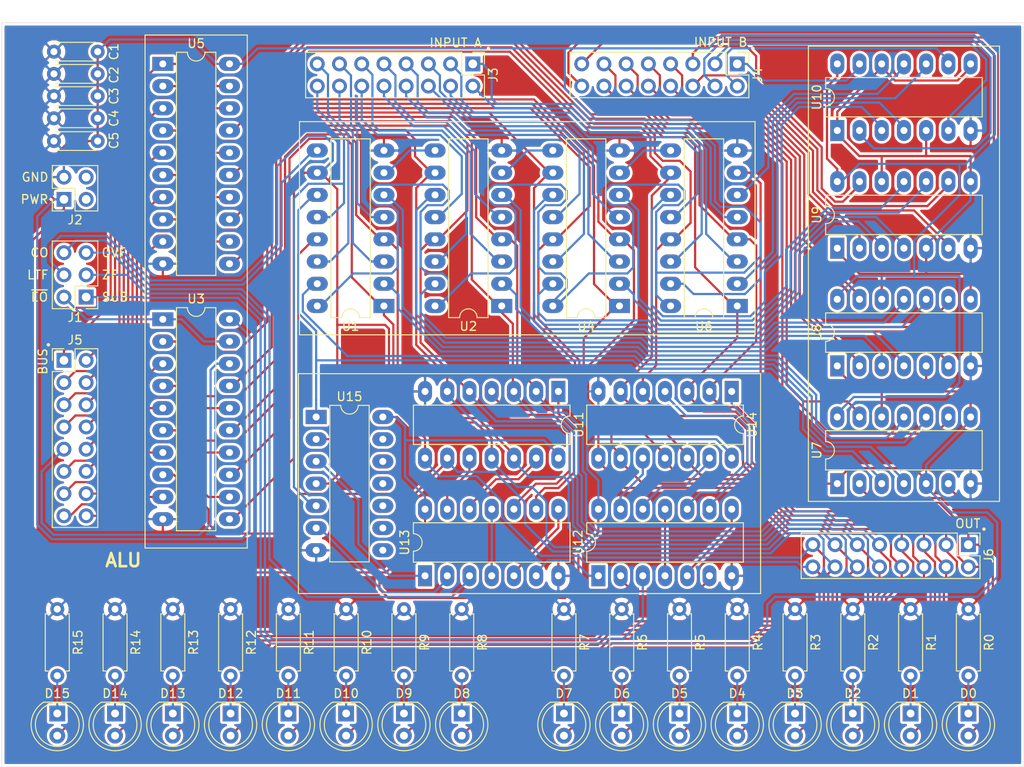
<source format=kicad_pcb>
(kicad_pcb (version 20171130) (host pcbnew "(5.1.4)-1")
  (layers (0 F.Cu signal) (31 B.Cu signal) (34 B.Paste user) (35 F.Paste user) (36 B.SilkS user) (37 F.SilkS user) (38 B.Mask user) (39 F.Mask user) (44 Edge.Cuts user))
  (net 0 "")
  (net 1 VCC)
  (net 2 GND)
  (net 3 "Net-(D1-Pad1)")
  (net 4 "Net-(D2-Pad1)")
  (net 5 "Net-(D3-Pad1)")
  (net 6 "Net-(D4-Pad1)")
  (net 7 "Net-(D5-Pad1)")
  (net 8 "Net-(D6-Pad1)")
  (net 9 "Net-(D7-Pad1)")
  (net 10 "Net-(D8-Pad1)")
  (net 11 "Net-(D9-Pad1)")
  (net 12 "Net-(D10-Pad1)")
  (net 13 "Net-(D11-Pad1)")
  (net 14 "Net-(D12-Pad1)")
  (net 15 "Net-(D13-Pad1)")
  (net 16 "Net-(D14-Pad1)")
  (net 17 "Net-(D15-Pad1)")
  (net 18 /ALU/LTF)
  (net 19 /ALU/OVF)
  (net 20 /ALU/CARRY_OUT)
  (net 21 /ALU/ZF)
  (net 22 /ALU/~ENALBE_OUTPUT~)
  (net 23 /ALU/SUBTRACT)
  (net 24 "/CONN PWR/~CLK~")
  (net 25 "/CONN PWR/CLK")
  (net 26 "/CONN BUS A/D15")
  (net 27 "/CONN BUS A/D14")
  (net 28 "/CONN BUS A/D13")
  (net 29 "/CONN BUS A/D12")
  (net 30 "/CONN BUS A/D11")
  (net 31 "/CONN BUS A/D10")
  (net 32 "/CONN BUS A/D9")
  (net 33 "/CONN BUS A/D8")
  (net 34 "/CONN BUS A/D7")
  (net 35 "/CONN BUS A/D6")
  (net 36 "/CONN BUS A/D5")
  (net 37 "/CONN BUS A/D4")
  (net 38 "/CONN BUS A/D3")
  (net 39 "/CONN BUS A/D2")
  (net 40 "/CONN BUS A/D1")
  (net 41 "/CONN BUS A/D0")
  (net 42 "/CONN BUS B/D15")
  (net 43 "/CONN BUS B/D14")
  (net 44 "/CONN BUS B/D13")
  (net 45 "/CONN BUS B/D12")
  (net 46 "/CONN BUS B/D11")
  (net 47 "/CONN BUS B/D10")
  (net 48 "/CONN BUS B/D9")
  (net 49 "/CONN BUS B/D8")
  (net 50 "/CONN BUS B/D7")
  (net 51 "/CONN BUS B/D6")
  (net 52 "/CONN BUS B/D5")
  (net 53 "/CONN BUS B/D4")
  (net 54 "/CONN BUS B/D3")
  (net 55 "/CONN BUS B/D2")
  (net 56 "/CONN BUS B/D1")
  (net 57 "/CONN BUS B/D0")
  (net 58 "/CONN BUS DATA/D15")
  (net 59 "/CONN BUS DATA/D14")
  (net 60 "/CONN BUS DATA/D13")
  (net 61 "/CONN BUS DATA/D12")
  (net 62 "/CONN BUS DATA/D11")
  (net 63 "/CONN BUS DATA/D10")
  (net 64 "/CONN BUS DATA/D9")
  (net 65 "/CONN BUS DATA/D8")
  (net 66 "/CONN BUS DATA/D7")
  (net 67 "/CONN BUS DATA/D6")
  (net 68 "/CONN BUS DATA/D5")
  (net 69 "/CONN BUS DATA/D4")
  (net 70 "/CONN BUS DATA/D3")
  (net 71 "/CONN BUS DATA/D2")
  (net 72 "/CONN BUS DATA/D1")
  (net 73 "/CONN BUS DATA/D0")
  (net 74 /ALU/D_BI14)
  (net 75 "Net-(U1-Pad7)")
  (net 76 /ALU/D_BI12)
  (net 77 /ALU/D_BI15)
  (net 78 /ALU/D_BI13)
  (net 79 /ALU/D_BI10)
  (net 80 "Net-(U2-Pad7)")
  (net 81 /ALU/D_BI8)
  (net 82 /ALU/D_BI11)
  (net 83 /ALU/D_BI9)
  (net 84 /ALU/D_BI6)
  (net 85 "Net-(U4-Pad7)")
  (net 86 /ALU/D_BI4)
  (net 87 /ALU/D_BI7)
  (net 88 /ALU/D_BI5)
  (net 89 /ALU/D_BI2)
  (net 90 /ALU/D_BI0)
  (net 91 /ALU/D_BI3)
  (net 92 /ALU/D_BI1)
  (net 93 "Net-(U11-Pad13)")
  (net 94 "Net-(U11-Pad4)")
  (net 95 "Net-(U11-Pad10)")
  (net 96 "Net-(U11-Pad1)")
  (net 97 "Net-(U12-Pad10)")
  (net 98 "Net-(U12-Pad11)")
  (net 99 "Net-(U12-Pad2)")
  (net 100 "Net-(U12-Pad1)")
  (net 101 "Net-(U13-Pad5)")
  (net 102 "Net-(U13-Pad2)")
  (net 103 "Net-(U13-Pad1)")
  (net 104 "/CONN BUS SUM/D0")
  (net 105 "/CONN BUS SUM/D1")
  (net 106 "/CONN BUS SUM/D2")
  (net 107 "/CONN BUS SUM/D3")
  (net 108 "/CONN BUS SUM/D4")
  (net 109 "/CONN BUS SUM/D5")
  (net 110 "/CONN BUS SUM/D6")
  (net 111 "/CONN BUS SUM/D7")
  (net 112 "/CONN BUS SUM/D8")
  (net 113 "/CONN BUS SUM/D9")
  (net 114 "/CONN BUS SUM/D10")
  (net 115 "/CONN BUS SUM/D11")
  (net 116 "/CONN BUS SUM/D12")
  (net 117 "/CONN BUS SUM/D13")
  (net 118 "/CONN BUS SUM/D14")
  (net 119 "Net-(U12-Pad12)")
  (net 120 "Net-(U12-Pad5)")
  (net 121 "Net-(U12-Pad13)")
  (net 122 "Net-(U12-Pad9)")
  (net 123 "Net-(U13-Pad11)")
  (net 124 "Net-(D0-Pad1)")
  (module Capacitor_THT:C_Disc_D4.3mm_W1.9mm_P5.00mm (layer F.Cu) (at 42.037 85.9155)
    (fp_text reference C5 (at 6.858 -0.0635 90) (layer F.SilkS))
    (fp_text value 0.1µF)
    (pad 2 thru_hole circle (at 5 0) (size 1.6 1.6) (drill 0.8) (layers *.Cu *.Mask) (net 1 VCC))
    (pad 1 thru_hole circle (at 0 0) (size 1.6 1.6) (drill 0.8) (layers *.Cu *.Mask) (net 2 GND))
  )
  (module Capacitor_THT:C_Disc_D4.3mm_W1.9mm_P5.00mm (layer F.Cu) (at 42.037 83.312)
    (fp_text reference C4 (at 6.858 0 90) (layer F.SilkS))
    (fp_text value 0.1µF)
    (pad 2 thru_hole circle (at 5 0) (size 1.6 1.6) (drill 0.8) (layers *.Cu *.Mask) (net 1 VCC))
    (pad 1 thru_hole circle (at 0 0) (size 1.6 1.6) (drill 0.8) (layers *.Cu *.Mask) (net 2 GND))
  )
  (module Connector_PinHeader_2.54mm:PinHeader_2x08_P2.54mm_Vertical (layer F.Cu) (at 146.558 132.08 270)
    (fp_text reference J6 (at 1.27 -2.33 90) (layer F.SilkS))
    (fp_text value Conn_02x08_Odd_Even)
    (pad 16 thru_hole oval (at 2.54 17.78 270) (size 1.7 1.7) (drill 1) (layers *.Cu *.Mask) (net 18 /ALU/LTF))
    (pad 15 thru_hole oval (at 0 17.78 270) (size 1.7 1.7) (drill 1) (layers *.Cu *.Mask) (net 118 "/CONN BUS SUM/D14"))
    (pad 14 thru_hole oval (at 2.54 15.24 270) (size 1.7 1.7) (drill 1) (layers *.Cu *.Mask) (net 117 "/CONN BUS SUM/D13"))
    (pad 13 thru_hole oval (at 0 15.24 270) (size 1.7 1.7) (drill 1) (layers *.Cu *.Mask) (net 116 "/CONN BUS SUM/D12"))
    (pad 12 thru_hole oval (at 2.54 12.7 270) (size 1.7 1.7) (drill 1) (layers *.Cu *.Mask) (net 115 "/CONN BUS SUM/D11"))
    (pad 11 thru_hole oval (at 0 12.7 270) (size 1.7 1.7) (drill 1) (layers *.Cu *.Mask) (net 114 "/CONN BUS SUM/D10"))
    (pad 10 thru_hole oval (at 2.54 10.16 270) (size 1.7 1.7) (drill 1) (layers *.Cu *.Mask) (net 113 "/CONN BUS SUM/D9"))
    (pad 9 thru_hole oval (at 0 10.16 270) (size 1.7 1.7) (drill 1) (layers *.Cu *.Mask) (net 112 "/CONN BUS SUM/D8"))
    (pad 8 thru_hole oval (at 2.54 7.62 270) (size 1.7 1.7) (drill 1) (layers *.Cu *.Mask) (net 111 "/CONN BUS SUM/D7"))
    (pad 7 thru_hole oval (at 0 7.62 270) (size 1.7 1.7) (drill 1) (layers *.Cu *.Mask) (net 110 "/CONN BUS SUM/D6"))
    (pad 6 thru_hole oval (at 2.54 5.08 270) (size 1.7 1.7) (drill 1) (layers *.Cu *.Mask) (net 109 "/CONN BUS SUM/D5"))
    (pad 5 thru_hole oval (at 0 5.08 270) (size 1.7 1.7) (drill 1) (layers *.Cu *.Mask) (net 108 "/CONN BUS SUM/D4"))
    (pad 4 thru_hole oval (at 2.54 2.54 270) (size 1.7 1.7) (drill 1) (layers *.Cu *.Mask) (net 107 "/CONN BUS SUM/D3"))
    (pad 3 thru_hole oval (at 0 2.54 270) (size 1.7 1.7) (drill 1) (layers *.Cu *.Mask) (net 106 "/CONN BUS SUM/D2"))
    (pad 2 thru_hole oval (at 2.54 0 270) (size 1.7 1.7) (drill 1) (layers *.Cu *.Mask) (net 105 "/CONN BUS SUM/D1"))
    (pad 1 thru_hole rect (at 0 0 270) (size 1.7 1.7) (drill 1) (layers *.Cu *.Mask) (net 104 "/CONN BUS SUM/D0"))
  )
  (module Connector_PinHeader_2.54mm:PinHeader_2x08_P2.54mm_Vertical (layer F.Cu) (at 89.916 77.089 270)
    (fp_text reference J3 (at 1.27 -2.33 90) (layer F.SilkS))
    (fp_text value Conn_02x08_Odd_Even)
    (pad 16 thru_hole oval (at 2.54 17.78 270) (size 1.7 1.7) (drill 1) (layers *.Cu *.Mask) (net 26 "/CONN BUS A/D15"))
    (pad 15 thru_hole oval (at 0 17.78 270) (size 1.7 1.7) (drill 1) (layers *.Cu *.Mask) (net 27 "/CONN BUS A/D14"))
    (pad 14 thru_hole oval (at 2.54 15.24 270) (size 1.7 1.7) (drill 1) (layers *.Cu *.Mask) (net 28 "/CONN BUS A/D13"))
    (pad 13 thru_hole oval (at 0 15.24 270) (size 1.7 1.7) (drill 1) (layers *.Cu *.Mask) (net 29 "/CONN BUS A/D12"))
    (pad 12 thru_hole oval (at 2.54 12.7 270) (size 1.7 1.7) (drill 1) (layers *.Cu *.Mask) (net 30 "/CONN BUS A/D11"))
    (pad 11 thru_hole oval (at 0 12.7 270) (size 1.7 1.7) (drill 1) (layers *.Cu *.Mask) (net 31 "/CONN BUS A/D10"))
    (pad 10 thru_hole oval (at 2.54 10.16 270) (size 1.7 1.7) (drill 1) (layers *.Cu *.Mask) (net 32 "/CONN BUS A/D9"))
    (pad 9 thru_hole oval (at 0 10.16 270) (size 1.7 1.7) (drill 1) (layers *.Cu *.Mask) (net 33 "/CONN BUS A/D8"))
    (pad 8 thru_hole oval (at 2.54 7.62 270) (size 1.7 1.7) (drill 1) (layers *.Cu *.Mask) (net 34 "/CONN BUS A/D7"))
    (pad 7 thru_hole oval (at 0 7.62 270) (size 1.7 1.7) (drill 1) (layers *.Cu *.Mask) (net 35 "/CONN BUS A/D6"))
    (pad 6 thru_hole oval (at 2.54 5.08 270) (size 1.7 1.7) (drill 1) (layers *.Cu *.Mask) (net 36 "/CONN BUS A/D5"))
    (pad 5 thru_hole oval (at 0 5.08 270) (size 1.7 1.7) (drill 1) (layers *.Cu *.Mask) (net 37 "/CONN BUS A/D4"))
    (pad 4 thru_hole oval (at 2.54 2.54 270) (size 1.7 1.7) (drill 1) (layers *.Cu *.Mask) (net 38 "/CONN BUS A/D3"))
    (pad 3 thru_hole oval (at 0 2.54 270) (size 1.7 1.7) (drill 1) (layers *.Cu *.Mask) (net 39 "/CONN BUS A/D2"))
    (pad 2 thru_hole oval (at 2.54 0 270) (size 1.7 1.7) (drill 1) (layers *.Cu *.Mask) (net 40 "/CONN BUS A/D1"))
    (pad 1 thru_hole rect (at 0 0 270) (size 1.7 1.7) (drill 1) (layers *.Cu *.Mask) (net 41 "/CONN BUS A/D0"))
  )
  (module Package_DIP:DIP-14_W7.62mm_LongPads (layer F.Cu) (at 131.572 125.095 90)
    (fp_text reference U7 (at 3.81 -2.33 90) (layer F.SilkS))
    (fp_text value 74LS386)
    (pad 14 thru_hole oval (at 7.62 0 90) (size 2.4 1.6) (drill 0.8) (layers *.Cu *.Mask) (net 1 VCC))
    (pad 7 thru_hole oval (at 0 15.24 90) (size 2.4 1.6) (drill 0.8) (layers *.Cu *.Mask) (net 2 GND))
    (pad 13 thru_hole oval (at 7.62 2.54 90) (size 2.4 1.6) (drill 0.8) (layers *.Cu *.Mask) (net 45 "/CONN BUS B/D12"))
    (pad 6 thru_hole oval (at 0 12.7 90) (size 2.4 1.6) (drill 0.8) (layers *.Cu *.Mask) (net 43 "/CONN BUS B/D14"))
    (pad 12 thru_hole oval (at 7.62 5.08 90) (size 2.4 1.6) (drill 0.8) (layers *.Cu *.Mask) (net 23 /ALU/SUBTRACT))
    (pad 5 thru_hole oval (at 0 10.16 90) (size 2.4 1.6) (drill 0.8) (layers *.Cu *.Mask) (net 23 /ALU/SUBTRACT))
    (pad 11 thru_hole oval (at 7.62 7.62 90) (size 2.4 1.6) (drill 0.8) (layers *.Cu *.Mask) (net 76 /ALU/D_BI12))
    (pad 4 thru_hole oval (at 0 7.62 90) (size 2.4 1.6) (drill 0.8) (layers *.Cu *.Mask) (net 74 /ALU/D_BI14))
    (pad 10 thru_hole oval (at 7.62 10.16 90) (size 2.4 1.6) (drill 0.8) (layers *.Cu *.Mask) (net 78 /ALU/D_BI13))
    (pad 3 thru_hole oval (at 0 5.08 90) (size 2.4 1.6) (drill 0.8) (layers *.Cu *.Mask) (net 77 /ALU/D_BI15))
    (pad 9 thru_hole oval (at 7.62 12.7 90) (size 2.4 1.6) (drill 0.8) (layers *.Cu *.Mask) (net 44 "/CONN BUS B/D13"))
    (pad 2 thru_hole oval (at 0 2.54 90) (size 2.4 1.6) (drill 0.8) (layers *.Cu *.Mask) (net 42 "/CONN BUS B/D15"))
    (pad 8 thru_hole oval (at 7.62 15.24 90) (size 2.4 1.6) (drill 0.8) (layers *.Cu *.Mask) (net 23 /ALU/SUBTRACT))
    (pad 1 thru_hole rect (at 0 0 90) (size 2.4 1.6) (drill 0.8) (layers *.Cu *.Mask) (net 23 /ALU/SUBTRACT))
  )
  (module Package_DIP:DIP-14_W7.62mm_LongPads (layer F.Cu) (at 72.009 117.475)
    (fp_text reference U15 (at 3.81 -2.33) (layer F.SilkS))
    (fp_text value 74LS00)
    (pad 1 thru_hole rect (at 0 0) (size 2.4 1.6) (drill 0.8) (layers *.Cu *.Mask) (net 77 /ALU/D_BI15))
    (pad 8 thru_hole oval (at 7.62 15.24) (size 2.4 1.6) (drill 0.8) (layers *.Cu *.Mask))
    (pad 2 thru_hole oval (at 0 2.54) (size 2.4 1.6) (drill 0.8) (layers *.Cu *.Mask) (net 18 /ALU/LTF))
    (pad 9 thru_hole oval (at 7.62 12.7) (size 2.4 1.6) (drill 0.8) (layers *.Cu *.Mask))
    (pad 3 thru_hole oval (at 0 5.08) (size 2.4 1.6) (drill 0.8) (layers *.Cu *.Mask) (net 103 "Net-(U13-Pad1)"))
    (pad 10 thru_hole oval (at 7.62 10.16) (size 2.4 1.6) (drill 0.8) (layers *.Cu *.Mask))
    (pad 4 thru_hole oval (at 0 7.62) (size 2.4 1.6) (drill 0.8) (layers *.Cu *.Mask) (net 18 /ALU/LTF))
    (pad 11 thru_hole oval (at 7.62 7.62) (size 2.4 1.6) (drill 0.8) (layers *.Cu *.Mask))
    (pad 5 thru_hole oval (at 0 10.16) (size 2.4 1.6) (drill 0.8) (layers *.Cu *.Mask) (net 26 "/CONN BUS A/D15"))
    (pad 12 thru_hole oval (at 7.62 5.08) (size 2.4 1.6) (drill 0.8) (layers *.Cu *.Mask))
    (pad 6 thru_hole oval (at 0 12.7) (size 2.4 1.6) (drill 0.8) (layers *.Cu *.Mask) (net 102 "Net-(U13-Pad2)"))
    (pad 13 thru_hole oval (at 7.62 2.54) (size 2.4 1.6) (drill 0.8) (layers *.Cu *.Mask))
    (pad 7 thru_hole oval (at 0 15.24) (size 2.4 1.6) (drill 0.8) (layers *.Cu *.Mask) (net 2 GND))
    (pad 14 thru_hole oval (at 7.62 0) (size 2.4 1.6) (drill 0.8) (layers *.Cu *.Mask) (net 1 VCC))
  )
  (module Package_DIP:DIP-14_W7.62mm_LongPads (layer F.Cu) (at 119.507 114.554 270)
    (fp_text reference U14 (at 3.81 -2.33 90) (layer F.SilkS))
    (fp_text value 74LS02)
    (pad 1 thru_hole rect (at 0 0 270) (size 2.4 1.6) (drill 0.8) (layers *.Cu *.Mask) (net 122 "Net-(U12-Pad9)"))
    (pad 8 thru_hole oval (at 7.62 15.24 270) (size 2.4 1.6) (drill 0.8) (layers *.Cu *.Mask) (net 111 "/CONN BUS SUM/D7"))
    (pad 2 thru_hole oval (at 0 2.54 270) (size 2.4 1.6) (drill 0.8) (layers *.Cu *.Mask) (net 104 "/CONN BUS SUM/D0"))
    (pad 9 thru_hole oval (at 7.62 12.7 270) (size 2.4 1.6) (drill 0.8) (layers *.Cu *.Mask) (net 110 "/CONN BUS SUM/D6"))
    (pad 3 thru_hole oval (at 0 5.08 270) (size 2.4 1.6) (drill 0.8) (layers *.Cu *.Mask) (net 105 "/CONN BUS SUM/D1"))
    (pad 10 thru_hole oval (at 7.62 10.16 270) (size 2.4 1.6) (drill 0.8) (layers *.Cu *.Mask) (net 121 "Net-(U12-Pad13)"))
    (pad 4 thru_hole oval (at 0 7.62 270) (size 2.4 1.6) (drill 0.8) (layers *.Cu *.Mask) (net 97 "Net-(U12-Pad10)"))
    (pad 11 thru_hole oval (at 7.62 7.62 270) (size 2.4 1.6) (drill 0.8) (layers *.Cu *.Mask) (net 109 "/CONN BUS SUM/D5"))
    (pad 5 thru_hole oval (at 0 10.16 270) (size 2.4 1.6) (drill 0.8) (layers *.Cu *.Mask) (net 106 "/CONN BUS SUM/D2"))
    (pad 12 thru_hole oval (at 7.62 5.08 270) (size 2.4 1.6) (drill 0.8) (layers *.Cu *.Mask) (net 108 "/CONN BUS SUM/D4"))
    (pad 6 thru_hole oval (at 0 12.7 270) (size 2.4 1.6) (drill 0.8) (layers *.Cu *.Mask) (net 107 "/CONN BUS SUM/D3"))
    (pad 13 thru_hole oval (at 7.62 2.54 270) (size 2.4 1.6) (drill 0.8) (layers *.Cu *.Mask) (net 119 "Net-(U12-Pad12)"))
    (pad 7 thru_hole oval (at 0 15.24 270) (size 2.4 1.6) (drill 0.8) (layers *.Cu *.Mask) (net 2 GND))
    (pad 14 thru_hole oval (at 7.62 0 270) (size 2.4 1.6) (drill 0.8) (layers *.Cu *.Mask) (net 1 VCC))
  )
  (module Package_DIP:DIP-14_W7.62mm_LongPads (layer F.Cu) (at 84.455 135.636 90)
    (fp_text reference U13 (at 3.81 -2.33 90) (layer F.SilkS))
    (fp_text value 74LS08)
    (pad 14 thru_hole oval (at 7.62 0 90) (size 2.4 1.6) (drill 0.8) (layers *.Cu *.Mask) (net 1 VCC))
    (pad 7 thru_hole oval (at 0 15.24 90) (size 2.4 1.6) (drill 0.8) (layers *.Cu *.Mask) (net 2 GND))
    (pad 13 thru_hole oval (at 7.62 2.54 90) (size 2.4 1.6) (drill 0.8) (layers *.Cu *.Mask) (net 95 "Net-(U11-Pad10)"))
    (pad 6 thru_hole oval (at 0 12.7 90) (size 2.4 1.6) (drill 0.8) (layers *.Cu *.Mask) (net 100 "Net-(U12-Pad1)"))
    (pad 12 thru_hole oval (at 7.62 5.08 90) (size 2.4 1.6) (drill 0.8) (layers *.Cu *.Mask) (net 93 "Net-(U11-Pad13)"))
    (pad 5 thru_hole oval (at 0 10.16 90) (size 2.4 1.6) (drill 0.8) (layers *.Cu *.Mask) (net 101 "Net-(U13-Pad5)"))
    (pad 11 thru_hole oval (at 7.62 7.62 90) (size 2.4 1.6) (drill 0.8) (layers *.Cu *.Mask) (net 123 "Net-(U13-Pad11)"))
    (pad 4 thru_hole oval (at 0 7.62 90) (size 2.4 1.6) (drill 0.8) (layers *.Cu *.Mask) (net 123 "Net-(U13-Pad11)"))
    (pad 10 thru_hole oval (at 7.62 10.16 90) (size 2.4 1.6) (drill 0.8) (layers *.Cu *.Mask) (net 94 "Net-(U11-Pad4)"))
    (pad 3 thru_hole oval (at 0 5.08 90) (size 2.4 1.6) (drill 0.8) (layers *.Cu *.Mask) (net 19 /ALU/OVF))
    (pad 9 thru_hole oval (at 7.62 12.7 90) (size 2.4 1.6) (drill 0.8) (layers *.Cu *.Mask) (net 96 "Net-(U11-Pad1)"))
    (pad 2 thru_hole oval (at 0 2.54 90) (size 2.4 1.6) (drill 0.8) (layers *.Cu *.Mask) (net 102 "Net-(U13-Pad2)"))
    (pad 8 thru_hole oval (at 7.62 15.24 90) (size 2.4 1.6) (drill 0.8) (layers *.Cu *.Mask) (net 101 "Net-(U13-Pad5)"))
    (pad 1 thru_hole rect (at 0 0 90) (size 2.4 1.6) (drill 0.8) (layers *.Cu *.Mask) (net 103 "Net-(U13-Pad1)"))
  )
  (module Package_DIP:DIP-14_W7.62mm_LongPads (layer F.Cu) (at 104.267 135.636 90)
    (fp_text reference U12 (at 3.81 -2.33 90) (layer F.SilkS))
    (fp_text value 74LS08)
    (pad 1 thru_hole rect (at 0 0 90) (size 2.4 1.6) (drill 0.8) (layers *.Cu *.Mask) (net 100 "Net-(U12-Pad1)"))
    (pad 8 thru_hole oval (at 7.62 15.24 90) (size 2.4 1.6) (drill 0.8) (layers *.Cu *.Mask) (net 120 "Net-(U12-Pad5)"))
    (pad 2 thru_hole oval (at 0 2.54 90) (size 2.4 1.6) (drill 0.8) (layers *.Cu *.Mask) (net 99 "Net-(U12-Pad2)"))
    (pad 9 thru_hole oval (at 7.62 12.7 90) (size 2.4 1.6) (drill 0.8) (layers *.Cu *.Mask) (net 122 "Net-(U12-Pad9)"))
    (pad 3 thru_hole oval (at 0 5.08 90) (size 2.4 1.6) (drill 0.8) (layers *.Cu *.Mask) (net 21 /ALU/ZF))
    (pad 10 thru_hole oval (at 7.62 10.16 90) (size 2.4 1.6) (drill 0.8) (layers *.Cu *.Mask) (net 97 "Net-(U12-Pad10)"))
    (pad 4 thru_hole oval (at 0 7.62 90) (size 2.4 1.6) (drill 0.8) (layers *.Cu *.Mask) (net 98 "Net-(U12-Pad11)"))
    (pad 11 thru_hole oval (at 7.62 7.62 90) (size 2.4 1.6) (drill 0.8) (layers *.Cu *.Mask) (net 98 "Net-(U12-Pad11)"))
    (pad 5 thru_hole oval (at 0 10.16 90) (size 2.4 1.6) (drill 0.8) (layers *.Cu *.Mask) (net 120 "Net-(U12-Pad5)"))
    (pad 12 thru_hole oval (at 7.62 5.08 90) (size 2.4 1.6) (drill 0.8) (layers *.Cu *.Mask) (net 119 "Net-(U12-Pad12)"))
    (pad 6 thru_hole oval (at 0 12.7 90) (size 2.4 1.6) (drill 0.8) (layers *.Cu *.Mask) (net 99 "Net-(U12-Pad2)"))
    (pad 13 thru_hole oval (at 7.62 2.54 90) (size 2.4 1.6) (drill 0.8) (layers *.Cu *.Mask) (net 121 "Net-(U12-Pad13)"))
    (pad 7 thru_hole oval (at 0 15.24 90) (size 2.4 1.6) (drill 0.8) (layers *.Cu *.Mask) (net 2 GND))
    (pad 14 thru_hole oval (at 7.62 0 90) (size 2.4 1.6) (drill 0.8) (layers *.Cu *.Mask) (net 1 VCC))
  )
  (module Package_DIP:DIP-14_W7.62mm_LongPads (layer F.Cu) (at 99.695 114.554 270)
    (fp_text reference U11 (at 3.81 -2.33 90) (layer F.SilkS))
    (fp_text value 74LS02)
    (pad 1 thru_hole rect (at 0 0 270) (size 2.4 1.6) (drill 0.8) (layers *.Cu *.Mask) (net 96 "Net-(U11-Pad1)"))
    (pad 8 thru_hole oval (at 7.62 15.24 270) (size 2.4 1.6) (drill 0.8) (layers *.Cu *.Mask) (net 18 /ALU/LTF))
    (pad 2 thru_hole oval (at 0 2.54 270) (size 2.4 1.6) (drill 0.8) (layers *.Cu *.Mask) (net 112 "/CONN BUS SUM/D8"))
    (pad 9 thru_hole oval (at 7.62 12.7 270) (size 2.4 1.6) (drill 0.8) (layers *.Cu *.Mask) (net 118 "/CONN BUS SUM/D14"))
    (pad 3 thru_hole oval (at 0 5.08 270) (size 2.4 1.6) (drill 0.8) (layers *.Cu *.Mask) (net 113 "/CONN BUS SUM/D9"))
    (pad 10 thru_hole oval (at 7.62 10.16 270) (size 2.4 1.6) (drill 0.8) (layers *.Cu *.Mask) (net 95 "Net-(U11-Pad10)"))
    (pad 4 thru_hole oval (at 0 7.62 270) (size 2.4 1.6) (drill 0.8) (layers *.Cu *.Mask) (net 94 "Net-(U11-Pad4)"))
    (pad 11 thru_hole oval (at 7.62 7.62 270) (size 2.4 1.6) (drill 0.8) (layers *.Cu *.Mask) (net 117 "/CONN BUS SUM/D13"))
    (pad 5 thru_hole oval (at 0 10.16 270) (size 2.4 1.6) (drill 0.8) (layers *.Cu *.Mask) (net 114 "/CONN BUS SUM/D10"))
    (pad 12 thru_hole oval (at 7.62 5.08 270) (size 2.4 1.6) (drill 0.8) (layers *.Cu *.Mask) (net 116 "/CONN BUS SUM/D12"))
    (pad 6 thru_hole oval (at 0 12.7 270) (size 2.4 1.6) (drill 0.8) (layers *.Cu *.Mask) (net 115 "/CONN BUS SUM/D11"))
    (pad 13 thru_hole oval (at 7.62 2.54 270) (size 2.4 1.6) (drill 0.8) (layers *.Cu *.Mask) (net 93 "Net-(U11-Pad13)"))
    (pad 7 thru_hole oval (at 0 15.24 270) (size 2.4 1.6) (drill 0.8) (layers *.Cu *.Mask) (net 2 GND))
    (pad 14 thru_hole oval (at 7.62 0 270) (size 2.4 1.6) (drill 0.8) (layers *.Cu *.Mask) (net 1 VCC))
  )
  (module Package_DIP:DIP-14_W7.62mm_LongPads (layer F.Cu) (at 131.572 84.709 90)
    (fp_text reference U10 (at 3.81 -2.33 90) (layer F.SilkS))
    (fp_text value 74LS386)
    (pad 14 thru_hole oval (at 7.62 0 90) (size 2.4 1.6) (drill 0.8) (layers *.Cu *.Mask) (net 1 VCC))
    (pad 7 thru_hole oval (at 0 15.24 90) (size 2.4 1.6) (drill 0.8) (layers *.Cu *.Mask) (net 2 GND))
    (pad 13 thru_hole oval (at 7.62 2.54 90) (size 2.4 1.6) (drill 0.8) (layers *.Cu *.Mask) (net 57 "/CONN BUS B/D0"))
    (pad 6 thru_hole oval (at 0 12.7 90) (size 2.4 1.6) (drill 0.8) (layers *.Cu *.Mask) (net 55 "/CONN BUS B/D2"))
    (pad 12 thru_hole oval (at 7.62 5.08 90) (size 2.4 1.6) (drill 0.8) (layers *.Cu *.Mask) (net 23 /ALU/SUBTRACT))
    (pad 5 thru_hole oval (at 0 10.16 90) (size 2.4 1.6) (drill 0.8) (layers *.Cu *.Mask) (net 23 /ALU/SUBTRACT))
    (pad 11 thru_hole oval (at 7.62 7.62 90) (size 2.4 1.6) (drill 0.8) (layers *.Cu *.Mask) (net 90 /ALU/D_BI0))
    (pad 4 thru_hole oval (at 0 7.62 90) (size 2.4 1.6) (drill 0.8) (layers *.Cu *.Mask) (net 89 /ALU/D_BI2))
    (pad 10 thru_hole oval (at 7.62 10.16 90) (size 2.4 1.6) (drill 0.8) (layers *.Cu *.Mask) (net 92 /ALU/D_BI1))
    (pad 3 thru_hole oval (at 0 5.08 90) (size 2.4 1.6) (drill 0.8) (layers *.Cu *.Mask) (net 91 /ALU/D_BI3))
    (pad 9 thru_hole oval (at 7.62 12.7 90) (size 2.4 1.6) (drill 0.8) (layers *.Cu *.Mask) (net 56 "/CONN BUS B/D1"))
    (pad 2 thru_hole oval (at 0 2.54 90) (size 2.4 1.6) (drill 0.8) (layers *.Cu *.Mask) (net 54 "/CONN BUS B/D3"))
    (pad 8 thru_hole oval (at 7.62 15.24 90) (size 2.4 1.6) (drill 0.8) (layers *.Cu *.Mask) (net 23 /ALU/SUBTRACT))
    (pad 1 thru_hole rect (at 0 0 90) (size 2.4 1.6) (drill 0.8) (layers *.Cu *.Mask) (net 23 /ALU/SUBTRACT))
  )
  (module Package_DIP:DIP-14_W7.62mm_LongPads (layer F.Cu) (at 131.572 98.171 90)
    (fp_text reference U9 (at 3.81 -2.33 90) (layer F.SilkS))
    (fp_text value 74LS386)
    (pad 14 thru_hole oval (at 7.62 0 90) (size 2.4 1.6) (drill 0.8) (layers *.Cu *.Mask) (net 1 VCC))
    (pad 7 thru_hole oval (at 0 15.24 90) (size 2.4 1.6) (drill 0.8) (layers *.Cu *.Mask) (net 2 GND))
    (pad 13 thru_hole oval (at 7.62 2.54 90) (size 2.4 1.6) (drill 0.8) (layers *.Cu *.Mask) (net 53 "/CONN BUS B/D4"))
    (pad 6 thru_hole oval (at 0 12.7 90) (size 2.4 1.6) (drill 0.8) (layers *.Cu *.Mask) (net 51 "/CONN BUS B/D6"))
    (pad 12 thru_hole oval (at 7.62 5.08 90) (size 2.4 1.6) (drill 0.8) (layers *.Cu *.Mask) (net 23 /ALU/SUBTRACT))
    (pad 5 thru_hole oval (at 0 10.16 90) (size 2.4 1.6) (drill 0.8) (layers *.Cu *.Mask) (net 23 /ALU/SUBTRACT))
    (pad 11 thru_hole oval (at 7.62 7.62 90) (size 2.4 1.6) (drill 0.8) (layers *.Cu *.Mask) (net 86 /ALU/D_BI4))
    (pad 4 thru_hole oval (at 0 7.62 90) (size 2.4 1.6) (drill 0.8) (layers *.Cu *.Mask) (net 84 /ALU/D_BI6))
    (pad 10 thru_hole oval (at 7.62 10.16 90) (size 2.4 1.6) (drill 0.8) (layers *.Cu *.Mask) (net 88 /ALU/D_BI5))
    (pad 3 thru_hole oval (at 0 5.08 90) (size 2.4 1.6) (drill 0.8) (layers *.Cu *.Mask) (net 87 /ALU/D_BI7))
    (pad 9 thru_hole oval (at 7.62 12.7 90) (size 2.4 1.6) (drill 0.8) (layers *.Cu *.Mask) (net 52 "/CONN BUS B/D5"))
    (pad 2 thru_hole oval (at 0 2.54 90) (size 2.4 1.6) (drill 0.8) (layers *.Cu *.Mask) (net 50 "/CONN BUS B/D7"))
    (pad 8 thru_hole oval (at 7.62 15.24 90) (size 2.4 1.6) (drill 0.8) (layers *.Cu *.Mask) (net 23 /ALU/SUBTRACT))
    (pad 1 thru_hole rect (at 0 0 90) (size 2.4 1.6) (drill 0.8) (layers *.Cu *.Mask) (net 23 /ALU/SUBTRACT))
  )
  (module Package_DIP:DIP-14_W7.62mm_LongPads (layer F.Cu) (at 131.572 111.633 90)
    (fp_text reference U8 (at 3.81 -2.33 90) (layer F.SilkS))
    (fp_text value 74LS386)
    (pad 14 thru_hole oval (at 7.62 0 90) (size 2.4 1.6) (drill 0.8) (layers *.Cu *.Mask) (net 1 VCC))
    (pad 7 thru_hole oval (at 0 15.24 90) (size 2.4 1.6) (drill 0.8) (layers *.Cu *.Mask) (net 2 GND))
    (pad 13 thru_hole oval (at 7.62 2.54 90) (size 2.4 1.6) (drill 0.8) (layers *.Cu *.Mask) (net 49 "/CONN BUS B/D8"))
    (pad 6 thru_hole oval (at 0 12.7 90) (size 2.4 1.6) (drill 0.8) (layers *.Cu *.Mask) (net 47 "/CONN BUS B/D10"))
    (pad 12 thru_hole oval (at 7.62 5.08 90) (size 2.4 1.6) (drill 0.8) (layers *.Cu *.Mask) (net 23 /ALU/SUBTRACT))
    (pad 5 thru_hole oval (at 0 10.16 90) (size 2.4 1.6) (drill 0.8) (layers *.Cu *.Mask) (net 23 /ALU/SUBTRACT))
    (pad 11 thru_hole oval (at 7.62 7.62 90) (size 2.4 1.6) (drill 0.8) (layers *.Cu *.Mask) (net 81 /ALU/D_BI8))
    (pad 4 thru_hole oval (at 0 7.62 90) (size 2.4 1.6) (drill 0.8) (layers *.Cu *.Mask) (net 79 /ALU/D_BI10))
    (pad 10 thru_hole oval (at 7.62 10.16 90) (size 2.4 1.6) (drill 0.8) (layers *.Cu *.Mask) (net 83 /ALU/D_BI9))
    (pad 3 thru_hole oval (at 0 5.08 90) (size 2.4 1.6) (drill 0.8) (layers *.Cu *.Mask) (net 82 /ALU/D_BI11))
    (pad 9 thru_hole oval (at 7.62 12.7 90) (size 2.4 1.6) (drill 0.8) (layers *.Cu *.Mask) (net 48 "/CONN BUS B/D9"))
    (pad 2 thru_hole oval (at 0 2.54 90) (size 2.4 1.6) (drill 0.8) (layers *.Cu *.Mask) (net 46 "/CONN BUS B/D11"))
    (pad 8 thru_hole oval (at 7.62 15.24 90) (size 2.4 1.6) (drill 0.8) (layers *.Cu *.Mask) (net 23 /ALU/SUBTRACT))
    (pad 1 thru_hole rect (at 0 0 90) (size 2.4 1.6) (drill 0.8) (layers *.Cu *.Mask) (net 23 /ALU/SUBTRACT))
  )
  (module Package_DIP:DIP-16_W7.62mm_LongPads (layer F.Cu) (at 120.142 104.775 180)
    (fp_text reference U6 (at 3.81 -2.33) (layer F.SilkS))
    (fp_text value 74LS283)
    (pad 16 thru_hole oval (at 7.62 0 180) (size 2.4 1.6) (drill 0.8) (layers *.Cu *.Mask) (net 1 VCC))
    (pad 8 thru_hole oval (at 0 17.78 180) (size 2.4 1.6) (drill 0.8) (layers *.Cu *.Mask) (net 2 GND))
    (pad 15 thru_hole oval (at 7.62 2.54 180) (size 2.4 1.6) (drill 0.8) (layers *.Cu *.Mask) (net 89 /ALU/D_BI2))
    (pad 7 thru_hole oval (at 0 15.24 180) (size 2.4 1.6) (drill 0.8) (layers *.Cu *.Mask) (net 23 /ALU/SUBTRACT))
    (pad 14 thru_hole oval (at 7.62 5.08 180) (size 2.4 1.6) (drill 0.8) (layers *.Cu *.Mask) (net 39 "/CONN BUS A/D2"))
    (pad 6 thru_hole oval (at 0 12.7 180) (size 2.4 1.6) (drill 0.8) (layers *.Cu *.Mask) (net 90 /ALU/D_BI0))
    (pad 13 thru_hole oval (at 7.62 7.62 180) (size 2.4 1.6) (drill 0.8) (layers *.Cu *.Mask) (net 106 "/CONN BUS SUM/D2"))
    (pad 5 thru_hole oval (at 0 10.16 180) (size 2.4 1.6) (drill 0.8) (layers *.Cu *.Mask) (net 41 "/CONN BUS A/D0"))
    (pad 12 thru_hole oval (at 7.62 10.16 180) (size 2.4 1.6) (drill 0.8) (layers *.Cu *.Mask) (net 38 "/CONN BUS A/D3"))
    (pad 4 thru_hole oval (at 0 7.62 180) (size 2.4 1.6) (drill 0.8) (layers *.Cu *.Mask) (net 104 "/CONN BUS SUM/D0"))
    (pad 11 thru_hole oval (at 7.62 12.7 180) (size 2.4 1.6) (drill 0.8) (layers *.Cu *.Mask) (net 91 /ALU/D_BI3))
    (pad 3 thru_hole oval (at 0 5.08 180) (size 2.4 1.6) (drill 0.8) (layers *.Cu *.Mask) (net 40 "/CONN BUS A/D1"))
    (pad 10 thru_hole oval (at 7.62 15.24 180) (size 2.4 1.6) (drill 0.8) (layers *.Cu *.Mask) (net 107 "/CONN BUS SUM/D3"))
    (pad 2 thru_hole oval (at 0 2.54 180) (size 2.4 1.6) (drill 0.8) (layers *.Cu *.Mask) (net 92 /ALU/D_BI1))
    (pad 9 thru_hole oval (at 7.62 17.78 180) (size 2.4 1.6) (drill 0.8) (layers *.Cu *.Mask) (net 85 "Net-(U4-Pad7)"))
    (pad 1 thru_hole rect (at 0 0 180) (size 2.4 1.6) (drill 0.8) (layers *.Cu *.Mask) (net 105 "/CONN BUS SUM/D1"))
  )
  (module Package_DIP:DIP-20_W7.62mm_LongPads (layer F.Cu) (at 54.483 77.089)
    (fp_text reference U5 (at 3.81 -2.33) (layer F.SilkS))
    (fp_text value 74LS244)
    (pad 1 thru_hole rect (at 0 0) (size 2.4 1.6) (drill 0.8) (layers *.Cu *.Mask) (net 22 /ALU/~ENALBE_OUTPUT~))
    (pad 11 thru_hole oval (at 7.62 22.86) (size 2.4 1.6) (drill 0.8) (layers *.Cu *.Mask) (net 111 "/CONN BUS SUM/D7"))
    (pad 2 thru_hole oval (at 0 2.54) (size 2.4 1.6) (drill 0.8) (layers *.Cu *.Mask) (net 104 "/CONN BUS SUM/D0"))
    (pad 12 thru_hole oval (at 7.62 20.32) (size 2.4 1.6) (drill 0.8) (layers *.Cu *.Mask) (net 67 "/CONN BUS DATA/D6"))
    (pad 3 thru_hole oval (at 0 5.08) (size 2.4 1.6) (drill 0.8) (layers *.Cu *.Mask) (net 72 "/CONN BUS DATA/D1"))
    (pad 13 thru_hole oval (at 7.62 17.78) (size 2.4 1.6) (drill 0.8) (layers *.Cu *.Mask) (net 109 "/CONN BUS SUM/D5"))
    (pad 4 thru_hole oval (at 0 7.62) (size 2.4 1.6) (drill 0.8) (layers *.Cu *.Mask) (net 106 "/CONN BUS SUM/D2"))
    (pad 14 thru_hole oval (at 7.62 15.24) (size 2.4 1.6) (drill 0.8) (layers *.Cu *.Mask) (net 69 "/CONN BUS DATA/D4"))
    (pad 5 thru_hole oval (at 0 10.16) (size 2.4 1.6) (drill 0.8) (layers *.Cu *.Mask) (net 70 "/CONN BUS DATA/D3"))
    (pad 15 thru_hole oval (at 7.62 12.7) (size 2.4 1.6) (drill 0.8) (layers *.Cu *.Mask) (net 107 "/CONN BUS SUM/D3"))
    (pad 6 thru_hole oval (at 0 12.7) (size 2.4 1.6) (drill 0.8) (layers *.Cu *.Mask) (net 108 "/CONN BUS SUM/D4"))
    (pad 16 thru_hole oval (at 7.62 10.16) (size 2.4 1.6) (drill 0.8) (layers *.Cu *.Mask) (net 71 "/CONN BUS DATA/D2"))
    (pad 7 thru_hole oval (at 0 15.24) (size 2.4 1.6) (drill 0.8) (layers *.Cu *.Mask) (net 68 "/CONN BUS DATA/D5"))
    (pad 17 thru_hole oval (at 7.62 7.62) (size 2.4 1.6) (drill 0.8) (layers *.Cu *.Mask) (net 105 "/CONN BUS SUM/D1"))
    (pad 8 thru_hole oval (at 0 17.78) (size 2.4 1.6) (drill 0.8) (layers *.Cu *.Mask) (net 110 "/CONN BUS SUM/D6"))
    (pad 18 thru_hole oval (at 7.62 5.08) (size 2.4 1.6) (drill 0.8) (layers *.Cu *.Mask) (net 73 "/CONN BUS DATA/D0"))
    (pad 9 thru_hole oval (at 0 20.32) (size 2.4 1.6) (drill 0.8) (layers *.Cu *.Mask) (net 66 "/CONN BUS DATA/D7"))
    (pad 19 thru_hole oval (at 7.62 2.54) (size 2.4 1.6) (drill 0.8) (layers *.Cu *.Mask) (net 22 /ALU/~ENALBE_OUTPUT~))
    (pad 10 thru_hole oval (at 0 22.86) (size 2.4 1.6) (drill 0.8) (layers *.Cu *.Mask) (net 2 GND))
    (pad 20 thru_hole oval (at 7.62 0) (size 2.4 1.6) (drill 0.8) (layers *.Cu *.Mask) (net 1 VCC))
  )
  (module Package_DIP:DIP-16_W7.62mm_LongPads (layer F.Cu) (at 106.68 104.775 180)
    (fp_text reference U4 (at 3.81 -2.33) (layer F.SilkS))
    (fp_text value 74LS283)
    (pad 16 thru_hole oval (at 7.62 0 180) (size 2.4 1.6) (drill 0.8) (layers *.Cu *.Mask) (net 1 VCC))
    (pad 8 thru_hole oval (at 0 17.78 180) (size 2.4 1.6) (drill 0.8) (layers *.Cu *.Mask) (net 2 GND))
    (pad 15 thru_hole oval (at 7.62 2.54 180) (size 2.4 1.6) (drill 0.8) (layers *.Cu *.Mask) (net 84 /ALU/D_BI6))
    (pad 7 thru_hole oval (at 0 15.24 180) (size 2.4 1.6) (drill 0.8) (layers *.Cu *.Mask) (net 85 "Net-(U4-Pad7)"))
    (pad 14 thru_hole oval (at 7.62 5.08 180) (size 2.4 1.6) (drill 0.8) (layers *.Cu *.Mask) (net 35 "/CONN BUS A/D6"))
    (pad 6 thru_hole oval (at 0 12.7 180) (size 2.4 1.6) (drill 0.8) (layers *.Cu *.Mask) (net 86 /ALU/D_BI4))
    (pad 13 thru_hole oval (at 7.62 7.62 180) (size 2.4 1.6) (drill 0.8) (layers *.Cu *.Mask) (net 110 "/CONN BUS SUM/D6"))
    (pad 5 thru_hole oval (at 0 10.16 180) (size 2.4 1.6) (drill 0.8) (layers *.Cu *.Mask) (net 37 "/CONN BUS A/D4"))
    (pad 12 thru_hole oval (at 7.62 10.16 180) (size 2.4 1.6) (drill 0.8) (layers *.Cu *.Mask) (net 34 "/CONN BUS A/D7"))
    (pad 4 thru_hole oval (at 0 7.62 180) (size 2.4 1.6) (drill 0.8) (layers *.Cu *.Mask) (net 108 "/CONN BUS SUM/D4"))
    (pad 11 thru_hole oval (at 7.62 12.7 180) (size 2.4 1.6) (drill 0.8) (layers *.Cu *.Mask) (net 87 /ALU/D_BI7))
    (pad 3 thru_hole oval (at 0 5.08 180) (size 2.4 1.6) (drill 0.8) (layers *.Cu *.Mask) (net 36 "/CONN BUS A/D5"))
    (pad 10 thru_hole oval (at 7.62 15.24 180) (size 2.4 1.6) (drill 0.8) (layers *.Cu *.Mask) (net 111 "/CONN BUS SUM/D7"))
    (pad 2 thru_hole oval (at 0 2.54 180) (size 2.4 1.6) (drill 0.8) (layers *.Cu *.Mask) (net 88 /ALU/D_BI5))
    (pad 9 thru_hole oval (at 7.62 17.78 180) (size 2.4 1.6) (drill 0.8) (layers *.Cu *.Mask) (net 80 "Net-(U2-Pad7)"))
    (pad 1 thru_hole rect (at 0 0 180) (size 2.4 1.6) (drill 0.8) (layers *.Cu *.Mask) (net 109 "/CONN BUS SUM/D5"))
  )
  (module Package_DIP:DIP-20_W7.62mm_LongPads (layer F.Cu) (at 54.483 106.299)
    (fp_text reference U3 (at 3.81 -2.33) (layer F.SilkS))
    (fp_text value 74LS244)
    (pad 1 thru_hole rect (at 0 0) (size 2.4 1.6) (drill 0.8) (layers *.Cu *.Mask) (net 22 /ALU/~ENALBE_OUTPUT~))
    (pad 11 thru_hole oval (at 7.62 22.86) (size 2.4 1.6) (drill 0.8) (layers *.Cu *.Mask) (net 18 /ALU/LTF))
    (pad 2 thru_hole oval (at 0 2.54) (size 2.4 1.6) (drill 0.8) (layers *.Cu *.Mask) (net 112 "/CONN BUS SUM/D8"))
    (pad 12 thru_hole oval (at 7.62 20.32) (size 2.4 1.6) (drill 0.8) (layers *.Cu *.Mask) (net 59 "/CONN BUS DATA/D14"))
    (pad 3 thru_hole oval (at 0 5.08) (size 2.4 1.6) (drill 0.8) (layers *.Cu *.Mask) (net 64 "/CONN BUS DATA/D9"))
    (pad 13 thru_hole oval (at 7.62 17.78) (size 2.4 1.6) (drill 0.8) (layers *.Cu *.Mask) (net 117 "/CONN BUS SUM/D13"))
    (pad 4 thru_hole oval (at 0 7.62) (size 2.4 1.6) (drill 0.8) (layers *.Cu *.Mask) (net 114 "/CONN BUS SUM/D10"))
    (pad 14 thru_hole oval (at 7.62 15.24) (size 2.4 1.6) (drill 0.8) (layers *.Cu *.Mask) (net 61 "/CONN BUS DATA/D12"))
    (pad 5 thru_hole oval (at 0 10.16) (size 2.4 1.6) (drill 0.8) (layers *.Cu *.Mask) (net 62 "/CONN BUS DATA/D11"))
    (pad 15 thru_hole oval (at 7.62 12.7) (size 2.4 1.6) (drill 0.8) (layers *.Cu *.Mask) (net 115 "/CONN BUS SUM/D11"))
    (pad 6 thru_hole oval (at 0 12.7) (size 2.4 1.6) (drill 0.8) (layers *.Cu *.Mask) (net 116 "/CONN BUS SUM/D12"))
    (pad 16 thru_hole oval (at 7.62 10.16) (size 2.4 1.6) (drill 0.8) (layers *.Cu *.Mask) (net 63 "/CONN BUS DATA/D10"))
    (pad 7 thru_hole oval (at 0 15.24) (size 2.4 1.6) (drill 0.8) (layers *.Cu *.Mask) (net 60 "/CONN BUS DATA/D13"))
    (pad 17 thru_hole oval (at 7.62 7.62) (size 2.4 1.6) (drill 0.8) (layers *.Cu *.Mask) (net 113 "/CONN BUS SUM/D9"))
    (pad 8 thru_hole oval (at 0 17.78) (size 2.4 1.6) (drill 0.8) (layers *.Cu *.Mask) (net 118 "/CONN BUS SUM/D14"))
    (pad 18 thru_hole oval (at 7.62 5.08) (size 2.4 1.6) (drill 0.8) (layers *.Cu *.Mask) (net 65 "/CONN BUS DATA/D8"))
    (pad 9 thru_hole oval (at 0 20.32) (size 2.4 1.6) (drill 0.8) (layers *.Cu *.Mask) (net 58 "/CONN BUS DATA/D15"))
    (pad 19 thru_hole oval (at 7.62 2.54) (size 2.4 1.6) (drill 0.8) (layers *.Cu *.Mask) (net 22 /ALU/~ENALBE_OUTPUT~))
    (pad 10 thru_hole oval (at 0 22.86) (size 2.4 1.6) (drill 0.8) (layers *.Cu *.Mask) (net 2 GND))
    (pad 20 thru_hole oval (at 7.62 0) (size 2.4 1.6) (drill 0.8) (layers *.Cu *.Mask) (net 1 VCC))
  )
  (module Package_DIP:DIP-16_W7.62mm_LongPads (layer F.Cu) (at 93.218 104.775 180)
    (fp_text reference U2 (at 3.81 -2.33) (layer F.SilkS))
    (fp_text value 74LS283)
    (pad 16 thru_hole oval (at 7.62 0 180) (size 2.4 1.6) (drill 0.8) (layers *.Cu *.Mask) (net 1 VCC))
    (pad 8 thru_hole oval (at 0 17.78 180) (size 2.4 1.6) (drill 0.8) (layers *.Cu *.Mask) (net 2 GND))
    (pad 15 thru_hole oval (at 7.62 2.54 180) (size 2.4 1.6) (drill 0.8) (layers *.Cu *.Mask) (net 79 /ALU/D_BI10))
    (pad 7 thru_hole oval (at 0 15.24 180) (size 2.4 1.6) (drill 0.8) (layers *.Cu *.Mask) (net 80 "Net-(U2-Pad7)"))
    (pad 14 thru_hole oval (at 7.62 5.08 180) (size 2.4 1.6) (drill 0.8) (layers *.Cu *.Mask) (net 31 "/CONN BUS A/D10"))
    (pad 6 thru_hole oval (at 0 12.7 180) (size 2.4 1.6) (drill 0.8) (layers *.Cu *.Mask) (net 81 /ALU/D_BI8))
    (pad 13 thru_hole oval (at 7.62 7.62 180) (size 2.4 1.6) (drill 0.8) (layers *.Cu *.Mask) (net 114 "/CONN BUS SUM/D10"))
    (pad 5 thru_hole oval (at 0 10.16 180) (size 2.4 1.6) (drill 0.8) (layers *.Cu *.Mask) (net 33 "/CONN BUS A/D8"))
    (pad 12 thru_hole oval (at 7.62 10.16 180) (size 2.4 1.6) (drill 0.8) (layers *.Cu *.Mask) (net 30 "/CONN BUS A/D11"))
    (pad 4 thru_hole oval (at 0 7.62 180) (size 2.4 1.6) (drill 0.8) (layers *.Cu *.Mask) (net 112 "/CONN BUS SUM/D8"))
    (pad 11 thru_hole oval (at 7.62 12.7 180) (size 2.4 1.6) (drill 0.8) (layers *.Cu *.Mask) (net 82 /ALU/D_BI11))
    (pad 3 thru_hole oval (at 0 5.08 180) (size 2.4 1.6) (drill 0.8) (layers *.Cu *.Mask) (net 32 "/CONN BUS A/D9"))
    (pad 10 thru_hole oval (at 7.62 15.24 180) (size 2.4 1.6) (drill 0.8) (layers *.Cu *.Mask) (net 115 "/CONN BUS SUM/D11"))
    (pad 2 thru_hole oval (at 0 2.54 180) (size 2.4 1.6) (drill 0.8) (layers *.Cu *.Mask) (net 83 /ALU/D_BI9))
    (pad 9 thru_hole oval (at 7.62 17.78 180) (size 2.4 1.6) (drill 0.8) (layers *.Cu *.Mask) (net 75 "Net-(U1-Pad7)"))
    (pad 1 thru_hole rect (at 0 0 180) (size 2.4 1.6) (drill 0.8) (layers *.Cu *.Mask) (net 113 "/CONN BUS SUM/D9"))
  )
  (module Package_DIP:DIP-16_W7.62mm_LongPads (layer F.Cu) (at 79.756 104.775 180)
    (fp_text reference U1 (at 3.81 -2.33) (layer F.SilkS))
    (fp_text value 74LS283)
    (pad 16 thru_hole oval (at 7.62 0 180) (size 2.4 1.6) (drill 0.8) (layers *.Cu *.Mask) (net 1 VCC))
    (pad 8 thru_hole oval (at 0 17.78 180) (size 2.4 1.6) (drill 0.8) (layers *.Cu *.Mask) (net 2 GND))
    (pad 15 thru_hole oval (at 7.62 2.54 180) (size 2.4 1.6) (drill 0.8) (layers *.Cu *.Mask) (net 74 /ALU/D_BI14))
    (pad 7 thru_hole oval (at 0 15.24 180) (size 2.4 1.6) (drill 0.8) (layers *.Cu *.Mask) (net 75 "Net-(U1-Pad7)"))
    (pad 14 thru_hole oval (at 7.62 5.08 180) (size 2.4 1.6) (drill 0.8) (layers *.Cu *.Mask) (net 27 "/CONN BUS A/D14"))
    (pad 6 thru_hole oval (at 0 12.7 180) (size 2.4 1.6) (drill 0.8) (layers *.Cu *.Mask) (net 76 /ALU/D_BI12))
    (pad 13 thru_hole oval (at 7.62 7.62 180) (size 2.4 1.6) (drill 0.8) (layers *.Cu *.Mask) (net 118 "/CONN BUS SUM/D14"))
    (pad 5 thru_hole oval (at 0 10.16 180) (size 2.4 1.6) (drill 0.8) (layers *.Cu *.Mask) (net 29 "/CONN BUS A/D12"))
    (pad 12 thru_hole oval (at 7.62 10.16 180) (size 2.4 1.6) (drill 0.8) (layers *.Cu *.Mask) (net 26 "/CONN BUS A/D15"))
    (pad 4 thru_hole oval (at 0 7.62 180) (size 2.4 1.6) (drill 0.8) (layers *.Cu *.Mask) (net 116 "/CONN BUS SUM/D12"))
    (pad 11 thru_hole oval (at 7.62 12.7 180) (size 2.4 1.6) (drill 0.8) (layers *.Cu *.Mask) (net 77 /ALU/D_BI15))
    (pad 3 thru_hole oval (at 0 5.08 180) (size 2.4 1.6) (drill 0.8) (layers *.Cu *.Mask) (net 28 "/CONN BUS A/D13"))
    (pad 10 thru_hole oval (at 7.62 15.24 180) (size 2.4 1.6) (drill 0.8) (layers *.Cu *.Mask) (net 18 /ALU/LTF))
    (pad 2 thru_hole oval (at 0 2.54 180) (size 2.4 1.6) (drill 0.8) (layers *.Cu *.Mask) (net 78 /ALU/D_BI13))
    (pad 9 thru_hole oval (at 7.62 17.78 180) (size 2.4 1.6) (drill 0.8) (layers *.Cu *.Mask) (net 20 /ALU/CARRY_OUT))
    (pad 1 thru_hole rect (at 0 0 180) (size 2.4 1.6) (drill 0.8) (layers *.Cu *.Mask) (net 117 "/CONN BUS SUM/D13"))
  )
  (module Resistor_THT:R_Axial_DIN0207_L6.3mm_D2.5mm_P7.62mm_Horizontal (layer F.Cu) (at 42.418 139.446 270)
    (fp_text reference R15 (at 3.81 -2.37 90) (layer F.SilkS))
    (fp_text value 5k)
    (pad 2 thru_hole oval (at 7.62 0 270) (size 1.6 1.6) (drill 0.8) (layers *.Cu *.Mask) (net 17 "Net-(D15-Pad1)"))
    (pad 1 thru_hole circle (at 0 0 270) (size 1.6 1.6) (drill 0.8) (layers *.Cu *.Mask) (net 2 GND))
  )
  (module Resistor_THT:R_Axial_DIN0207_L6.3mm_D2.5mm_P7.62mm_Horizontal (layer F.Cu) (at 49.022 139.446 270)
    (fp_text reference R14 (at 3.81 -2.37 90) (layer F.SilkS))
    (fp_text value 5k)
    (pad 2 thru_hole oval (at 7.62 0 270) (size 1.6 1.6) (drill 0.8) (layers *.Cu *.Mask) (net 16 "Net-(D14-Pad1)"))
    (pad 1 thru_hole circle (at 0 0 270) (size 1.6 1.6) (drill 0.8) (layers *.Cu *.Mask) (net 2 GND))
  )
  (module Resistor_THT:R_Axial_DIN0207_L6.3mm_D2.5mm_P7.62mm_Horizontal (layer F.Cu) (at 55.626 139.446 270)
    (fp_text reference R13 (at 3.81 -2.37 90) (layer F.SilkS))
    (fp_text value 5k)
    (pad 2 thru_hole oval (at 7.62 0 270) (size 1.6 1.6) (drill 0.8) (layers *.Cu *.Mask) (net 15 "Net-(D13-Pad1)"))
    (pad 1 thru_hole circle (at 0 0 270) (size 1.6 1.6) (drill 0.8) (layers *.Cu *.Mask) (net 2 GND))
  )
  (module Resistor_THT:R_Axial_DIN0207_L6.3mm_D2.5mm_P7.62mm_Horizontal (layer F.Cu) (at 62.23 139.446 270)
    (fp_text reference R12 (at 3.81 -2.37 90) (layer F.SilkS))
    (fp_text value 5k)
    (pad 2 thru_hole oval (at 7.62 0 270) (size 1.6 1.6) (drill 0.8) (layers *.Cu *.Mask) (net 14 "Net-(D12-Pad1)"))
    (pad 1 thru_hole circle (at 0 0 270) (size 1.6 1.6) (drill 0.8) (layers *.Cu *.Mask) (net 2 GND))
  )
  (module Resistor_THT:R_Axial_DIN0207_L6.3mm_D2.5mm_P7.62mm_Horizontal (layer F.Cu) (at 68.834 139.446 270)
    (fp_text reference R11 (at 3.81 -2.37 90) (layer F.SilkS))
    (fp_text value 5k)
    (pad 2 thru_hole oval (at 7.62 0 270) (size 1.6 1.6) (drill 0.8) (layers *.Cu *.Mask) (net 13 "Net-(D11-Pad1)"))
    (pad 1 thru_hole circle (at 0 0 270) (size 1.6 1.6) (drill 0.8) (layers *.Cu *.Mask) (net 2 GND))
  )
  (module Resistor_THT:R_Axial_DIN0207_L6.3mm_D2.5mm_P7.62mm_Horizontal (layer F.Cu) (at 75.438 139.446 270)
    (fp_text reference R10 (at 3.81 -2.37 90) (layer F.SilkS))
    (fp_text value 5k)
    (pad 2 thru_hole oval (at 7.62 0 270) (size 1.6 1.6) (drill 0.8) (layers *.Cu *.Mask) (net 12 "Net-(D10-Pad1)"))
    (pad 1 thru_hole circle (at 0 0 270) (size 1.6 1.6) (drill 0.8) (layers *.Cu *.Mask) (net 2 GND))
  )
  (module Resistor_THT:R_Axial_DIN0207_L6.3mm_D2.5mm_P7.62mm_Horizontal (layer F.Cu) (at 82.042 139.446 270)
    (fp_text reference R9 (at 3.81 -2.37 90) (layer F.SilkS))
    (fp_text value 5k)
    (pad 2 thru_hole oval (at 7.62 0 270) (size 1.6 1.6) (drill 0.8) (layers *.Cu *.Mask) (net 11 "Net-(D9-Pad1)"))
    (pad 1 thru_hole circle (at 0 0 270) (size 1.6 1.6) (drill 0.8) (layers *.Cu *.Mask) (net 2 GND))
  )
  (module Resistor_THT:R_Axial_DIN0207_L6.3mm_D2.5mm_P7.62mm_Horizontal (layer F.Cu) (at 88.646 139.446 270)
    (fp_text reference R8 (at 3.81 -2.37 90) (layer F.SilkS))
    (fp_text value 5k)
    (pad 2 thru_hole oval (at 7.62 0 270) (size 1.6 1.6) (drill 0.8) (layers *.Cu *.Mask) (net 10 "Net-(D8-Pad1)"))
    (pad 1 thru_hole circle (at 0 0 270) (size 1.6 1.6) (drill 0.8) (layers *.Cu *.Mask) (net 2 GND))
  )
  (module Resistor_THT:R_Axial_DIN0207_L6.3mm_D2.5mm_P7.62mm_Horizontal (layer F.Cu) (at 100.33 139.446 270)
    (fp_text reference R7 (at 3.81 -2.37 90) (layer F.SilkS))
    (fp_text value 5k)
    (pad 2 thru_hole oval (at 7.62 0 270) (size 1.6 1.6) (drill 0.8) (layers *.Cu *.Mask) (net 9 "Net-(D7-Pad1)"))
    (pad 1 thru_hole circle (at 0 0 270) (size 1.6 1.6) (drill 0.8) (layers *.Cu *.Mask) (net 2 GND))
  )
  (module Resistor_THT:R_Axial_DIN0207_L6.3mm_D2.5mm_P7.62mm_Horizontal (layer F.Cu) (at 106.934 139.446 270)
    (fp_text reference R6 (at 3.81 -2.37 90) (layer F.SilkS))
    (fp_text value 5k)
    (pad 2 thru_hole oval (at 7.62 0 270) (size 1.6 1.6) (drill 0.8) (layers *.Cu *.Mask) (net 8 "Net-(D6-Pad1)"))
    (pad 1 thru_hole circle (at 0 0 270) (size 1.6 1.6) (drill 0.8) (layers *.Cu *.Mask) (net 2 GND))
  )
  (module Resistor_THT:R_Axial_DIN0207_L6.3mm_D2.5mm_P7.62mm_Horizontal (layer F.Cu) (at 113.538 139.446 270)
    (fp_text reference R5 (at 3.81 -2.37 90) (layer F.SilkS))
    (fp_text value 5k)
    (pad 2 thru_hole oval (at 7.62 0 270) (size 1.6 1.6) (drill 0.8) (layers *.Cu *.Mask) (net 7 "Net-(D5-Pad1)"))
    (pad 1 thru_hole circle (at 0 0 270) (size 1.6 1.6) (drill 0.8) (layers *.Cu *.Mask) (net 2 GND))
  )
  (module Resistor_THT:R_Axial_DIN0207_L6.3mm_D2.5mm_P7.62mm_Horizontal (layer F.Cu) (at 120.142 139.446 270)
    (fp_text reference R4 (at 3.81 -2.37 90) (layer F.SilkS))
    (fp_text value 5k)
    (pad 2 thru_hole oval (at 7.62 0 270) (size 1.6 1.6) (drill 0.8) (layers *.Cu *.Mask) (net 6 "Net-(D4-Pad1)"))
    (pad 1 thru_hole circle (at 0 0 270) (size 1.6 1.6) (drill 0.8) (layers *.Cu *.Mask) (net 2 GND))
  )
  (module Resistor_THT:R_Axial_DIN0207_L6.3mm_D2.5mm_P7.62mm_Horizontal (layer F.Cu) (at 126.746 139.446 270)
    (fp_text reference R3 (at 3.81 -2.37 90) (layer F.SilkS))
    (fp_text value 5k)
    (pad 2 thru_hole oval (at 7.62 0 270) (size 1.6 1.6) (drill 0.8) (layers *.Cu *.Mask) (net 5 "Net-(D3-Pad1)"))
    (pad 1 thru_hole circle (at 0 0 270) (size 1.6 1.6) (drill 0.8) (layers *.Cu *.Mask) (net 2 GND))
  )
  (module Resistor_THT:R_Axial_DIN0207_L6.3mm_D2.5mm_P7.62mm_Horizontal (layer F.Cu) (at 133.35 139.446 270)
    (fp_text reference R2 (at 3.81 -2.37 90) (layer F.SilkS))
    (fp_text value 5k)
    (pad 2 thru_hole oval (at 7.62 0 270) (size 1.6 1.6) (drill 0.8) (layers *.Cu *.Mask) (net 4 "Net-(D2-Pad1)"))
    (pad 1 thru_hole circle (at 0 0 270) (size 1.6 1.6) (drill 0.8) (layers *.Cu *.Mask) (net 2 GND))
  )
  (module Resistor_THT:R_Axial_DIN0207_L6.3mm_D2.5mm_P7.62mm_Horizontal (layer F.Cu) (at 139.954 139.446 270)
    (fp_text reference R1 (at 3.81 -2.37 90) (layer F.SilkS))
    (fp_text value 5k)
    (pad 2 thru_hole oval (at 7.62 0 270) (size 1.6 1.6) (drill 0.8) (layers *.Cu *.Mask) (net 3 "Net-(D1-Pad1)"))
    (pad 1 thru_hole circle (at 0 0 270) (size 1.6 1.6) (drill 0.8) (layers *.Cu *.Mask) (net 2 GND))
  )
  (module Resistor_THT:R_Axial_DIN0207_L6.3mm_D2.5mm_P7.62mm_Horizontal (layer F.Cu) (at 146.558 139.446 270)
    (fp_text reference R0 (at 3.81 -2.37 90) (layer F.SilkS))
    (fp_text value 5k)
    (pad 2 thru_hole oval (at 7.62 0 270) (size 1.6 1.6) (drill 0.8) (layers *.Cu *.Mask) (net 124 "Net-(D0-Pad1)"))
    (pad 1 thru_hole circle (at 0 0 270) (size 1.6 1.6) (drill 0.8) (layers *.Cu *.Mask) (net 2 GND))
  )
  (module Connector_PinHeader_2.54mm:PinHeader_2x08_P2.54mm_Vertical (layer F.Cu) (at 43.18 110.998)
    (fp_text reference J5 (at 1.27 -2.33) (layer F.SilkS))
    (fp_text value Conn_02x08_Odd_Even)
    (pad 16 thru_hole oval (at 2.54 17.78) (size 1.7 1.7) (drill 1) (layers *.Cu *.Mask) (net 58 "/CONN BUS DATA/D15"))
    (pad 15 thru_hole oval (at 0 17.78) (size 1.7 1.7) (drill 1) (layers *.Cu *.Mask) (net 59 "/CONN BUS DATA/D14"))
    (pad 14 thru_hole oval (at 2.54 15.24) (size 1.7 1.7) (drill 1) (layers *.Cu *.Mask) (net 60 "/CONN BUS DATA/D13"))
    (pad 13 thru_hole oval (at 0 15.24) (size 1.7 1.7) (drill 1) (layers *.Cu *.Mask) (net 61 "/CONN BUS DATA/D12"))
    (pad 12 thru_hole oval (at 2.54 12.7) (size 1.7 1.7) (drill 1) (layers *.Cu *.Mask) (net 62 "/CONN BUS DATA/D11"))
    (pad 11 thru_hole oval (at 0 12.7) (size 1.7 1.7) (drill 1) (layers *.Cu *.Mask) (net 63 "/CONN BUS DATA/D10"))
    (pad 10 thru_hole oval (at 2.54 10.16) (size 1.7 1.7) (drill 1) (layers *.Cu *.Mask) (net 64 "/CONN BUS DATA/D9"))
    (pad 9 thru_hole oval (at 0 10.16) (size 1.7 1.7) (drill 1) (layers *.Cu *.Mask) (net 65 "/CONN BUS DATA/D8"))
    (pad 8 thru_hole oval (at 2.54 7.62) (size 1.7 1.7) (drill 1) (layers *.Cu *.Mask) (net 66 "/CONN BUS DATA/D7"))
    (pad 7 thru_hole oval (at 0 7.62) (size 1.7 1.7) (drill 1) (layers *.Cu *.Mask) (net 67 "/CONN BUS DATA/D6"))
    (pad 6 thru_hole oval (at 2.54 5.08) (size 1.7 1.7) (drill 1) (layers *.Cu *.Mask) (net 68 "/CONN BUS DATA/D5"))
    (pad 5 thru_hole oval (at 0 5.08) (size 1.7 1.7) (drill 1) (layers *.Cu *.Mask) (net 69 "/CONN BUS DATA/D4"))
    (pad 4 thru_hole oval (at 2.54 2.54) (size 1.7 1.7) (drill 1) (layers *.Cu *.Mask) (net 70 "/CONN BUS DATA/D3"))
    (pad 3 thru_hole oval (at 0 2.54) (size 1.7 1.7) (drill 1) (layers *.Cu *.Mask) (net 71 "/CONN BUS DATA/D2"))
    (pad 2 thru_hole oval (at 2.54 0) (size 1.7 1.7) (drill 1) (layers *.Cu *.Mask) (net 72 "/CONN BUS DATA/D1"))
    (pad 1 thru_hole rect (at 0 0) (size 1.7 1.7) (drill 1) (layers *.Cu *.Mask) (net 73 "/CONN BUS DATA/D0"))
  )
  (module Connector_PinHeader_2.54mm:PinHeader_2x08_P2.54mm_Vertical (layer F.Cu) (at 120.142 77.089 270)
    (fp_text reference J4 (at 1.27 -2.33 90) (layer F.SilkS))
    (fp_text value Conn_02x08_Odd_Even)
    (pad 16 thru_hole oval (at 2.54 17.78 270) (size 1.7 1.7) (drill 1) (layers *.Cu *.Mask) (net 42 "/CONN BUS B/D15"))
    (pad 15 thru_hole oval (at 0 17.78 270) (size 1.7 1.7) (drill 1) (layers *.Cu *.Mask) (net 43 "/CONN BUS B/D14"))
    (pad 14 thru_hole oval (at 2.54 15.24 270) (size 1.7 1.7) (drill 1) (layers *.Cu *.Mask) (net 44 "/CONN BUS B/D13"))
    (pad 13 thru_hole oval (at 0 15.24 270) (size 1.7 1.7) (drill 1) (layers *.Cu *.Mask) (net 45 "/CONN BUS B/D12"))
    (pad 12 thru_hole oval (at 2.54 12.7 270) (size 1.7 1.7) (drill 1) (layers *.Cu *.Mask) (net 46 "/CONN BUS B/D11"))
    (pad 11 thru_hole oval (at 0 12.7 270) (size 1.7 1.7) (drill 1) (layers *.Cu *.Mask) (net 47 "/CONN BUS B/D10"))
    (pad 10 thru_hole oval (at 2.54 10.16 270) (size 1.7 1.7) (drill 1) (layers *.Cu *.Mask) (net 48 "/CONN BUS B/D9"))
    (pad 9 thru_hole oval (at 0 10.16 270) (size 1.7 1.7) (drill 1) (layers *.Cu *.Mask) (net 49 "/CONN BUS B/D8"))
    (pad 8 thru_hole oval (at 2.54 7.62 270) (size 1.7 1.7) (drill 1) (layers *.Cu *.Mask) (net 50 "/CONN BUS B/D7"))
    (pad 7 thru_hole oval (at 0 7.62 270) (size 1.7 1.7) (drill 1) (layers *.Cu *.Mask) (net 51 "/CONN BUS B/D6"))
    (pad 6 thru_hole oval (at 2.54 5.08 270) (size 1.7 1.7) (drill 1) (layers *.Cu *.Mask) (net 52 "/CONN BUS B/D5"))
    (pad 5 thru_hole oval (at 0 5.08 270) (size 1.7 1.7) (drill 1) (layers *.Cu *.Mask) (net 53 "/CONN BUS B/D4"))
    (pad 4 thru_hole oval (at 2.54 2.54 270) (size 1.7 1.7) (drill 1) (layers *.Cu *.Mask) (net 54 "/CONN BUS B/D3"))
    (pad 3 thru_hole oval (at 0 2.54 270) (size 1.7 1.7) (drill 1) (layers *.Cu *.Mask) (net 55 "/CONN BUS B/D2"))
    (pad 2 thru_hole oval (at 2.54 0 270) (size 1.7 1.7) (drill 1) (layers *.Cu *.Mask) (net 56 "/CONN BUS B/D1"))
    (pad 1 thru_hole rect (at 0 0 270) (size 1.7 1.7) (drill 1) (layers *.Cu *.Mask) (net 57 "/CONN BUS B/D0"))
  )
  (module Connector_PinHeader_2.54mm:PinHeader_2x02_P2.54mm_Vertical (layer F.Cu) (at 43.18 92.583 90)
    (fp_text reference J2 (at -2.3495 1.27 180) (layer F.SilkS))
    (fp_text value Conn_02x02_Odd_Even)
    (pad 4 thru_hole oval (at 2.54 2.54 90) (size 1.7 1.7) (drill 1) (layers *.Cu *.Mask) (net 24 "/CONN PWR/~CLK~"))
    (pad 3 thru_hole oval (at 0 2.54 90) (size 1.7 1.7) (drill 1) (layers *.Cu *.Mask) (net 25 "/CONN PWR/CLK"))
    (pad 2 thru_hole oval (at 2.54 0 90) (size 1.7 1.7) (drill 1) (layers *.Cu *.Mask) (net 2 GND))
    (pad 1 thru_hole rect (at 0 0 90) (size 1.7 1.7) (drill 1) (layers *.Cu *.Mask) (net 1 VCC))
  )
  (module Connector_PinHeader_2.54mm:PinHeader_2x03_P2.54mm_Vertical (layer F.Cu) (at 45.72 103.759 180)
    (fp_text reference J1 (at 1.27 -2.33) (layer F.SilkS))
    (fp_text value Conn_02x03_Odd_Even)
    (pad 6 thru_hole oval (at 2.54 5.08 180) (size 1.7 1.7) (drill 1) (layers *.Cu *.Mask) (net 20 /ALU/CARRY_OUT))
    (pad 5 thru_hole oval (at 0 5.08 180) (size 1.7 1.7) (drill 1) (layers *.Cu *.Mask) (net 19 /ALU/OVF))
    (pad 4 thru_hole oval (at 2.54 2.54 180) (size 1.7 1.7) (drill 1) (layers *.Cu *.Mask) (net 18 /ALU/LTF))
    (pad 3 thru_hole oval (at 0 2.54 180) (size 1.7 1.7) (drill 1) (layers *.Cu *.Mask) (net 21 /ALU/ZF))
    (pad 2 thru_hole oval (at 2.54 0 180) (size 1.7 1.7) (drill 1) (layers *.Cu *.Mask) (net 22 /ALU/~ENALBE_OUTPUT~))
    (pad 1 thru_hole rect (at 0 0 180) (size 1.7 1.7) (drill 1) (layers *.Cu *.Mask) (net 23 /ALU/SUBTRACT))
  )
  (module LED_THT:LED_D5.0mm (layer F.Cu) (at 42.418 151.384 270)
    (fp_text reference D15 (at -2.286 0 180) (layer F.SilkS))
    (fp_text value LED_ALT)
    (pad 2 thru_hole circle (at 2.54 0 270) (size 1.8 1.8) (drill 0.9) (layers *.Cu *.Mask) (net 18 /ALU/LTF))
    (pad 1 thru_hole rect (at 0 0 270) (size 1.8 1.8) (drill 0.9) (layers *.Cu *.Mask) (net 17 "Net-(D15-Pad1)"))
  )
  (module LED_THT:LED_D5.0mm (layer F.Cu) (at 49.022 151.384 270)
    (fp_text reference D14 (at -2.286 0 180) (layer F.SilkS))
    (fp_text value LED_ALT)
    (pad 2 thru_hole circle (at 2.54 0 270) (size 1.8 1.8) (drill 0.9) (layers *.Cu *.Mask) (net 118 "/CONN BUS SUM/D14"))
    (pad 1 thru_hole rect (at 0 0 270) (size 1.8 1.8) (drill 0.9) (layers *.Cu *.Mask) (net 16 "Net-(D14-Pad1)"))
  )
  (module LED_THT:LED_D5.0mm (layer F.Cu) (at 55.626 151.384 270)
    (fp_text reference D13 (at -2.286 0 180) (layer F.SilkS))
    (fp_text value LED_ALT)
    (pad 2 thru_hole circle (at 2.54 0 270) (size 1.8 1.8) (drill 0.9) (layers *.Cu *.Mask) (net 117 "/CONN BUS SUM/D13"))
    (pad 1 thru_hole rect (at 0 0 270) (size 1.8 1.8) (drill 0.9) (layers *.Cu *.Mask) (net 15 "Net-(D13-Pad1)"))
  )
  (module LED_THT:LED_D5.0mm (layer F.Cu) (at 62.23 151.384 270)
    (fp_text reference D12 (at -2.286 0 180) (layer F.SilkS))
    (fp_text value LED_ALT)
    (pad 2 thru_hole circle (at 2.54 0 270) (size 1.8 1.8) (drill 0.9) (layers *.Cu *.Mask) (net 116 "/CONN BUS SUM/D12"))
    (pad 1 thru_hole rect (at 0 0 270) (size 1.8 1.8) (drill 0.9) (layers *.Cu *.Mask) (net 14 "Net-(D12-Pad1)"))
  )
  (module LED_THT:LED_D5.0mm (layer F.Cu) (at 68.834 151.384 270)
    (fp_text reference D11 (at -2.286 0 180) (layer F.SilkS))
    (fp_text value LED_ALT)
    (pad 2 thru_hole circle (at 2.54 0 270) (size 1.8 1.8) (drill 0.9) (layers *.Cu *.Mask) (net 115 "/CONN BUS SUM/D11"))
    (pad 1 thru_hole rect (at 0 0 270) (size 1.8 1.8) (drill 0.9) (layers *.Cu *.Mask) (net 13 "Net-(D11-Pad1)"))
  )
  (module LED_THT:LED_D5.0mm (layer F.Cu) (at 75.438 151.384 270)
    (fp_text reference D10 (at -2.286 0 180) (layer F.SilkS))
    (fp_text value LED_ALT)
    (pad 2 thru_hole circle (at 2.54 0 270) (size 1.8 1.8) (drill 0.9) (layers *.Cu *.Mask) (net 114 "/CONN BUS SUM/D10"))
    (pad 1 thru_hole rect (at 0 0 270) (size 1.8 1.8) (drill 0.9) (layers *.Cu *.Mask) (net 12 "Net-(D10-Pad1)"))
  )
  (module LED_THT:LED_D5.0mm (layer F.Cu) (at 82.042 151.384 270)
    (fp_text reference D9 (at -2.286 0 180) (layer F.SilkS))
    (fp_text value LED_ALT)
    (pad 2 thru_hole circle (at 2.54 0 270) (size 1.8 1.8) (drill 0.9) (layers *.Cu *.Mask) (net 113 "/CONN BUS SUM/D9"))
    (pad 1 thru_hole rect (at 0 0 270) (size 1.8 1.8) (drill 0.9) (layers *.Cu *.Mask) (net 11 "Net-(D9-Pad1)"))
  )
  (module LED_THT:LED_D5.0mm (layer F.Cu) (at 88.646 151.384 270)
    (fp_text reference D8 (at -2.286 0 180) (layer F.SilkS))
    (fp_text value LED_ALT)
    (pad 2 thru_hole circle (at 2.54 0 270) (size 1.8 1.8) (drill 0.9) (layers *.Cu *.Mask) (net 112 "/CONN BUS SUM/D8"))
    (pad 1 thru_hole rect (at 0 0 270) (size 1.8 1.8) (drill 0.9) (layers *.Cu *.Mask) (net 10 "Net-(D8-Pad1)"))
  )
  (module LED_THT:LED_D5.0mm (layer F.Cu) (at 100.33 151.384 270)
    (fp_text reference D7 (at -2.286 0 180) (layer F.SilkS))
    (fp_text value LED_ALT)
    (pad 2 thru_hole circle (at 2.54 0 270) (size 1.8 1.8) (drill 0.9) (layers *.Cu *.Mask) (net 111 "/CONN BUS SUM/D7"))
    (pad 1 thru_hole rect (at 0 0 270) (size 1.8 1.8) (drill 0.9) (layers *.Cu *.Mask) (net 9 "Net-(D7-Pad1)"))
  )
  (module LED_THT:LED_D5.0mm (layer F.Cu) (at 106.934 151.384 270)
    (fp_text reference D6 (at -2.286 0 180) (layer F.SilkS))
    (fp_text value LED_ALT)
    (pad 2 thru_hole circle (at 2.54 0 270) (size 1.8 1.8) (drill 0.9) (layers *.Cu *.Mask) (net 110 "/CONN BUS SUM/D6"))
    (pad 1 thru_hole rect (at 0 0 270) (size 1.8 1.8) (drill 0.9) (layers *.Cu *.Mask) (net 8 "Net-(D6-Pad1)"))
  )
  (module LED_THT:LED_D5.0mm (layer F.Cu) (at 113.538 151.384 270)
    (fp_text reference D5 (at -2.286 0 180) (layer F.SilkS))
    (fp_text value LED_ALT)
    (pad 2 thru_hole circle (at 2.54 0 270) (size 1.8 1.8) (drill 0.9) (layers *.Cu *.Mask) (net 109 "/CONN BUS SUM/D5"))
    (pad 1 thru_hole rect (at 0 0 270) (size 1.8 1.8) (drill 0.9) (layers *.Cu *.Mask) (net 7 "Net-(D5-Pad1)"))
  )
  (module LED_THT:LED_D5.0mm (layer F.Cu) (at 120.142 151.384 270)
    (fp_text reference D4 (at -2.286 0 180) (layer F.SilkS))
    (fp_text value LED_ALT)
    (pad 2 thru_hole circle (at 2.54 0 270) (size 1.8 1.8) (drill 0.9) (layers *.Cu *.Mask) (net 108 "/CONN BUS SUM/D4"))
    (pad 1 thru_hole rect (at 0 0 270) (size 1.8 1.8) (drill 0.9) (layers *.Cu *.Mask) (net 6 "Net-(D4-Pad1)"))
  )
  (module LED_THT:LED_D5.0mm (layer F.Cu) (at 126.746 151.384 270)
    (fp_text reference D3 (at -2.286 0 180) (layer F.SilkS))
    (fp_text value LED_ALT)
    (pad 2 thru_hole circle (at 2.54 0 270) (size 1.8 1.8) (drill 0.9) (layers *.Cu *.Mask) (net 107 "/CONN BUS SUM/D3"))
    (pad 1 thru_hole rect (at 0 0 270) (size 1.8 1.8) (drill 0.9) (layers *.Cu *.Mask) (net 5 "Net-(D3-Pad1)"))
  )
  (module LED_THT:LED_D5.0mm (layer F.Cu) (at 133.35 151.384 270)
    (fp_text reference D2 (at -2.286 0 180) (layer F.SilkS))
    (fp_text value LED_ALT)
    (pad 2 thru_hole circle (at 2.54 0 270) (size 1.8 1.8) (drill 0.9) (layers *.Cu *.Mask) (net 106 "/CONN BUS SUM/D2"))
    (pad 1 thru_hole rect (at 0 0 270) (size 1.8 1.8) (drill 0.9) (layers *.Cu *.Mask) (net 4 "Net-(D2-Pad1)"))
  )
  (module LED_THT:LED_D5.0mm (layer F.Cu) (at 139.954 151.384 270)
    (fp_text reference D1 (at -2.286 0 180) (layer F.SilkS))
    (fp_text value LED_ALT)
    (pad 2 thru_hole circle (at 2.54 0 270) (size 1.8 1.8) (drill 0.9) (layers *.Cu *.Mask) (net 105 "/CONN BUS SUM/D1"))
    (pad 1 thru_hole rect (at 0 0 270) (size 1.8 1.8) (drill 0.9) (layers *.Cu *.Mask) (net 3 "Net-(D1-Pad1)"))
  )
  (module LED_THT:LED_D5.0mm (layer F.Cu) (at 146.558 151.384 270)
    (fp_text reference D0 (at -2.286 0 180) (layer F.SilkS))
    (fp_text value LED_ALT)
    (pad 2 thru_hole circle (at 2.54 0 270) (size 1.8 1.8) (drill 0.9) (layers *.Cu *.Mask) (net 104 "/CONN BUS SUM/D0"))
    (pad 1 thru_hole rect (at 0 0 270) (size 1.8 1.8) (drill 0.9) (layers *.Cu *.Mask) (net 124 "Net-(D0-Pad1)"))
  )
  (module Capacitor_THT:C_Disc_D4.3mm_W1.9mm_P5.00mm (layer F.Cu) (at 42.037 80.772)
    (fp_text reference C3 (at 6.858 0 90) (layer F.SilkS))
    (fp_text value 0.1µF)
    (pad 2 thru_hole circle (at 5 0) (size 1.6 1.6) (drill 0.8) (layers *.Cu *.Mask) (net 1 VCC))
    (pad 1 thru_hole circle (at 0 0) (size 1.6 1.6) (drill 0.8) (layers *.Cu *.Mask) (net 2 GND))
  )
  (module Capacitor_THT:C_Disc_D4.3mm_W1.9mm_P5.00mm (layer F.Cu) (at 42.037 78.232)
    (fp_text reference C2 (at 6.858 0.127 90) (layer F.SilkS))
    (fp_text value 0.1µF)
    (pad 2 thru_hole circle (at 5 0) (size 1.6 1.6) (drill 0.8) (layers *.Cu *.Mask) (net 1 VCC))
    (pad 1 thru_hole circle (at 0 0) (size 1.6 1.6) (drill 0.8) (layers *.Cu *.Mask) (net 2 GND))
  )
  (module Capacitor_THT:C_Disc_D4.3mm_W1.9mm_P5.00mm (layer F.Cu) (at 42.037 75.692)
    (fp_text reference C1 (at 6.858 0 90) (layer F.SilkS))
    (fp_text value 0.1µF)
    (pad 2 thru_hole circle (at 5 0) (size 1.6 1.6) (drill 0.8) (layers *.Cu *.Mask) (net 1 VCC))
    (pad 1 thru_hole circle (at 0 0) (size 1.6 1.6) (drill 0.8) (layers *.Cu *.Mask) (net 2 GND))
  )
  (gr_text SUB (at 49.022 103.759) (layer F.SilkS) (effects (font (size 1 1))))
  (gr_text ZF (at 48.4505 101.219) (layer F.SilkS) (effects (font (size 1 1))))
  (gr_text OVF (at 48.895 98.679) (layer F.SilkS) (effects (font (size 1 1))))
  (gr_text CO (at 40.386 98.679) (layer F.SilkS) (effects (font (size 1 1))))
  (gr_text LTF (at 40.1955 101.219) (layer F.SilkS) (effects (font (size 1 1))))
  (gr_text ~EO~ (at 40.386 103.759) (layer F.SilkS) (effects (font (size 1 1))))
  (gr_text GND (at 39.878 90.043) (layer F.SilkS) (effects (font (size 1 1))))
  (gr_text PWR (at 39.8145 92.583) (layer F.SilkS) (effects (font (size 1 1))))
  (gr_text OUT (at 146.4945 129.667) (layer F.SilkS) (effects (font (size 1 1))))
  (gr_circle (center 148.336 130.302) (end 148.436 130.302) (layer F.SilkS) (width 0.2))
  (gr_text BUS (at 40.767 111.125 90) (layer F.SilkS) (effects (font (size 1 1))))
  (gr_circle (center 41.402 109.22) (end 41.502 109.22) (layer F.SilkS) (width 0.2))
  (gr_text "INPUT B" (at 118.237 74.6125) (layer F.SilkS) (effects (font (size 1 1))))
  (gr_circle (center 121.92 75.311) (end 122.02 75.311) (layer F.SilkS) (width 0.2))
  (gr_circle (center 91.694 75.311) (end 91.794 75.311) (layer F.SilkS) (width 0.2))
  (gr_text "INPUT A" (at 87.9475 74.676) (layer F.SilkS) (effects (font (size 1 1))))
  (gr_line (start 52.451 132.461) (end 52.451 73.787) (layer F.SilkS) (width 0.12))
  (gr_line (start 64.135 132.461) (end 52.451 132.461) (layer F.SilkS) (width 0.12))
  (gr_line (start 64.135 73.787) (end 64.135 132.461) (layer F.SilkS) (width 0.12))
  (gr_line (start 52.451 73.787) (end 64.135 73.787) (layer F.SilkS) (width 0.12))
  (gr_line (start 69.977 112.522) (end 122.809 112.522) (layer F.SilkS) (width 0.12))
  (gr_line (start 69.977 137.668) (end 69.977 112.522) (layer F.SilkS) (width 0.12))
  (gr_line (start 122.809 137.668) (end 69.977 137.668) (layer F.SilkS) (width 0.12))
  (gr_line (start 122.809 112.522) (end 122.809 137.668) (layer F.SilkS) (width 0.12))
  (gr_line (start 70.104 108.077) (end 70.104 83.693) (layer F.SilkS) (width 0.12))
  (gr_line (start 122.174 108.077) (end 70.104 108.077) (layer F.SilkS) (width 0.12))
  (gr_line (start 122.174 83.693) (end 122.174 108.077) (layer F.SilkS) (width 0.12))
  (gr_line (start 70.104 83.693) (end 122.174 83.693) (layer F.SilkS) (width 0.12))
  (gr_line (start 128.27 127.127) (end 128.27 75.057) (layer F.SilkS) (width 0.12))
  (gr_line (start 150.114 127.127) (end 128.27 127.127) (layer F.SilkS) (width 0.12))
  (gr_line (start 150.114 75.057) (end 150.114 127.127) (layer F.SilkS) (width 0.12))
  (gr_line (start 128.27 75.057) (end 150.114 75.057) (layer F.SilkS) (width 0.12))
  (gr_text ALU (at 49.9745 133.858) (layer F.SilkS) (effects (font (size 1.5 1.5) (thickness 0.3))))
  (gr_line (start 36.068 72.39) (end 36.068 157.48) (layer Edge.Cuts) (width 0.05))
  (gr_line (start 152.908 72.39) (end 36.068 72.39) (layer Edge.Cuts) (width 0.05))
  (gr_line (start 152.908 157.48) (end 152.908 72.39) (layer Edge.Cuts) (width 0.05))
  (gr_line (start 36.068 157.48) (end 152.908 157.48) (layer Edge.Cuts) (width 0.05))
  (segment (start 131.572 78.539) (end 131.572 77.089) (width 0.25) (layer F.Cu) (net 1))
  (segment (start 130.396999 79.714001) (end 131.572 78.539) (width 0.25) (layer F.Cu) (net 1))
  (segment (start 130.396999 87.925999) (end 130.396999 79.714001) (width 0.25) (layer F.Cu) (net 1))
  (segment (start 131.572 89.101) (end 130.396999 87.925999) (width 0.25) (layer F.Cu) (net 1))
  (segment (start 131.572 90.551) (end 131.572 89.101) (width 0.25) (layer F.Cu) (net 1))
  (segment (start 131.572 117.075) (end 131.572 117.475) (width 0.25) (layer B.Cu) (net 1))
  (segment (start 133.458 115.189) (end 131.572 117.075) (width 0.25) (layer B.Cu) (net 1))
  (segment (start 131.572 103.613) (end 133.839 101.346) (width 0.25) (layer B.Cu) (net 1))
  (segment (start 131.572 104.013) (end 131.572 103.613) (width 0.25) (layer B.Cu) (net 1))
  (segment (start 81.079 117.475) (end 82.169 118.565) (width 0.25) (layer B.Cu) (net 1))
  (segment (start 79.629 117.475) (end 81.079 117.475) (width 0.25) (layer B.Cu) (net 1))
  (segment (start 84.455 126.566) (end 84.455 128.016) (width 0.25) (layer B.Cu) (net 1))
  (segment (start 82.169 124.28) (end 84.455 126.566) (width 0.25) (layer B.Cu) (net 1))
  (segment (start 98.063 120.142) (end 82.169 120.142) (width 0.25) (layer B.Cu) (net 1))
  (segment (start 99.695 121.774) (end 98.063 120.142) (width 0.25) (layer B.Cu) (net 1))
  (segment (start 99.695 122.174) (end 99.695 121.774) (width 0.25) (layer B.Cu) (net 1))
  (segment (start 82.169 118.565) (end 82.169 120.142) (width 0.25) (layer B.Cu) (net 1))
  (segment (start 82.169 120.142) (end 82.169 124.28) (width 0.25) (layer B.Cu) (net 1))
  (segment (start 119.507 121.774) (end 119.507 122.174) (width 0.25) (layer B.Cu) (net 1))
  (segment (start 117.748 120.015) (end 119.507 121.774) (width 0.25) (layer B.Cu) (net 1))
  (segment (start 106.807 120.015) (end 106.553 120.015) (width 0.25) (layer B.Cu) (net 1))
  (segment (start 106.807 120.015) (end 117.748 120.015) (width 0.25) (layer B.Cu) (net 1))
  (segment (start 99.46 104.775) (end 99.06 104.775) (width 0.25) (layer B.Cu) (net 1))
  (segment (start 103.17501 101.05999) (end 99.46 104.775) (width 0.25) (layer B.Cu) (net 1))
  (segment (start 107.566705 101.05999) (end 103.17501 101.05999) (width 0.25) (layer B.Cu) (net 1))
  (segment (start 108.25501 93.95713) (end 108.25501 100.371685) (width 0.25) (layer B.Cu) (net 1))
  (segment (start 107.54789 93.25001) (end 108.25501 93.95713) (width 0.25) (layer B.Cu) (net 1))
  (segment (start 105.793295 93.25001) (end 107.54789 93.25001) (width 0.25) (layer B.Cu) (net 1))
  (segment (start 105.10499 92.561705) (end 105.793295 93.25001) (width 0.25) (layer B.Cu) (net 1))
  (segment (start 105.10499 91.588295) (end 105.10499 92.561705) (width 0.25) (layer B.Cu) (net 1))
  (segment (start 113.408705 90.89999) (end 105.793295 90.89999) (width 0.25) (layer B.Cu) (net 1))
  (segment (start 114.09701 91.588295) (end 113.408705 90.89999) (width 0.25) (layer B.Cu) (net 1))
  (segment (start 114.09701 92.561705) (end 114.09701 91.588295) (width 0.25) (layer B.Cu) (net 1))
  (segment (start 113.408705 93.25001) (end 114.09701 92.561705) (width 0.25) (layer B.Cu) (net 1))
  (segment (start 105.793295 90.89999) (end 105.10499 91.588295) (width 0.25) (layer B.Cu) (net 1))
  (segment (start 111.65411 93.25001) (end 113.408705 93.25001) (width 0.25) (layer B.Cu) (net 1))
  (segment (start 110.871 94.03312) (end 111.65411 93.25001) (width 0.25) (layer B.Cu) (net 1))
  (segment (start 112.122 104.775) (end 110.871 103.524) (width 0.25) (layer B.Cu) (net 1))
  (segment (start 108.25501 100.371685) (end 107.566705 101.05999) (width 0.25) (layer B.Cu) (net 1))
  (segment (start 112.522 104.775) (end 112.122 104.775) (width 0.25) (layer B.Cu) (net 1))
  (segment (start 94.104705 101.05999) (end 89.71301 101.05999) (width 0.25) (layer B.Cu) (net 1))
  (segment (start 94.79301 100.371685) (end 94.104705 101.05999) (width 0.25) (layer B.Cu) (net 1))
  (segment (start 92.331295 93.25001) (end 94.08589 93.25001) (width 0.25) (layer B.Cu) (net 1))
  (segment (start 91.64299 92.561705) (end 92.331295 93.25001) (width 0.25) (layer B.Cu) (net 1))
  (segment (start 91.64299 91.588295) (end 91.64299 92.561705) (width 0.25) (layer B.Cu) (net 1))
  (segment (start 89.71301 101.05999) (end 85.998 104.775) (width 0.25) (layer B.Cu) (net 1))
  (segment (start 92.331295 90.89999) (end 91.64299 91.588295) (width 0.25) (layer B.Cu) (net 1))
  (segment (start 99.946705 90.89999) (end 92.331295 90.89999) (width 0.25) (layer B.Cu) (net 1))
  (segment (start 100.63501 92.561705) (end 100.63501 91.588295) (width 0.25) (layer B.Cu) (net 1))
  (segment (start 99.946705 93.25001) (end 100.63501 92.561705) (width 0.25) (layer B.Cu) (net 1))
  (segment (start 98.19211 93.25001) (end 99.946705 93.25001) (width 0.25) (layer B.Cu) (net 1))
  (segment (start 94.08589 93.25001) (end 94.79301 93.95713) (width 0.25) (layer B.Cu) (net 1))
  (segment (start 97.409 100.295695) (end 97.409 94.03312) (width 0.25) (layer B.Cu) (net 1))
  (segment (start 99.946705 101.05999) (end 98.173295 101.05999) (width 0.25) (layer B.Cu) (net 1))
  (segment (start 94.79301 93.95713) (end 94.79301 100.371685) (width 0.25) (layer B.Cu) (net 1))
  (segment (start 100.63501 101.748295) (end 99.946705 101.05999) (width 0.25) (layer B.Cu) (net 1))
  (segment (start 97.409 94.03312) (end 98.19211 93.25001) (width 0.25) (layer B.Cu) (net 1))
  (segment (start 100.63501 102.721705) (end 100.63501 101.748295) (width 0.25) (layer B.Cu) (net 1))
  (segment (start 100.63501 91.588295) (end 99.946705 90.89999) (width 0.25) (layer B.Cu) (net 1))
  (segment (start 98.581715 104.775) (end 100.63501 102.721705) (width 0.25) (layer B.Cu) (net 1))
  (segment (start 98.173295 101.05999) (end 97.409 100.295695) (width 0.25) (layer B.Cu) (net 1))
  (segment (start 99.06 104.775) (end 98.581715 104.775) (width 0.25) (layer B.Cu) (net 1))
  (segment (start 80.642705 101.05999) (end 76.25101 101.05999) (width 0.25) (layer B.Cu) (net 1))
  (segment (start 81.33101 93.95713) (end 81.33101 100.371685) (width 0.25) (layer B.Cu) (net 1))
  (segment (start 78.18099 92.561705) (end 78.869295 93.25001) (width 0.25) (layer B.Cu) (net 1))
  (segment (start 78.18099 91.588295) (end 78.18099 92.561705) (width 0.25) (layer B.Cu) (net 1))
  (segment (start 78.869295 90.89999) (end 78.18099 91.588295) (width 0.25) (layer B.Cu) (net 1))
  (segment (start 86.484705 90.89999) (end 78.869295 90.89999) (width 0.25) (layer B.Cu) (net 1))
  (segment (start 87.17301 91.588295) (end 86.484705 90.89999) (width 0.25) (layer B.Cu) (net 1))
  (segment (start 76.25101 101.05999) (end 72.536 104.775) (width 0.25) (layer B.Cu) (net 1))
  (segment (start 87.17301 92.561705) (end 87.17301 91.588295) (width 0.25) (layer B.Cu) (net 1))
  (segment (start 86.484705 93.25001) (end 87.17301 92.561705) (width 0.25) (layer B.Cu) (net 1))
  (segment (start 84.73011 93.25001) (end 86.484705 93.25001) (width 0.25) (layer B.Cu) (net 1))
  (segment (start 83.947 94.03312) (end 84.73011 93.25001) (width 0.25) (layer B.Cu) (net 1))
  (segment (start 83.947 100.295695) (end 83.947 94.03312) (width 0.25) (layer B.Cu) (net 1))
  (segment (start 84.711295 101.05999) (end 83.947 100.295695) (width 0.25) (layer B.Cu) (net 1))
  (segment (start 78.869295 93.25001) (end 80.62389 93.25001) (width 0.25) (layer B.Cu) (net 1))
  (segment (start 86.484705 101.05999) (end 84.711295 101.05999) (width 0.25) (layer B.Cu) (net 1))
  (segment (start 72.536 104.775) (end 72.136 104.775) (width 0.25) (layer B.Cu) (net 1))
  (segment (start 87.17301 101.748295) (end 86.484705 101.05999) (width 0.25) (layer B.Cu) (net 1))
  (segment (start 81.33101 100.371685) (end 80.642705 101.05999) (width 0.25) (layer B.Cu) (net 1))
  (segment (start 87.17301 103.59999) (end 87.17301 101.748295) (width 0.25) (layer B.Cu) (net 1))
  (segment (start 85.998 104.775) (end 87.17301 103.59999) (width 0.25) (layer B.Cu) (net 1))
  (segment (start 80.62389 93.25001) (end 81.33101 93.95713) (width 0.25) (layer B.Cu) (net 1))
  (segment (start 85.598 104.775) (end 85.998 104.775) (width 0.25) (layer B.Cu) (net 1))
  (segment (start 110.871 103.524) (end 110.871 100.965) (width 0.25) (layer B.Cu) (net 1))
  (segment (start 110.871 100.965) (end 110.871 94.03312) (width 0.25) (layer B.Cu) (net 1))
  (segment (start 132.050285 90.551) (end 134.082285 88.519) (width 0.25) (layer B.Cu) (net 1))
  (segment (start 131.572 90.551) (end 132.050285 90.551) (width 0.25) (layer B.Cu) (net 1))
  (segment (start 145.542 101.473) (end 145.542 101.346) (width 0.25) (layer B.Cu) (net 1))
  (segment (start 145.542 113.538) (end 145.542 101.473) (width 0.25) (layer B.Cu) (net 1))
  (segment (start 143.891 115.189) (end 145.542 113.538) (width 0.25) (layer B.Cu) (net 1))
  (segment (start 143.891 115.189) (end 133.458 115.189) (width 0.25) (layer B.Cu) (net 1))
  (segment (start 134.082285 88.519) (end 145.542 88.519) (width 0.25) (layer B.Cu) (net 1))
  (segment (start 133.839 101.346) (end 140.335 101.346) (width 0.25) (layer B.Cu) (net 1))
  (segment (start 140.335 101.346) (end 145.542 101.346) (width 0.25) (layer B.Cu) (net 1))
  (segment (start 140.36701 101.31399) (end 140.335 101.346) (width 0.25) (layer B.Cu) (net 1))
  (segment (start 140.36701 97.284295) (end 140.36701 101.31399) (width 0.25) (layer B.Cu) (net 1))
  (segment (start 145.542 92.109304) (end 140.36701 97.284295) (width 0.25) (layer B.Cu) (net 1))
  (segment (start 145.542 88.519) (end 145.542 92.109304) (width 0.25) (layer B.Cu) (net 1))
  (segment (start 80.01 135.255) (end 79.375 135.255) (width 0.25) (layer F.Cu) (net 1))
  (segment (start 84.455 128.016) (end 84.455 130.81) (width 0.25) (layer F.Cu) (net 1))
  (segment (start 84.455 130.81) (end 80.01 135.255) (width 0.25) (layer F.Cu) (net 1))
  (segment (start 65.331 75.311) (end 99.822 75.311) (width 0.25) (layer B.Cu) (net 1))
  (segment (start 62.103 77.089) (end 63.553 77.089) (width 0.25) (layer B.Cu) (net 1))
  (segment (start 63.553 77.089) (end 65.331 75.311) (width 0.25) (layer B.Cu) (net 1))
  (segment (start 120.933715 100.965) (end 122.809 99.089715) (width 0.25) (layer B.Cu) (net 1))
  (segment (start 122.809 99.089715) (end 122.809 95.220285) (width 0.25) (layer B.Cu) (net 1))
  (segment (start 121.028705 93.43999) (end 118.224112 93.43999) (width 0.25) (layer B.Cu) (net 1))
  (segment (start 117.594011 92.809889) (end 117.594011 86.444525) (width 0.25) (layer B.Cu) (net 1))
  (segment (start 117.594011 86.444525) (end 114.620444 83.470958) (width 0.25) (layer B.Cu) (net 1))
  (segment (start 100.42956 75.33844) (end 100.40212 75.311) (width 0.25) (layer B.Cu) (net 1))
  (segment (start 100.40212 75.311) (end 99.822 75.311) (width 0.25) (layer B.Cu) (net 1))
  (segment (start 122.809 95.220285) (end 121.028705 93.43999) (width 0.25) (layer B.Cu) (net 1))
  (segment (start 100.42956 79.91044) (end 100.42956 75.33844) (width 0.25) (layer B.Cu) (net 1))
  (segment (start 103.990079 83.470957) (end 100.42956 79.91044) (width 0.25) (layer B.Cu) (net 1))
  (segment (start 118.224112 93.43999) (end 117.594011 92.809889) (width 0.25) (layer B.Cu) (net 1))
  (segment (start 114.491948 83.470957) (end 103.990079 83.470957) (width 0.25) (layer B.Cu) (net 1))
  (segment (start 110.871 100.965) (end 120.933715 100.965) (width 0.25) (layer B.Cu) (net 1))
  (segment (start 114.620444 83.470958) (end 114.491948 83.470957) (width 0.25) (layer B.Cu) (net 1))
  (segment (start 146.249122 88.519) (end 149.598011 85.170111) (width 0.25) (layer B.Cu) (net 1))
  (segment (start 147.234212 73.81097) (end 147.16209 73.810968) (width 0.25) (layer B.Cu) (net 1))
  (segment (start 149.598011 85.170111) (end 149.598011 76.174767) (width 0.25) (layer B.Cu) (net 1))
  (segment (start 147.16209 73.810968) (end 118.359907 73.810969) (width 0.25) (layer B.Cu) (net 1))
  (segment (start 149.598011 76.174767) (end 147.234212 73.81097) (width 0.25) (layer B.Cu) (net 1))
  (segment (start 116.859876 75.311) (end 99.822 75.311) (width 0.25) (layer B.Cu) (net 1))
  (segment (start 118.359907 73.810969) (end 116.859876 75.311) (width 0.25) (layer B.Cu) (net 1))
  (segment (start 145.542 88.519) (end 146.249122 88.519) (width 0.25) (layer B.Cu) (net 1))
  (segment (start 62.503 106.299) (end 62.103 106.299) (width 0.25) (layer B.Cu) (net 1))
  (segment (start 64.389 108.185) (end 62.503 106.299) (width 0.25) (layer B.Cu) (net 1))
  (segment (start 64.389 130.556) (end 64.389 108.185) (width 0.25) (layer B.Cu) (net 1))
  (segment (start 42.08 92.583) (end 40.132 94.531) (width 0.25) (layer B.Cu) (net 1))
  (segment (start 43.18 92.583) (end 42.08 92.583) (width 0.25) (layer B.Cu) (net 1))
  (segment (start 40.132 94.531) (end 40.132 129.794) (width 0.25) (layer B.Cu) (net 1))
  (segment (start 40.132 129.794) (end 41.783 131.445) (width 0.25) (layer B.Cu) (net 1))
  (segment (start 41.783 131.445) (end 63.5 131.445) (width 0.25) (layer B.Cu) (net 1))
  (segment (start 63.5 131.445) (end 64.389 130.556) (width 0.25) (layer B.Cu) (net 1))
  (segment (start 44.196 135.255) (end 79.375 135.255) (width 0.25) (layer F.Cu) (net 1))
  (segment (start 39.624 130.683) (end 44.196 135.255) (width 0.25) (layer F.Cu) (net 1))
  (segment (start 39.624 97.239) (end 39.624 130.683) (width 0.25) (layer F.Cu) (net 1))
  (segment (start 43.18 92.583) (end 43.18 93.683) (width 0.25) (layer F.Cu) (net 1))
  (segment (start 43.18 93.683) (end 39.624 97.239) (width 0.25) (layer F.Cu) (net 1))
  (segment (start 79.248 137.16) (end 79.248 135.382) (width 0.25) (layer F.Cu) (net 1))
  (segment (start 104.267 130.683) (end 101.981 132.969) (width 0.25) (layer F.Cu) (net 1))
  (segment (start 104.267 128.016) (end 104.267 130.683) (width 0.25) (layer F.Cu) (net 1))
  (segment (start 101.981 132.969) (end 101.981 136.652) (width 0.25) (layer F.Cu) (net 1))
  (segment (start 101.981 136.652) (end 100.457 138.176) (width 0.25) (layer F.Cu) (net 1))
  (segment (start 79.248 135.382) (end 79.375 135.255) (width 0.25) (layer F.Cu) (net 1))
  (segment (start 100.457 138.176) (end 80.264 138.176) (width 0.25) (layer F.Cu) (net 1))
  (segment (start 80.264 138.176) (end 79.248 137.16) (width 0.25) (layer F.Cu) (net 1))
  (segment (start 106.426 120.015) (end 106.807 120.015) (width 0.25) (layer B.Cu) (net 1))
  (segment (start 103.886 120.015) (end 106.426 120.015) (width 0.25) (layer B.Cu) (net 1))
  (segment (start 102.989011 120.911989) (end 103.886 120.015) (width 0.25) (layer B.Cu) (net 1))
  (segment (start 102.989011 123.456401) (end 102.989011 120.911989) (width 0.25) (layer B.Cu) (net 1))
  (segment (start 104.267 128.016) (end 104.267 124.73439) (width 0.25) (layer B.Cu) (net 1))
  (segment (start 104.267 124.73439) (end 102.989011 123.456401) (width 0.25) (layer B.Cu) (net 1))
  (segment (start 47.037 83.312) (end 47.037 75.692) (width 0.25) (layer F.Cu) (net 1))
  (segment (start 47.037 83.312) (end 47.037 85.9155) (width 0.25) (layer F.Cu) (net 1))
  (segment (start 48.434 74.295) (end 47.037 75.692) (width 0.25) (layer B.Cu) (net 1))
  (segment (start 57.859 74.295) (end 48.434 74.295) (width 0.25) (layer B.Cu) (net 1))
  (segment (start 62.103 77.089) (end 60.653 77.089) (width 0.25) (layer B.Cu) (net 1))
  (segment (start 60.653 77.089) (end 57.859 74.295) (width 0.25) (layer B.Cu) (net 1))
  (segment (start 42.08 92.583) (end 43.18 92.583) (width 0.25) (layer F.Cu) (net 1))
  (segment (start 40.64 91.143) (end 42.08 92.583) (width 0.25) (layer F.Cu) (net 1))
  (segment (start 40.64 89.0905) (end 40.64 91.143) (width 0.25) (layer F.Cu) (net 1))
  (segment (start 47.037 85.9155) (end 43.815 85.9155) (width 0.25) (layer F.Cu) (net 1))
  (segment (start 43.815 85.9155) (end 40.64 89.0905) (width 0.25) (layer F.Cu) (net 1))
  (segment (start 139.954 148.19737) (end 139.954 151.384) (width 0.25) (layer B.Cu) (net 3))
  (segment (start 139.954 147.066) (end 139.954 148.19737) (width 0.25) (layer B.Cu) (net 3))
  (segment (start 133.35 147.066) (end 133.35 151.384) (width 0.25) (layer B.Cu) (net 4))
  (segment (start 126.746 148.19737) (end 126.746 151.384) (width 0.25) (layer B.Cu) (net 5))
  (segment (start 126.746 147.066) (end 126.746 148.19737) (width 0.25) (layer B.Cu) (net 5))
  (segment (start 120.142 148.19737) (end 120.142 151.384) (width 0.25) (layer B.Cu) (net 6))
  (segment (start 120.142 147.066) (end 120.142 148.19737) (width 0.25) (layer B.Cu) (net 6))
  (segment (start 113.538 148.19737) (end 113.538 151.384) (width 0.25) (layer B.Cu) (net 7))
  (segment (start 113.538 147.066) (end 113.538 148.19737) (width 0.25) (layer B.Cu) (net 7))
  (segment (start 106.934 148.19737) (end 106.934 151.384) (width 0.25) (layer B.Cu) (net 8))
  (segment (start 106.934 147.066) (end 106.934 148.19737) (width 0.25) (layer B.Cu) (net 8))
  (segment (start 100.33 147.066) (end 100.33 151.384) (width 0.25) (layer B.Cu) (net 9))
  (segment (start 88.646 147.066) (end 88.646 151.384) (width 0.25) (layer B.Cu) (net 10))
  (segment (start 82.042 147.066) (end 82.042 151.384) (width 0.25) (layer B.Cu) (net 11))
  (segment (start 75.438 148.19737) (end 75.438 151.384) (width 0.25) (layer B.Cu) (net 12))
  (segment (start 75.438 147.066) (end 75.438 148.19737) (width 0.25) (layer B.Cu) (net 12))
  (segment (start 68.834 148.19737) (end 68.834 151.384) (width 0.25) (layer B.Cu) (net 13))
  (segment (start 68.834 147.066) (end 68.834 148.19737) (width 0.25) (layer B.Cu) (net 13))
  (segment (start 62.23 147.066) (end 62.23 151.384) (width 0.25) (layer B.Cu) (net 14))
  (segment (start 55.626 147.066) (end 55.626 151.384) (width 0.25) (layer B.Cu) (net 15))
  (segment (start 49.022 147.066) (end 49.022 151.384) (width 0.25) (layer B.Cu) (net 16))
  (segment (start 42.418 147.066) (end 42.418 151.384) (width 0.25) (layer B.Cu) (net 17))
  (segment (start 97.697305 133.35) (end 93.25001 128.902705) (width 0.25) (layer B.Cu) (net 18))
  (segment (start 84.455 122.574) (end 84.455 122.174) (width 0.25) (layer B.Cu) (net 18))
  (segment (start 102.642665 134.056071) (end 101.936594 133.35) (width 0.25) (layer B.Cu) (net 18))
  (segment (start 128.778 134.62) (end 127.575919 134.62) (width 0.25) (layer B.Cu) (net 18))
  (segment (start 93.25001 128.902705) (end 93.25001 127.129295) (width 0.25) (layer B.Cu) (net 18))
  (segment (start 93.25001 127.129295) (end 90.369736 124.249021) (width 0.25) (layer B.Cu) (net 18))
  (segment (start 86.13002 124.24902) (end 84.455 122.574) (width 0.25) (layer B.Cu) (net 18))
  (segment (start 90.369736 124.249021) (end 86.13002 124.24902) (width 0.25) (layer B.Cu) (net 18))
  (segment (start 127.01199 134.056071) (end 102.642665 134.056071) (width 0.25) (layer B.Cu) (net 18))
  (segment (start 127.575919 134.62) (end 127.01199 134.056071) (width 0.25) (layer B.Cu) (net 18))
  (segment (start 101.936594 133.35) (end 97.697305 133.35) (width 0.25) (layer B.Cu) (net 18))
  (segment (start 45.466 150.876) (end 42.418 153.924) (width 0.25) (layer F.Cu) (net 18))
  (segment (start 45.466 144.272) (end 45.466 150.876) (width 0.25) (layer F.Cu) (net 18))
  (segment (start 47.70406 142.03394) (end 45.466 144.272) (width 0.25) (layer F.Cu) (net 18))
  (segment (start 103.60236 142.03394) (end 47.70406 142.03394) (width 0.25) (layer F.Cu) (net 18))
  (segment (start 104.7933 140.843) (end 103.60236 142.03394) (width 0.25) (layer F.Cu) (net 18))
  (segment (start 128.016 140.843) (end 104.7933 140.843) (width 0.25) (layer F.Cu) (net 18))
  (segment (start 129.54 139.319) (end 128.016 140.843) (width 0.25) (layer F.Cu) (net 18))
  (segment (start 129.54 135.382) (end 129.54 139.319) (width 0.25) (layer F.Cu) (net 18))
  (segment (start 128.778 134.62) (end 129.54 135.382) (width 0.25) (layer F.Cu) (net 18))
  (segment (start 72.536 89.535) (end 72.136 89.535) (width 0.25) (layer F.Cu) (net 18))
  (segment (start 74.422 91.421) (end 72.536 89.535) (width 0.25) (layer F.Cu) (net 18))
  (segment (start 73.459 125.095) (end 74.422 124.132) (width 0.25) (layer F.Cu) (net 18))
  (segment (start 72.009 125.095) (end 73.459 125.095) (width 0.25) (layer F.Cu) (net 18))
  (segment (start 72.009 120.015) (end 73.459 120.015) (width 0.25) (layer F.Cu) (net 18))
  (segment (start 73.459 120.015) (end 74.422 120.015) (width 0.25) (layer F.Cu) (net 18))
  (segment (start 74.422 124.132) (end 74.422 120.015) (width 0.25) (layer F.Cu) (net 18))
  (segment (start 74.422 120.015) (end 74.422 116.205) (width 0.25) (layer F.Cu) (net 18))
  (segment (start 62.503 129.159) (end 62.103 129.159) (width 0.25) (layer F.Cu) (net 18))
  (segment (start 69.469 122.193) (end 62.503 129.159) (width 0.25) (layer F.Cu) (net 18))
  (segment (start 69.469 90.752) (end 69.469 122.193) (width 0.25) (layer F.Cu) (net 18))
  (segment (start 70.686 89.535) (end 69.469 90.752) (width 0.25) (layer F.Cu) (net 18))
  (segment (start 72.136 89.535) (end 70.686 89.535) (width 0.25) (layer F.Cu) (net 18))
  (segment (start 74.422 116.205) (end 74.422 115.951) (width 0.25) (layer F.Cu) (net 18))
  (segment (start 74.422 115.57) (end 74.422 112.522) (width 0.25) (layer F.Cu) (net 18))
  (segment (start 74.422 115.951) (end 74.422 115.57) (width 0.25) (layer F.Cu) (net 18))
  (segment (start 84.455 119.888) (end 84.455 122.174) (width 0.25) (layer F.Cu) (net 18))
  (segment (start 79.883 106.934) (end 80.33099 107.38199) (width 0.25) (layer F.Cu) (net 18))
  (segment (start 74.422 106.934) (end 79.883 106.934) (width 0.25) (layer F.Cu) (net 18))
  (segment (start 74.422 106.934) (end 74.422 91.421) (width 0.25) (layer F.Cu) (net 18))
  (segment (start 74.422 112.522) (end 74.422 106.934) (width 0.25) (layer F.Cu) (net 18))
  (segment (start 80.33099 115.76399) (end 80.518 115.951) (width 0.25) (layer F.Cu) (net 18))
  (segment (start 80.33099 107.38199) (end 80.33099 115.76399) (width 0.25) (layer F.Cu) (net 18))
  (segment (start 80.518 115.951) (end 84.455 119.888) (width 0.25) (layer F.Cu) (net 18))
  (segment (start 63.427878 101.854) (end 67.564 97.717878) (width 0.25) (layer B.Cu) (net 18))
  (segment (start 67.564 97.717878) (end 67.564 88.773) (width 0.25) (layer B.Cu) (net 18))
  (segment (start 67.564 88.773) (end 70.993 85.344) (width 0.25) (layer B.Cu) (net 18))
  (segment (start 70.993 85.344) (end 73.025 85.344) (width 0.25) (layer B.Cu) (net 18))
  (segment (start 73.914 86.233) (end 73.914 88.157) (width 0.25) (layer B.Cu) (net 18))
  (segment (start 72.536 89.535) (end 72.136 89.535) (width 0.25) (layer B.Cu) (net 18))
  (segment (start 48.07812 96.774) (end 53.15812 101.854) (width 0.25) (layer B.Cu) (net 18))
  (segment (start 53.15812 101.854) (end 63.427878 101.854) (width 0.25) (layer B.Cu) (net 18))
  (segment (start 42.799 96.774) (end 48.07812 96.774) (width 0.25) (layer B.Cu) (net 18))
  (segment (start 73.914 88.157) (end 72.536 89.535) (width 0.25) (layer B.Cu) (net 18))
  (segment (start 41.656 97.917) (end 42.799 96.774) (width 0.25) (layer B.Cu) (net 18))
  (segment (start 43.18 101.219) (end 41.656 99.695) (width 0.25) (layer B.Cu) (net 18))
  (segment (start 41.656 99.695) (end 41.656 97.917) (width 0.25) (layer B.Cu) (net 18))
  (segment (start 73.025 85.344) (end 73.914 86.233) (width 0.25) (layer B.Cu) (net 18))
  (segment (start 63.501267 102.854023) (end 66.675 106.027756) (width 0.25) (layer B.Cu) (net 19))
  (segment (start 89.535 136.036) (end 89.535 135.636) (width 0.25) (layer B.Cu) (net 19))
  (segment (start 45.72 98.679) (end 48.568876 98.679) (width 0.25) (layer B.Cu) (net 19))
  (segment (start 66.675 133.731) (end 70.993 138.049) (width 0.25) (layer B.Cu) (net 19))
  (segment (start 48.568876 98.679) (end 52.743898 102.854022) (width 0.25) (layer B.Cu) (net 19))
  (segment (start 66.675 106.027756) (end 66.675 133.731) (width 0.25) (layer B.Cu) (net 19))
  (segment (start 70.993 138.049) (end 87.522 138.049) (width 0.25) (layer B.Cu) (net 19))
  (segment (start 87.522 138.049) (end 89.535 136.036) (width 0.25) (layer B.Cu) (net 19))
  (segment (start 52.743898 102.854022) (end 63.501267 102.854023) (width 0.25) (layer B.Cu) (net 19))
  (segment (start 44.029999 97.829001) (end 43.18 98.679) (width 0.25) (layer B.Cu) (net 20))
  (segment (start 44.584989 97.274011) (end 44.029999 97.829001) (width 0.25) (layer B.Cu) (net 20))
  (segment (start 52.951009 102.354011) (end 47.871009 97.274011) (width 0.25) (layer B.Cu) (net 20))
  (segment (start 47.871009 97.274011) (end 44.584989 97.274011) (width 0.25) (layer B.Cu) (net 20))
  (segment (start 63.634989 102.354011) (end 52.951009 102.354011) (width 0.25) (layer B.Cu) (net 20))
  (segment (start 68.064011 97.924989) (end 63.634989 102.354011) (width 0.25) (layer B.Cu) (net 20))
  (segment (start 68.064011 90.666989) (end 68.064011 97.924989) (width 0.25) (layer B.Cu) (net 20))
  (segment (start 72.136 86.995) (end 71.736 86.995) (width 0.25) (layer B.Cu) (net 20))
  (segment (start 71.736 86.995) (end 68.064011 90.666989) (width 0.25) (layer B.Cu) (net 20))
  (segment (start 109.347 140.589) (end 109.347 137.086) (width 0.25) (layer B.Cu) (net 21))
  (segment (start 52.536787 103.354033) (end 63.294155 103.354033) (width 0.25) (layer B.Cu) (net 21))
  (segment (start 67.001122 142.875) (end 107.061 142.875) (width 0.25) (layer B.Cu) (net 21))
  (segment (start 66.159011 106.218889) (end 66.159011 142.032889) (width 0.25) (layer B.Cu) (net 21))
  (segment (start 66.159011 142.032889) (end 67.001122 142.875) (width 0.25) (layer B.Cu) (net 21))
  (segment (start 109.347 137.086) (end 109.347 135.636) (width 0.25) (layer B.Cu) (net 21))
  (segment (start 50.401754 101.219) (end 52.536787 103.354033) (width 0.25) (layer B.Cu) (net 21))
  (segment (start 107.061 142.875) (end 109.347 140.589) (width 0.25) (layer B.Cu) (net 21))
  (segment (start 63.294155 103.354033) (end 66.159011 106.218889) (width 0.25) (layer B.Cu) (net 21))
  (segment (start 45.72 101.219) (end 50.401754 101.219) (width 0.25) (layer B.Cu) (net 21))
  (segment (start 45.72 106.299) (end 50.038 106.299) (width 0.25) (layer B.Cu) (net 22))
  (segment (start 43.18 103.759) (end 45.72 106.299) (width 0.25) (layer B.Cu) (net 22))
  (segment (start 54.483 106.299) (end 50.038 106.299) (width 0.25) (layer B.Cu) (net 22))
  (segment (start 50.038 106.299) (end 49.741 106.299) (width 0.25) (layer B.Cu) (net 22))
  (segment (start 55.933 77.089) (end 54.483 77.089) (width 0.25) (layer F.Cu) (net 22))
  (segment (start 58.113 77.089) (end 55.933 77.089) (width 0.25) (layer F.Cu) (net 22))
  (segment (start 60.653 79.629) (end 58.113 77.089) (width 0.25) (layer F.Cu) (net 22))
  (segment (start 62.103 79.629) (end 60.653 79.629) (width 0.25) (layer F.Cu) (net 22))
  (segment (start 54.483 106.299) (end 56.642 106.299) (width 0.25) (layer B.Cu) (net 22))
  (segment (start 59.182 108.839) (end 62.103 108.839) (width 0.25) (layer B.Cu) (net 22))
  (segment (start 56.642 106.299) (end 59.182 108.839) (width 0.25) (layer B.Cu) (net 22))
  (segment (start 54.083 77.089) (end 54.483 77.089) (width 0.25) (layer F.Cu) (net 22))
  (segment (start 43.18 103.759) (end 44.405001 104.984001) (width 0.25) (layer F.Cu) (net 22))
  (segment (start 49.784 81.388) (end 54.083 77.089) (width 0.25) (layer F.Cu) (net 22))
  (segment (start 44.405001 104.984001) (end 47.386877 104.984001) (width 0.25) (layer F.Cu) (net 22))
  (segment (start 47.386877 104.984001) (end 48.521989 103.848889) (width 0.25) (layer F.Cu) (net 22))
  (segment (start 48.521989 103.848889) (end 48.521989 96.258011) (width 0.25) (layer F.Cu) (net 22))
  (segment (start 48.521989 96.258011) (end 49.784 94.996) (width 0.25) (layer F.Cu) (net 22))
  (segment (start 49.784 94.996) (end 49.784 81.388) (width 0.25) (layer F.Cu) (net 22))
  (segment (start 141.732 86.159) (end 141.732 87.63) (width 0.25) (layer F.Cu) (net 23))
  (segment (start 141.732 84.709) (end 141.732 86.159) (width 0.25) (layer F.Cu) (net 23))
  (segment (start 136.652 87.63) (end 141.732 87.63) (width 0.25) (layer F.Cu) (net 23))
  (segment (start 141.732 87.63) (end 146.812 87.63) (width 0.25) (layer F.Cu) (net 23))
  (segment (start 146.812 90.551) (end 146.812 87.63) (width 0.25) (layer F.Cu) (net 23))
  (segment (start 136.652 89.101) (end 136.652 87.63) (width 0.25) (layer F.Cu) (net 23))
  (segment (start 136.652 90.551) (end 136.652 89.101) (width 0.25) (layer F.Cu) (net 23))
  (segment (start 131.572 85.109) (end 134.093 87.63) (width 0.25) (layer F.Cu) (net 23))
  (segment (start 134.093 87.63) (end 136.652 87.63) (width 0.25) (layer F.Cu) (net 23))
  (segment (start 131.572 84.709) (end 131.572 85.109) (width 0.25) (layer F.Cu) (net 23))
  (segment (start 141.732 99.621) (end 141.732 101.092) (width 0.25) (layer F.Cu) (net 23))
  (segment (start 141.732 98.171) (end 141.732 99.621) (width 0.25) (layer F.Cu) (net 23))
  (segment (start 136.652 101.092) (end 141.732 101.092) (width 0.25) (layer F.Cu) (net 23))
  (segment (start 141.732 101.092) (end 146.812 101.092) (width 0.25) (layer F.Cu) (net 23))
  (segment (start 146.812 104.013) (end 146.812 101.092) (width 0.25) (layer F.Cu) (net 23))
  (segment (start 146.812 101.092) (end 148.971 101.092) (width 0.25) (layer F.Cu) (net 23))
  (segment (start 136.652 102.563) (end 136.652 101.092) (width 0.25) (layer F.Cu) (net 23))
  (segment (start 131.572 98.571) (end 134.093 101.092) (width 0.25) (layer F.Cu) (net 23))
  (segment (start 131.572 98.171) (end 131.572 98.571) (width 0.25) (layer F.Cu) (net 23))
  (segment (start 134.093 101.092) (end 136.652 101.092) (width 0.25) (layer F.Cu) (net 23))
  (segment (start 136.652 104.013) (end 136.652 102.563) (width 0.25) (layer F.Cu) (net 23))
  (segment (start 136.652 116.025) (end 136.652 114.554) (width 0.25) (layer F.Cu) (net 23))
  (segment (start 136.652 117.475) (end 136.652 116.025) (width 0.25) (layer F.Cu) (net 23))
  (segment (start 141.732 113.083) (end 141.732 114.554) (width 0.25) (layer F.Cu) (net 23))
  (segment (start 141.732 111.633) (end 141.732 113.083) (width 0.25) (layer F.Cu) (net 23))
  (segment (start 136.652 114.554) (end 141.732 114.554) (width 0.25) (layer F.Cu) (net 23))
  (segment (start 146.812 117.475) (end 146.812 114.554) (width 0.25) (layer F.Cu) (net 23))
  (segment (start 141.732 114.554) (end 146.812 114.554) (width 0.25) (layer F.Cu) (net 23))
  (segment (start 146.812 114.554) (end 148.971 114.554) (width 0.25) (layer F.Cu) (net 23))
  (segment (start 148.971 114.554) (end 148.971 101.092) (width 0.25) (layer F.Cu) (net 23))
  (segment (start 136.652 77.489) (end 136.652 77.089) (width 0.25) (layer F.Cu) (net 23))
  (segment (start 46.101 103.759) (end 45.374002 103.759) (width 0.25) (layer B.Cu) (net 23))
  (segment (start 131.572 82.569) (end 131.572 84.709) (width 0.25) (layer F.Cu) (net 23))
  (segment (start 136.652 77.489) (end 131.572 82.569) (width 0.25) (layer F.Cu) (net 23))
  (segment (start 138.157 78.994) (end 136.652 77.489) (width 0.25) (layer F.Cu) (net 23))
  (segment (start 145.307 78.994) (end 138.157 78.994) (width 0.25) (layer F.Cu) (net 23))
  (segment (start 146.812 77.489) (end 145.307 78.994) (width 0.25) (layer F.Cu) (net 23))
  (segment (start 146.812 77.089) (end 146.812 77.489) (width 0.25) (layer F.Cu) (net 23))
  (segment (start 146.812 92.001) (end 146.812 90.551) (width 0.25) (layer B.Cu) (net 23))
  (segment (start 146.812 92.691) (end 146.812 92.001) (width 0.25) (layer B.Cu) (net 23))
  (segment (start 141.732 97.771) (end 146.812 92.691) (width 0.25) (layer B.Cu) (net 23))
  (segment (start 141.732 98.171) (end 141.732 97.771) (width 0.25) (layer B.Cu) (net 23))
  (segment (start 141.732 122.955) (end 141.732 125.095) (width 0.25) (layer B.Cu) (net 23))
  (segment (start 146.812 117.475) (end 146.812 117.875) (width 0.25) (layer B.Cu) (net 23))
  (segment (start 146.812 117.875) (end 141.732 122.955) (width 0.25) (layer B.Cu) (net 23))
  (segment (start 141.732 125.095) (end 141.732 125.495) (width 0.25) (layer B.Cu) (net 23))
  (segment (start 131.572 112.033) (end 134.093 114.554) (width 0.25) (layer F.Cu) (net 23))
  (segment (start 134.093 114.554) (end 136.652 114.554) (width 0.25) (layer F.Cu) (net 23))
  (segment (start 131.572 111.633) (end 131.572 112.033) (width 0.25) (layer F.Cu) (net 23))
  (segment (start 121.592 89.535) (end 120.142 89.535) (width 0.25) (layer F.Cu) (net 23))
  (segment (start 122.809 122.1944) (end 122.809 90.752) (width 0.25) (layer F.Cu) (net 23))
  (segment (start 122.809 90.752) (end 121.592 89.535) (width 0.25) (layer F.Cu) (net 23))
  (segment (start 131.572 125.095) (end 125.7096 125.095) (width 0.25) (layer F.Cu) (net 23))
  (segment (start 125.7096 125.095) (end 122.809 122.1944) (width 0.25) (layer F.Cu) (net 23))
  (segment (start 46.82 103.759) (end 45.72 103.759) (width 0.25) (layer B.Cu) (net 23))
  (segment (start 52.234632 103.759) (end 46.82 103.759) (width 0.25) (layer B.Cu) (net 23))
  (segment (start 52.329676 103.854044) (end 52.234632 103.759) (width 0.25) (layer B.Cu) (net 23))
  (segment (start 63.087044 103.854044) (end 52.329676 103.854044) (width 0.25) (layer B.Cu) (net 23))
  (segment (start 65.659 142.24) (end 65.659 106.426) (width 0.25) (layer B.Cu) (net 23))
  (segment (start 66.802 143.383) (end 65.659 142.24) (width 0.25) (layer B.Cu) (net 23))
  (segment (start 121.539 143.383) (end 66.802 143.383) (width 0.25) (layer B.Cu) (net 23))
  (segment (start 123.571 141.351) (end 121.539 143.383) (width 0.25) (layer B.Cu) (net 23))
  (segment (start 124.46 138.049) (end 123.571 138.938) (width 0.25) (layer B.Cu) (net 23))
  (segment (start 144.634 128.397) (end 148.717 128.397) (width 0.25) (layer B.Cu) (net 23))
  (segment (start 123.571 138.938) (end 123.571 141.351) (width 0.25) (layer B.Cu) (net 23))
  (segment (start 149.86 129.54) (end 149.86 135.763) (width 0.25) (layer B.Cu) (net 23))
  (segment (start 65.659 106.426) (end 63.087044 103.854044) (width 0.25) (layer B.Cu) (net 23))
  (segment (start 149.86 135.763) (end 147.574 138.049) (width 0.25) (layer B.Cu) (net 23))
  (segment (start 141.732 125.495) (end 144.634 128.397) (width 0.25) (layer B.Cu) (net 23))
  (segment (start 148.717 128.397) (end 149.86 129.54) (width 0.25) (layer B.Cu) (net 23))
  (segment (start 147.574 138.049) (end 124.46 138.049) (width 0.25) (layer B.Cu) (net 23))
  (segment (start 131.572 124.695) (end 132.95 123.317) (width 0.25) (layer F.Cu) (net 23))
  (segment (start 131.572 125.095) (end 131.572 124.695) (width 0.25) (layer F.Cu) (net 23))
  (segment (start 141.732 124.695) (end 141.732 125.095) (width 0.25) (layer F.Cu) (net 23))
  (segment (start 140.354 123.317) (end 141.732 124.695) (width 0.25) (layer F.Cu) (net 23))
  (segment (start 132.95 123.317) (end 140.354 123.317) (width 0.25) (layer F.Cu) (net 23))
  (segment (start 73.586 94.615) (end 75.19199 93.00901) (width 0.25) (layer B.Cu) (net 26))
  (segment (start 72.136 94.615) (end 73.586 94.615) (width 0.25) (layer B.Cu) (net 26))
  (segment (start 72.136 82.28801) (end 75.19199 85.344) (width 0.25) (layer B.Cu) (net 26))
  (segment (start 72.136 79.629) (end 72.136 82.28801) (width 0.25) (layer B.Cu) (net 26))
  (segment (start 71.609 127.635) (end 72.009 127.635) (width 0.25) (layer B.Cu) (net 26))
  (segment (start 69.469 125.495) (end 71.609 127.635) (width 0.25) (layer B.Cu) (net 26))
  (segment (start 75.19199 87.87601) (end 75.19199 85.344) (width 0.25) (layer B.Cu) (net 26))
  (segment (start 75.19199 88.27299) (end 75.19199 87.87601) (width 0.25) (layer B.Cu) (net 26))
  (segment (start 71.12799 90.79701) (end 69.469 92.456) (width 0.25) (layer B.Cu) (net 26))
  (segment (start 75.19199 90.79701) (end 71.12799 90.79701) (width 0.25) (layer B.Cu) (net 26))
  (segment (start 69.469 92.456) (end 69.469 125.495) (width 0.25) (layer B.Cu) (net 26))
  (segment (start 75.19199 90.79701) (end 75.19199 88.27299) (width 0.25) (layer B.Cu) (net 26))
  (segment (start 75.19199 93.00901) (end 75.19199 90.79701) (width 0.25) (layer B.Cu) (net 26))
  (segment (start 73.586 99.695) (end 75.692 97.589) (width 0.25) (layer B.Cu) (net 27))
  (segment (start 73.361001 78.314001) (end 72.985999 77.938999) (width 0.25) (layer B.Cu) (net 27))
  (segment (start 72.985999 77.938999) (end 72.136 77.089) (width 0.25) (layer B.Cu) (net 27))
  (segment (start 73.361001 82.805891) (end 73.361001 78.314001) (width 0.25) (layer B.Cu) (net 27))
  (segment (start 75.692 85.13689) (end 73.361001 82.805891) (width 0.25) (layer B.Cu) (net 27))
  (segment (start 75.692 97.589) (end 75.692 85.13689) (width 0.25) (layer B.Cu) (net 27))
  (segment (start 72.136 99.695) (end 73.586 99.695) (width 0.25) (layer B.Cu) (net 27))
  (segment (start 76.2 84.93777) (end 74.676 83.41377) (width 0.25) (layer B.Cu) (net 28))
  (segment (start 76.2 97.589) (end 76.2 84.93777) (width 0.25) (layer B.Cu) (net 28))
  (segment (start 79.756 99.695) (end 78.306 99.695) (width 0.25) (layer B.Cu) (net 28))
  (segment (start 78.306 99.695) (end 76.2 97.589) (width 0.25) (layer B.Cu) (net 28))
  (segment (start 74.676 83.41377) (end 74.676 79.629) (width 0.25) (layer B.Cu) (net 28))
  (segment (start 78.306 94.615) (end 76.708 93.017) (width 0.25) (layer B.Cu) (net 29))
  (segment (start 75.525999 77.938999) (end 74.676 77.089) (width 0.25) (layer B.Cu) (net 29))
  (segment (start 75.990999 78.403999) (end 75.525999 77.938999) (width 0.25) (layer B.Cu) (net 29))
  (segment (start 75.990999 84.021649) (end 75.990999 78.403999) (width 0.25) (layer B.Cu) (net 29))
  (segment (start 76.708 84.73865) (end 75.990999 84.021649) (width 0.25) (layer B.Cu) (net 29))
  (segment (start 76.708 93.017) (end 76.708 84.73865) (width 0.25) (layer B.Cu) (net 29))
  (segment (start 79.756 94.615) (end 78.306 94.615) (width 0.25) (layer B.Cu) (net 29))
  (segment (start 88.653989 87.669845) (end 88.653989 91.959011) (width 0.25) (layer B.Cu) (net 30))
  (segment (start 77.216 79.629) (end 77.216 83.439) (width 0.25) (layer B.Cu) (net 30))
  (segment (start 85.998 94.615) (end 85.598 94.615) (width 0.25) (layer B.Cu) (net 30))
  (segment (start 77.216 83.439) (end 78.993999 85.217001) (width 0.25) (layer B.Cu) (net 30))
  (segment (start 78.993999 85.217001) (end 86.201145 85.217001) (width 0.25) (layer B.Cu) (net 30))
  (segment (start 88.653989 91.959011) (end 85.998 94.615) (width 0.25) (layer B.Cu) (net 30))
  (segment (start 86.201145 85.217001) (end 88.653989 87.669845) (width 0.25) (layer B.Cu) (net 30))
  (segment (start 78.441001 83.956881) (end 79.20111 84.71699) (width 0.25) (layer B.Cu) (net 31))
  (segment (start 77.216 77.089) (end 78.441001 78.314001) (width 0.25) (layer B.Cu) (net 31))
  (segment (start 89.154 96.539) (end 85.998 99.695) (width 0.25) (layer B.Cu) (net 31))
  (segment (start 89.154 87.462734) (end 89.154 96.539) (width 0.25) (layer B.Cu) (net 31))
  (segment (start 86.408256 84.71699) (end 89.154 87.462734) (width 0.25) (layer B.Cu) (net 31))
  (segment (start 78.441001 78.314001) (end 78.441001 83.956881) (width 0.25) (layer B.Cu) (net 31))
  (segment (start 85.998 99.695) (end 85.598 99.695) (width 0.25) (layer B.Cu) (net 31))
  (segment (start 79.20111 84.71699) (end 86.408256 84.71699) (width 0.25) (layer B.Cu) (net 31))
  (segment (start 79.756 80.831081) (end 83.141906 84.216987) (width 0.25) (layer B.Cu) (net 32))
  (segment (start 79.756 79.629) (end 79.756 80.831081) (width 0.25) (layer B.Cu) (net 32))
  (segment (start 89.662 87.263612) (end 89.662 96.539) (width 0.25) (layer B.Cu) (net 32))
  (segment (start 92.818 99.695) (end 93.218 99.695) (width 0.25) (layer B.Cu) (net 32))
  (segment (start 89.662 96.539) (end 92.818 99.695) (width 0.25) (layer B.Cu) (net 32))
  (segment (start 83.141906 84.216987) (end 86.615375 84.216987) (width 0.25) (layer B.Cu) (net 32))
  (segment (start 86.615375 84.216987) (end 89.662 87.263612) (width 0.25) (layer B.Cu) (net 32))
  (segment (start 81.070999 81.43896) (end 83.349015 83.716976) (width 0.25) (layer B.Cu) (net 33))
  (segment (start 79.756 77.089) (end 81.070999 78.403999) (width 0.25) (layer B.Cu) (net 33))
  (segment (start 90.17 91.967) (end 92.818 94.615) (width 0.25) (layer B.Cu) (net 33))
  (segment (start 92.818 94.615) (end 93.218 94.615) (width 0.25) (layer B.Cu) (net 33))
  (segment (start 81.070999 78.403999) (end 81.070999 81.43896) (width 0.25) (layer B.Cu) (net 33))
  (segment (start 86.822486 83.716976) (end 90.17 87.06449) (width 0.25) (layer B.Cu) (net 33))
  (segment (start 90.17 87.06449) (end 90.17 91.967) (width 0.25) (layer B.Cu) (net 33))
  (segment (start 83.349015 83.716976) (end 86.822486 83.716976) (width 0.25) (layer B.Cu) (net 33))
  (segment (start 89.029634 85.217003) (end 87.029596 83.216965) (width 0.25) (layer B.Cu) (net 34))
  (segment (start 100.079149 85.217003) (end 89.029634 85.217003) (width 0.25) (layer B.Cu) (net 34))
  (segment (start 102.115989 87.253843) (end 100.079149 85.217003) (width 0.25) (layer B.Cu) (net 34))
  (segment (start 87.029596 83.216965) (end 84.668843 83.216965) (width 0.25) (layer B.Cu) (net 34))
  (segment (start 102.115989 91.959011) (end 102.115989 87.253843) (width 0.25) (layer B.Cu) (net 34))
  (segment (start 99.06 94.615) (end 99.46 94.615) (width 0.25) (layer B.Cu) (net 34))
  (segment (start 99.46 94.615) (end 102.115989 91.959011) (width 0.25) (layer B.Cu) (net 34))
  (segment (start 84.668843 83.216965) (end 82.296 80.844122) (width 0.25) (layer B.Cu) (net 34))
  (segment (start 82.296 80.844122) (end 82.296 80.831081) (width 0.25) (layer B.Cu) (net 34))
  (segment (start 82.296 80.831081) (end 82.296 79.629) (width 0.25) (layer B.Cu) (net 34))
  (segment (start 87.236708 82.716954) (end 89.236746 84.716992) (width 0.25) (layer B.Cu) (net 35))
  (segment (start 89.236746 84.716992) (end 100.28626 84.716992) (width 0.25) (layer B.Cu) (net 35))
  (segment (start 100.28626 84.716992) (end 102.616 87.046732) (width 0.25) (layer B.Cu) (net 35))
  (segment (start 102.616 87.046732) (end 102.616 96.539) (width 0.25) (layer B.Cu) (net 35))
  (segment (start 99.46 99.695) (end 99.06 99.695) (width 0.25) (layer B.Cu) (net 35))
  (segment (start 102.616 96.539) (end 99.46 99.695) (width 0.25) (layer B.Cu) (net 35))
  (segment (start 84.875954 82.716954) (end 87.236708 82.716954) (width 0.25) (layer B.Cu) (net 35))
  (segment (start 83.610999 81.451999) (end 84.875954 82.716954) (width 0.25) (layer B.Cu) (net 35))
  (segment (start 83.610999 78.403999) (end 83.610999 81.451999) (width 0.25) (layer B.Cu) (net 35))
  (segment (start 82.296 77.089) (end 83.610999 78.403999) (width 0.25) (layer B.Cu) (net 35))
  (segment (start 103.124 96.539) (end 106.28 99.695) (width 0.25) (layer B.Cu) (net 36))
  (segment (start 85.685999 80.478999) (end 85.705875 80.478999) (width 0.25) (layer B.Cu) (net 36))
  (segment (start 84.836 79.629) (end 85.685999 80.478999) (width 0.25) (layer B.Cu) (net 36))
  (segment (start 85.705875 80.478999) (end 89.443857 84.216981) (width 0.25) (layer B.Cu) (net 36))
  (segment (start 89.443857 84.216981) (end 100.493371 84.216981) (width 0.25) (layer B.Cu) (net 36))
  (segment (start 100.493371 84.216981) (end 103.124 86.84761) (width 0.25) (layer B.Cu) (net 36))
  (segment (start 103.124 86.84761) (end 103.124 96.539) (width 0.25) (layer B.Cu) (net 36))
  (segment (start 106.28 99.695) (end 106.68 99.695) (width 0.25) (layer B.Cu) (net 36))
  (segment (start 103.632 91.967) (end 106.28 94.615) (width 0.25) (layer B.Cu) (net 37))
  (segment (start 86.150999 78.403999) (end 86.150999 80.217001) (width 0.25) (layer B.Cu) (net 37))
  (segment (start 84.836 77.089) (end 86.150999 78.403999) (width 0.25) (layer B.Cu) (net 37))
  (segment (start 89.650968 83.71697) (end 100.700482 83.71697) (width 0.25) (layer B.Cu) (net 37))
  (segment (start 103.632 86.648488) (end 103.632 91.967) (width 0.25) (layer B.Cu) (net 37))
  (segment (start 106.28 94.615) (end 106.68 94.615) (width 0.25) (layer B.Cu) (net 37))
  (segment (start 86.150999 80.217001) (end 89.650968 83.71697) (width 0.25) (layer B.Cu) (net 37))
  (segment (start 100.700482 83.71697) (end 103.632 86.648488) (width 0.25) (layer B.Cu) (net 37))
  (segment (start 112.922 94.615) (end 112.522 94.615) (width 0.25) (layer B.Cu) (net 38))
  (segment (start 115.577989 91.959011) (end 112.922 94.615) (width 0.25) (layer B.Cu) (net 38))
  (segment (start 115.577989 87.256989) (end 115.577989 91.959011) (width 0.25) (layer B.Cu) (net 38))
  (segment (start 113.792 85.471) (end 115.577989 87.256989) (width 0.25) (layer B.Cu) (net 38))
  (segment (start 103.161634 85.471) (end 113.792 85.471) (width 0.25) (layer B.Cu) (net 38))
  (segment (start 100.857078 83.166444) (end 103.161634 85.471) (width 0.25) (layer B.Cu) (net 38))
  (segment (start 89.807562 83.166444) (end 100.857078 83.166444) (width 0.25) (layer B.Cu) (net 38))
  (segment (start 87.376 80.734882) (end 89.807562 83.166444) (width 0.25) (layer B.Cu) (net 38))
  (segment (start 87.376 79.629) (end 87.376 80.734882) (width 0.25) (layer B.Cu) (net 38))
  (segment (start 112.922 99.695) (end 116.078 96.539) (width 0.25) (layer B.Cu) (net 39))
  (segment (start 116.078 87.049878) (end 113.999111 84.970989) (width 0.25) (layer B.Cu) (net 39))
  (segment (start 88.601001 78.314001) (end 88.225999 77.938999) (width 0.25) (layer B.Cu) (net 39))
  (segment (start 113.999111 84.970989) (end 103.368745 84.970989) (width 0.25) (layer B.Cu) (net 39))
  (segment (start 112.522 99.695) (end 112.922 99.695) (width 0.25) (layer B.Cu) (net 39))
  (segment (start 88.601001 81.252761) (end 88.601001 78.314001) (width 0.25) (layer B.Cu) (net 39))
  (segment (start 90.014671 82.666431) (end 88.601001 81.252761) (width 0.25) (layer B.Cu) (net 39))
  (segment (start 101.064187 82.666431) (end 90.014671 82.666431) (width 0.25) (layer B.Cu) (net 39))
  (segment (start 116.078 96.539) (end 116.078 87.049878) (width 0.25) (layer B.Cu) (net 39))
  (segment (start 88.225999 77.938999) (end 87.376 77.089) (width 0.25) (layer B.Cu) (net 39))
  (segment (start 103.368745 84.970989) (end 101.064187 82.666431) (width 0.25) (layer B.Cu) (net 39))
  (segment (start 103.575856 84.470978) (end 114.206222 84.470978) (width 0.25) (layer B.Cu) (net 40))
  (segment (start 114.206222 84.470978) (end 116.586 86.850756) (width 0.25) (layer B.Cu) (net 40))
  (segment (start 101.271298 82.16642) (end 103.575856 84.470978) (width 0.25) (layer B.Cu) (net 40))
  (segment (start 119.742 99.695) (end 120.142 99.695) (width 0.25) (layer B.Cu) (net 40))
  (segment (start 116.586 86.850756) (end 116.586 96.539) (width 0.25) (layer B.Cu) (net 40))
  (segment (start 116.586 96.539) (end 119.742 99.695) (width 0.25) (layer B.Cu) (net 40))
  (segment (start 92.45342 82.16642) (end 101.271298 82.16642) (width 0.25) (layer B.Cu) (net 40))
  (segment (start 89.916 79.629) (end 92.45342 82.16642) (width 0.25) (layer B.Cu) (net 40))
  (segment (start 89.916 77.089) (end 91.016 77.089) (width 0.25) (layer B.Cu) (net 41))
  (segment (start 103.782967 83.970967) (end 114.413334 83.970968) (width 0.25) (layer B.Cu) (net 41))
  (segment (start 91.016 77.089) (end 92.075 78.148) (width 0.25) (layer B.Cu) (net 41))
  (segment (start 117.094 86.651634) (end 117.094 93.017) (width 0.25) (layer B.Cu) (net 41))
  (segment (start 118.692 94.615) (end 120.142 94.615) (width 0.25) (layer B.Cu) (net 41))
  (segment (start 101.47841 81.66641) (end 103.782967 83.970967) (width 0.25) (layer B.Cu) (net 41))
  (segment (start 92.660531 81.666409) (end 101.47841 81.66641) (width 0.25) (layer B.Cu) (net 41))
  (segment (start 117.094 93.017) (end 118.692 94.615) (width 0.25) (layer B.Cu) (net 41))
  (segment (start 114.413334 83.970968) (end 117.094 86.651634) (width 0.25) (layer B.Cu) (net 41))
  (segment (start 92.075 81.080878) (end 92.660531 81.666409) (width 0.25) (layer B.Cu) (net 41))
  (segment (start 92.075 78.148) (end 92.075 81.080878) (width 0.25) (layer B.Cu) (net 41))
  (segment (start 101.512001 78.779001) (end 102.362 79.629) (width 0.25) (layer F.Cu) (net 42))
  (segment (start 100.838 78.105) (end 101.512001 78.779001) (width 0.25) (layer F.Cu) (net 42))
  (segment (start 100.838 75.819) (end 100.838 78.105) (width 0.25) (layer F.Cu) (net 42))
  (segment (start 102.59203 74.06497) (end 100.838 75.819) (width 0.25) (layer F.Cu) (net 42))
  (segment (start 134.112 125.095) (end 134.112 125.495) (width 0.25) (layer F.Cu) (net 42))
  (segment (start 142.875 126.746) (end 142.88299 126.75399) (width 0.25) (layer F.Cu) (net 42))
  (segment (start 143.420112 126.753992) (end 144.17412 127.508) (width 0.25) (layer F.Cu) (net 42))
  (segment (start 148.717 127.508) (end 149.97102 126.25398) (width 0.25) (layer F.Cu) (net 42))
  (segment (start 135.363 126.746) (end 142.875 126.746) (width 0.25) (layer F.Cu) (net 42))
  (segment (start 142.88299 126.75399) (end 143.420112 126.753992) (width 0.25) (layer F.Cu) (net 42))
  (segment (start 144.17412 127.508) (end 148.717 127.508) (width 0.25) (layer F.Cu) (net 42))
  (segment (start 149.97102 126.25398) (end 149.971021 75.730899) (width 0.25) (layer F.Cu) (net 42))
  (segment (start 134.112 125.495) (end 135.363 126.746) (width 0.25) (layer F.Cu) (net 42))
  (segment (start 149.971021 75.730899) (end 148.305091 74.064969) (width 0.25) (layer F.Cu) (net 42))
  (segment (start 148.305091 74.064969) (end 102.59203 74.06497) (width 0.25) (layer F.Cu) (net 42))
  (segment (start 144.272 124.695) (end 144.272 125.095) (width 0.25) (layer F.Cu) (net 43))
  (segment (start 149.47101 116.70501) (end 149.47101 116.877705) (width 0.25) (layer F.Cu) (net 43))
  (segment (start 149.47101 75.93801) (end 149.47101 116.70501) (width 0.25) (layer F.Cu) (net 43))
  (segment (start 148.09798 74.56498) (end 149.47101 75.93801) (width 0.25) (layer F.Cu) (net 43))
  (segment (start 105.613018 74.56498) (end 106.02902 74.56498) (width 0.25) (layer F.Cu) (net 43))
  (segment (start 106.02902 74.56498) (end 148.09798 74.56498) (width 0.25) (layer F.Cu) (net 43))
  (segment (start 102.362 77.089) (end 104.88602 74.56498) (width 0.25) (layer F.Cu) (net 43))
  (segment (start 104.88602 74.56498) (end 106.02902 74.56498) (width 0.25) (layer F.Cu) (net 43))
  (segment (start 144.272 125.495) (end 145.784989 127.007989) (width 0.25) (layer F.Cu) (net 43))
  (segment (start 144.272 125.095) (end 144.272 125.495) (width 0.25) (layer F.Cu) (net 43))
  (segment (start 149.47101 126.046868) (end 149.47101 116.70501) (width 0.25) (layer F.Cu) (net 43))
  (segment (start 148.509889 127.007989) (end 149.47101 126.046868) (width 0.25) (layer F.Cu) (net 43))
  (segment (start 145.784989 127.007989) (end 148.509889 127.007989) (width 0.25) (layer F.Cu) (net 43))
  (segment (start 105.771875 80.478999) (end 105.751999 80.478999) (width 0.25) (layer F.Cu) (net 44))
  (segment (start 107.64691 82.354034) (end 105.771875 80.478999) (width 0.25) (layer F.Cu) (net 44))
  (segment (start 109.947522 82.354034) (end 107.64691 82.354034) (width 0.25) (layer F.Cu) (net 44))
  (segment (start 121.278891 84.462989) (end 112.056477 84.462989) (width 0.25) (layer F.Cu) (net 44))
  (segment (start 105.751999 80.478999) (end 104.902 79.629) (width 0.25) (layer F.Cu) (net 44))
  (segment (start 144.272 117.875) (end 142.767 119.38) (width 0.25) (layer F.Cu) (net 44))
  (segment (start 144.272 117.475) (end 144.272 117.875) (width 0.25) (layer F.Cu) (net 44))
  (segment (start 130.683 119.38) (end 125.293907 113.990907) (width 0.25) (layer F.Cu) (net 44))
  (segment (start 125.293907 113.990907) (end 125.293907 88.478005) (width 0.25) (layer F.Cu) (net 44))
  (segment (start 112.056477 84.462989) (end 109.947522 82.354034) (width 0.25) (layer F.Cu) (net 44))
  (segment (start 142.767 119.38) (end 130.683 119.38) (width 0.25) (layer F.Cu) (net 44))
  (segment (start 125.293907 88.478005) (end 121.278891 84.462989) (width 0.25) (layer F.Cu) (net 44))
  (segment (start 134.112 117.075) (end 134.112 117.475) (width 0.25) (layer F.Cu) (net 45))
  (segment (start 127.707122 115.697) (end 132.734 115.697) (width 0.25) (layer F.Cu) (net 45))
  (segment (start 125.793918 113.783796) (end 127.707122 115.697) (width 0.25) (layer F.Cu) (net 45))
  (segment (start 125.793918 88.270894) (end 125.793918 113.783796) (width 0.25) (layer F.Cu) (net 45))
  (segment (start 112.263588 83.962978) (end 121.486002 83.962978) (width 0.25) (layer F.Cu) (net 45))
  (segment (start 110.154633 81.854023) (end 112.263588 83.962978) (width 0.25) (layer F.Cu) (net 45))
  (segment (start 104.902 77.089) (end 106.216999 78.403999) (width 0.25) (layer F.Cu) (net 45))
  (segment (start 107.854021 81.854023) (end 110.154633 81.854023) (width 0.25) (layer F.Cu) (net 45))
  (segment (start 121.486002 83.962978) (end 125.793918 88.270894) (width 0.25) (layer F.Cu) (net 45))
  (segment (start 132.734 115.697) (end 134.112 117.075) (width 0.25) (layer F.Cu) (net 45))
  (segment (start 106.216999 78.403999) (end 106.216999 80.217001) (width 0.25) (layer F.Cu) (net 45))
  (segment (start 106.216999 80.217001) (end 107.854021 81.854023) (width 0.25) (layer F.Cu) (net 45))
  (segment (start 108.291999 80.478999) (end 107.442 79.629) (width 0.25) (layer F.Cu) (net 46))
  (segment (start 109.167012 81.354012) (end 108.291999 80.478999) (width 0.25) (layer F.Cu) (net 46))
  (segment (start 110.361744 81.354012) (end 109.167012 81.354012) (width 0.25) (layer F.Cu) (net 46))
  (segment (start 112.470699 83.462967) (end 110.361744 81.354012) (width 0.25) (layer F.Cu) (net 46))
  (segment (start 126.293929 88.063783) (end 121.693113 83.462967) (width 0.25) (layer F.Cu) (net 46))
  (segment (start 126.293929 104.920281) (end 126.293929 88.063783) (width 0.25) (layer F.Cu) (net 46))
  (segment (start 129.569659 108.196011) (end 126.293929 104.920281) (width 0.25) (layer F.Cu) (net 46))
  (segment (start 131.075011 108.196011) (end 129.569659 108.196011) (width 0.25) (layer F.Cu) (net 46))
  (segment (start 134.112 111.633) (end 134.112 111.233) (width 0.25) (layer F.Cu) (net 46))
  (segment (start 134.112 111.233) (end 131.075011 108.196011) (width 0.25) (layer F.Cu) (net 46))
  (segment (start 121.693113 83.462967) (end 112.470699 83.462967) (width 0.25) (layer F.Cu) (net 46))
  (segment (start 129.77677 107.696) (end 140.735 107.696) (width 0.25) (layer F.Cu) (net 47))
  (segment (start 126.79394 87.856672) (end 126.79394 104.71317) (width 0.25) (layer F.Cu) (net 47))
  (segment (start 109.393999 80.854001) (end 110.568855 80.854001) (width 0.25) (layer F.Cu) (net 47))
  (segment (start 107.442 77.089) (end 108.756999 78.403999) (width 0.25) (layer F.Cu) (net 47))
  (segment (start 126.79394 104.71317) (end 129.77677 107.696) (width 0.25) (layer F.Cu) (net 47))
  (segment (start 140.735 107.696) (end 144.272 111.233) (width 0.25) (layer F.Cu) (net 47))
  (segment (start 108.756999 80.217001) (end 109.393999 80.854001) (width 0.25) (layer F.Cu) (net 47))
  (segment (start 121.900224 82.962956) (end 126.79394 87.856672) (width 0.25) (layer F.Cu) (net 47))
  (segment (start 112.67781 82.962956) (end 121.900224 82.962956) (width 0.25) (layer F.Cu) (net 47))
  (segment (start 144.272 111.233) (end 144.272 111.633) (width 0.25) (layer F.Cu) (net 47))
  (segment (start 110.568855 80.854001) (end 112.67781 82.962956) (width 0.25) (layer F.Cu) (net 47))
  (segment (start 108.756999 78.403999) (end 108.756999 80.217001) (width 0.25) (layer F.Cu) (net 47))
  (segment (start 110.050976 79.629) (end 112.884921 82.462945) (width 0.25) (layer F.Cu) (net 48))
  (segment (start 109.982 79.629) (end 110.050976 79.629) (width 0.25) (layer F.Cu) (net 48))
  (segment (start 112.884921 82.462945) (end 122.107336 82.462946) (width 0.25) (layer F.Cu) (net 48))
  (segment (start 122.107336 82.462946) (end 127.293951 87.649561) (width 0.25) (layer F.Cu) (net 48))
  (segment (start 127.293951 87.649561) (end 127.293951 104.506059) (width 0.25) (layer F.Cu) (net 48))
  (segment (start 127.293951 104.506059) (end 129.967902 107.18001) (width 0.25) (layer F.Cu) (net 48))
  (segment (start 129.967902 107.18001) (end 141.50499 107.18001) (width 0.25) (layer F.Cu) (net 48))
  (segment (start 141.50499 107.18001) (end 144.272 104.413) (width 0.25) (layer F.Cu) (net 48))
  (segment (start 144.272 104.413) (end 144.272 104.013) (width 0.25) (layer F.Cu) (net 48))
  (segment (start 134.112 103.613) (end 134.112 104.013) (width 0.25) (layer F.Cu) (net 49))
  (segment (start 111.296999 80.167901) (end 113.092033 81.962935) (width 0.25) (layer F.Cu) (net 49))
  (segment (start 109.982 77.089) (end 111.296999 78.403999) (width 0.25) (layer F.Cu) (net 49))
  (segment (start 111.296999 78.403999) (end 111.296999 80.167901) (width 0.25) (layer F.Cu) (net 49))
  (segment (start 113.092033 81.962935) (end 122.314448 81.962936) (width 0.25) (layer F.Cu) (net 49))
  (segment (start 122.314448 81.962936) (end 127.793962 87.44245) (width 0.25) (layer F.Cu) (net 49))
  (segment (start 127.793962 87.44245) (end 127.793962 97.294962) (width 0.25) (layer F.Cu) (net 49))
  (segment (start 127.793962 97.294962) (end 134.112 103.613) (width 0.25) (layer F.Cu) (net 49))
  (segment (start 130.69401 94.35301) (end 128.293969 91.952969) (width 0.25) (layer F.Cu) (net 50))
  (segment (start 134.112 98.171) (end 134.112 96.721) (width 0.25) (layer F.Cu) (net 50))
  (segment (start 134.112 96.721) (end 131.74401 94.35301) (width 0.25) (layer F.Cu) (net 50))
  (segment (start 131.74401 94.35301) (end 130.69401 94.35301) (width 0.25) (layer F.Cu) (net 50))
  (segment (start 128.293969 91.952969) (end 128.293969 87.235335) (width 0.25) (layer F.Cu) (net 50))
  (segment (start 128.293969 87.235335) (end 122.521562 81.462928) (width 0.25) (layer F.Cu) (net 50))
  (segment (start 122.521562 81.462928) (end 114.279607 81.462928) (width 0.25) (layer F.Cu) (net 50))
  (segment (start 114.279607 81.462928) (end 112.522 79.705321) (width 0.25) (layer F.Cu) (net 50))
  (segment (start 112.522 79.705321) (end 112.522 79.629) (width 0.25) (layer F.Cu) (net 50))
  (segment (start 128.793978 87.028222) (end 122.728673 80.962917) (width 0.25) (layer F.Cu) (net 51))
  (segment (start 144.272 98.171) (end 144.272 97.771) (width 0.25) (layer F.Cu) (net 51))
  (segment (start 144.272 97.771) (end 140.354 93.853) (width 0.25) (layer F.Cu) (net 51))
  (segment (start 140.354 93.853) (end 130.901122 93.853) (width 0.25) (layer F.Cu) (net 51))
  (segment (start 130.901122 93.853) (end 128.793978 91.745856) (width 0.25) (layer F.Cu) (net 51))
  (segment (start 128.793978 91.745856) (end 128.793978 87.028222) (width 0.25) (layer F.Cu) (net 51))
  (segment (start 122.728673 80.962917) (end 114.486718 80.962917) (width 0.25) (layer F.Cu) (net 51))
  (segment (start 114.486718 80.962917) (end 113.836999 80.313198) (width 0.25) (layer F.Cu) (net 51))
  (segment (start 113.836999 80.313198) (end 113.836999 78.403999) (width 0.25) (layer F.Cu) (net 51))
  (segment (start 113.836999 78.403999) (end 113.371999 77.938999) (width 0.25) (layer F.Cu) (net 51))
  (segment (start 113.371999 77.938999) (end 112.522 77.089) (width 0.25) (layer F.Cu) (net 51))
  (segment (start 131.100244 93.345) (end 141.878 93.345) (width 0.25) (layer F.Cu) (net 52))
  (segment (start 115.062 79.629) (end 116.287001 78.403999) (width 0.25) (layer F.Cu) (net 52))
  (segment (start 116.287001 78.403999) (end 120.876877 78.403999) (width 0.25) (layer F.Cu) (net 52))
  (segment (start 120.876877 78.403999) (end 129.293989 86.821111) (width 0.25) (layer F.Cu) (net 52))
  (segment (start 144.272 90.951) (end 144.272 90.551) (width 0.25) (layer F.Cu) (net 52))
  (segment (start 141.878 93.345) (end 144.272 90.951) (width 0.25) (layer F.Cu) (net 52))
  (segment (start 129.293989 91.538745) (end 131.100244 93.345) (width 0.25) (layer F.Cu) (net 52))
  (segment (start 129.293989 86.821111) (end 129.293989 91.538745) (width 0.25) (layer F.Cu) (net 52))
  (segment (start 132.21801 92.84499) (end 134.112 90.951) (width 0.25) (layer F.Cu) (net 53))
  (segment (start 131.307354 92.84499) (end 132.21801 92.84499) (width 0.25) (layer F.Cu) (net 53))
  (segment (start 129.793999 91.331635) (end 131.307354 92.84499) (width 0.25) (layer F.Cu) (net 53))
  (segment (start 129.793999 86.614001) (end 129.793999 91.331635) (width 0.25) (layer F.Cu) (net 53))
  (segment (start 115.062 77.089) (end 115.062 75.886919) (width 0.25) (layer F.Cu) (net 53))
  (segment (start 134.112 90.951) (end 134.112 90.551) (width 0.25) (layer F.Cu) (net 53))
  (segment (start 115.062 75.886919) (end 115.883929 75.06499) (width 0.25) (layer F.Cu) (net 53))
  (segment (start 115.883929 75.06499) (end 121.16599 75.06499) (width 0.25) (layer F.Cu) (net 53))
  (segment (start 121.16599 75.06499) (end 122.301 76.2) (width 0.25) (layer F.Cu) (net 53))
  (segment (start 122.301 76.2) (end 122.301 79.121) (width 0.25) (layer F.Cu) (net 53))
  (segment (start 122.301 79.121) (end 129.793999 86.614001) (width 0.25) (layer F.Cu) (net 53))
  (segment (start 149.098001 76.381879) (end 149.098 84.963) (width 0.25) (layer B.Cu) (net 54))
  (segment (start 134.112 85.109) (end 134.112 84.709) (width 0.25) (layer B.Cu) (net 54))
  (segment (start 135.744 86.741) (end 134.112 85.109) (width 0.25) (layer B.Cu) (net 54))
  (segment (start 116.376999 78.403999) (end 116.376999 76.500999) (width 0.25) (layer B.Cu) (net 54))
  (segment (start 147.32 86.741) (end 135.744 86.741) (width 0.25) (layer B.Cu) (net 54))
  (segment (start 116.376999 76.500999) (end 118.567019 74.310979) (width 0.25) (layer B.Cu) (net 54))
  (segment (start 117.602 79.629) (end 116.376999 78.403999) (width 0.25) (layer B.Cu) (net 54))
  (segment (start 149.098 84.963) (end 147.32 86.741) (width 0.25) (layer B.Cu) (net 54))
  (segment (start 118.567019 74.310979) (end 147.027102 74.31098) (width 0.25) (layer B.Cu) (net 54))
  (segment (start 147.027102 74.31098) (end 149.098001 76.381879) (width 0.25) (layer B.Cu) (net 54))
  (segment (start 144.272 83.259) (end 144.272 84.709) (width 0.25) (layer B.Cu) (net 55))
  (segment (start 148.59799 78.93301) (end 144.272 83.259) (width 0.25) (layer B.Cu) (net 55))
  (segment (start 148.59799 76.58899) (end 148.59799 78.93301) (width 0.25) (layer B.Cu) (net 55))
  (segment (start 146.81999 74.81099) (end 148.59799 76.58899) (width 0.25) (layer B.Cu) (net 55))
  (segment (start 119.337889 74.81099) (end 146.81999 74.81099) (width 0.25) (layer B.Cu) (net 55))
  (segment (start 117.602 76.546878) (end 119.337889 74.81099) (width 0.25) (layer B.Cu) (net 55))
  (segment (start 117.602 77.089) (end 117.602 76.546878) (width 0.25) (layer B.Cu) (net 55))
  (segment (start 144.272 76.689) (end 144.272 77.089) (width 0.25) (layer B.Cu) (net 56))
  (segment (start 142.894 75.311) (end 144.272 76.689) (width 0.25) (layer B.Cu) (net 56))
  (segment (start 119.545 75.311) (end 142.894 75.311) (width 0.25) (layer B.Cu) (net 56))
  (segment (start 118.916999 75.939001) (end 119.545 75.311) (width 0.25) (layer B.Cu) (net 56))
  (segment (start 120.142 79.629) (end 118.916999 78.403999) (width 0.25) (layer B.Cu) (net 56))
  (segment (start 118.916999 78.403999) (end 118.916999 75.939001) (width 0.25) (layer B.Cu) (net 56))
  (segment (start 134.112 77.489) (end 134.112 77.089) (width 0.25) (layer B.Cu) (net 57))
  (segment (start 132.607 78.994) (end 134.112 77.489) (width 0.25) (layer B.Cu) (net 57))
  (segment (start 123.147 78.994) (end 132.607 78.994) (width 0.25) (layer B.Cu) (net 57))
  (segment (start 120.142 77.089) (end 121.242 77.089) (width 0.25) (layer B.Cu) (net 57))
  (segment (start 121.242 77.089) (end 123.147 78.994) (width 0.25) (layer B.Cu) (net 57))
  (segment (start 45.72 128.778) (end 48.768 128.778) (width 0.25) (layer F.Cu) (net 58))
  (segment (start 48.768 128.778) (end 50.927 126.619) (width 0.25) (layer F.Cu) (net 58))
  (segment (start 50.927 126.619) (end 54.483 126.619) (width 0.25) (layer F.Cu) (net 58))
  (segment (start 43.906998 128.778) (end 43.18 128.778) (width 0.25) (layer F.Cu) (net 59))
  (segment (start 62.103 126.619) (end 59.69 126.619) (width 0.25) (layer F.Cu) (net 59))
  (segment (start 55.97499 122.90399) (end 53.028012 122.90399) (width 0.25) (layer F.Cu) (net 59))
  (segment (start 59.69 126.619) (end 55.97499 122.90399) (width 0.25) (layer F.Cu) (net 59))
  (segment (start 53.028012 122.90399) (end 48.469001 127.463001) (width 0.25) (layer F.Cu) (net 59))
  (segment (start 48.469001 127.463001) (end 45.221997 127.463001) (width 0.25) (layer F.Cu) (net 59))
  (segment (start 45.221997 127.463001) (end 43.906998 128.778) (width 0.25) (layer F.Cu) (net 59))
  (segment (start 46.922081 126.238) (end 45.72 126.238) (width 0.25) (layer F.Cu) (net 60))
  (segment (start 51.689 121.539) (end 46.99 126.238) (width 0.25) (layer F.Cu) (net 60))
  (segment (start 54.483 121.539) (end 51.689 121.539) (width 0.25) (layer F.Cu) (net 60))
  (segment (start 46.99 126.238) (end 46.922081 126.238) (width 0.25) (layer F.Cu) (net 60))
  (segment (start 57.15 121.539) (end 62.103 121.539) (width 0.25) (layer F.Cu) (net 61))
  (segment (start 55.97499 120.36399) (end 57.15 121.539) (width 0.25) (layer F.Cu) (net 61))
  (segment (start 52.129449 120.36399) (end 55.97499 120.36399) (width 0.25) (layer F.Cu) (net 61))
  (segment (start 47.570438 124.923001) (end 52.129449 120.36399) (width 0.25) (layer F.Cu) (net 61))
  (segment (start 43.18 126.238) (end 44.494999 124.923001) (width 0.25) (layer F.Cu) (net 61))
  (segment (start 44.494999 124.923001) (end 47.570438 124.923001) (width 0.25) (layer F.Cu) (net 61))
  (segment (start 52.959 116.459) (end 54.483 116.459) (width 0.25) (layer F.Cu) (net 62))
  (segment (start 45.72 123.698) (end 52.959 116.459) (width 0.25) (layer F.Cu) (net 62))
  (segment (start 44.029999 122.848001) (end 43.18 123.698) (width 0.25) (layer F.Cu) (net 63))
  (segment (start 57.15 116.459) (end 55.97499 115.28399) (width 0.25) (layer F.Cu) (net 63))
  (segment (start 62.103 116.459) (end 57.15 116.459) (width 0.25) (layer F.Cu) (net 63))
  (segment (start 55.97499 115.28399) (end 53.407012 115.28399) (width 0.25) (layer F.Cu) (net 63))
  (segment (start 53.407012 115.28399) (end 46.218003 122.472999) (width 0.25) (layer F.Cu) (net 63))
  (segment (start 46.218003 122.472999) (end 44.405001 122.472999) (width 0.25) (layer F.Cu) (net 63))
  (segment (start 44.405001 122.472999) (end 44.029999 122.848001) (width 0.25) (layer F.Cu) (net 63))
  (segment (start 46.569999 120.308001) (end 45.72 121.158) (width 0.25) (layer F.Cu) (net 64))
  (segment (start 52.578 114.3) (end 46.569999 120.308001) (width 0.25) (layer F.Cu) (net 64))
  (segment (start 52.578 112.884) (end 52.578 114.3) (width 0.25) (layer F.Cu) (net 64))
  (segment (start 54.483 111.379) (end 54.083 111.379) (width 0.25) (layer F.Cu) (net 64))
  (segment (start 54.083 111.379) (end 52.578 112.884) (width 0.25) (layer F.Cu) (net 64))
  (segment (start 60.653 111.379) (end 59.944 112.088) (width 0.25) (layer B.Cu) (net 65))
  (segment (start 62.103 111.379) (end 60.653 111.379) (width 0.25) (layer B.Cu) (net 65))
  (segment (start 59.944 129.667) (end 58.66601 130.94499) (width 0.25) (layer B.Cu) (net 65))
  (segment (start 59.944 112.088) (end 59.944 129.667) (width 0.25) (layer B.Cu) (net 65))
  (segment (start 58.66601 130.94499) (end 41.99011 130.94499) (width 0.25) (layer B.Cu) (net 65))
  (segment (start 41.99011 130.94499) (end 40.63201 129.58689) (width 0.25) (layer B.Cu) (net 65))
  (segment (start 40.63201 123.70599) (end 43.18 121.158) (width 0.25) (layer B.Cu) (net 65))
  (segment (start 40.63201 129.58689) (end 40.63201 123.70599) (width 0.25) (layer B.Cu) (net 65))
  (segment (start 45.72 118.618) (end 52.522071 111.815929) (width 0.25) (layer F.Cu) (net 66))
  (segment (start 52.522071 98.969929) (end 54.083 97.409) (width 0.25) (layer F.Cu) (net 66))
  (segment (start 54.083 97.409) (end 54.483 97.409) (width 0.25) (layer F.Cu) (net 66))
  (segment (start 52.522071 111.815929) (end 52.522071 98.969929) (width 0.25) (layer F.Cu) (net 66))
  (segment (start 44.494999 117.303001) (end 46.327879 117.303001) (width 0.25) (layer F.Cu) (net 67))
  (segment (start 52.022065 111.608815) (end 52.022065 97.834849) (width 0.25) (layer F.Cu) (net 67))
  (segment (start 53.030027 96.826887) (end 53.030029 96.800256) (width 0.25) (layer F.Cu) (net 67))
  (segment (start 52.022065 97.834849) (end 53.030027 96.826887) (width 0.25) (layer F.Cu) (net 67))
  (segment (start 55.369705 96.23399) (end 56.544715 97.409) (width 0.25) (layer F.Cu) (net 67))
  (segment (start 56.544715 97.409) (end 60.653 97.409) (width 0.25) (layer F.Cu) (net 67))
  (segment (start 53.030029 96.800256) (end 53.596295 96.23399) (width 0.25) (layer F.Cu) (net 67))
  (segment (start 46.327879 117.303001) (end 52.022065 111.608815) (width 0.25) (layer F.Cu) (net 67))
  (segment (start 53.596295 96.23399) (end 55.369705 96.23399) (width 0.25) (layer F.Cu) (net 67))
  (segment (start 43.18 118.618) (end 44.494999 117.303001) (width 0.25) (layer F.Cu) (net 67))
  (segment (start 60.653 97.409) (end 62.103 97.409) (width 0.25) (layer F.Cu) (net 67))
  (segment (start 52.784066 93.627934) (end 54.083 92.329) (width 0.25) (layer F.Cu) (net 68))
  (segment (start 54.083 92.329) (end 54.483 92.329) (width 0.25) (layer F.Cu) (net 68))
  (segment (start 51.522054 97.500678) (end 52.784066 96.238666) (width 0.25) (layer F.Cu) (net 68))
  (segment (start 52.784066 96.238666) (end 52.784066 93.627934) (width 0.25) (layer F.Cu) (net 68))
  (segment (start 51.522054 110.275946) (end 51.522054 97.500678) (width 0.25) (layer F.Cu) (net 68))
  (segment (start 45.72 116.078) (end 51.522054 110.275946) (width 0.25) (layer F.Cu) (net 68))
  (segment (start 60.653 92.329) (end 62.103 92.329) (width 0.25) (layer F.Cu) (net 69))
  (segment (start 55.97499 91.15399) (end 57.15 92.329) (width 0.25) (layer F.Cu) (net 69))
  (segment (start 53.596295 91.15399) (end 55.97499 91.15399) (width 0.25) (layer F.Cu) (net 69))
  (segment (start 44.494999 114.763001) (end 46.308001 114.763001) (width 0.25) (layer F.Cu) (net 69))
  (segment (start 52.284055 92.46623) (end 53.596295 91.15399) (width 0.25) (layer F.Cu) (net 69))
  (segment (start 43.18 116.078) (end 44.494999 114.763001) (width 0.25) (layer F.Cu) (net 69))
  (segment (start 46.308001 114.763001) (end 51.022043 110.048959) (width 0.25) (layer F.Cu) (net 69))
  (segment (start 51.022043 110.048959) (end 51.022043 97.293567) (width 0.25) (layer F.Cu) (net 69))
  (segment (start 51.022043 97.293567) (end 52.284055 96.031555) (width 0.25) (layer F.Cu) (net 69))
  (segment (start 57.15 92.329) (end 60.653 92.329) (width 0.25) (layer F.Cu) (net 69))
  (segment (start 52.284055 96.031555) (end 52.284055 92.46623) (width 0.25) (layer F.Cu) (net 69))
  (segment (start 54.083 87.249) (end 54.483 87.249) (width 0.25) (layer F.Cu) (net 70))
  (segment (start 51.784044 89.547956) (end 54.083 87.249) (width 0.25) (layer F.Cu) (net 70))
  (segment (start 45.72 113.538) (end 50.522032 108.735968) (width 0.25) (layer F.Cu) (net 70))
  (segment (start 51.784044 95.824444) (end 51.784044 89.547956) (width 0.25) (layer F.Cu) (net 70))
  (segment (start 50.522032 97.086456) (end 51.784044 95.824444) (width 0.25) (layer F.Cu) (net 70))
  (segment (start 50.522032 108.735968) (end 50.522032 97.086456) (width 0.25) (layer F.Cu) (net 70))
  (segment (start 44.029999 112.688001) (end 43.18 113.538) (width 0.25) (layer F.Cu) (net 71))
  (segment (start 46.308001 112.223001) (end 44.494999 112.223001) (width 0.25) (layer F.Cu) (net 71))
  (segment (start 50.022017 108.508985) (end 46.308001 112.223001) (width 0.25) (layer F.Cu) (net 71))
  (segment (start 50.022017 96.879349) (end 50.022017 108.508985) (width 0.25) (layer F.Cu) (net 71))
  (segment (start 57.15 87.249) (end 55.97499 86.07399) (width 0.25) (layer F.Cu) (net 71))
  (segment (start 55.97499 86.07399) (end 53.24501 86.07399) (width 0.25) (layer F.Cu) (net 71))
  (segment (start 44.494999 112.223001) (end 44.029999 112.688001) (width 0.25) (layer F.Cu) (net 71))
  (segment (start 62.103 87.249) (end 57.15 87.249) (width 0.25) (layer F.Cu) (net 71))
  (segment (start 53.24501 86.07399) (end 51.284033 88.034967) (width 0.25) (layer F.Cu) (net 71))
  (segment (start 51.284033 88.034967) (end 51.284033 95.617333) (width 0.25) (layer F.Cu) (net 71))
  (segment (start 51.284033 95.617333) (end 50.022017 96.879349) (width 0.25) (layer F.Cu) (net 71))
  (segment (start 50.784022 85.467978) (end 54.083 82.169) (width 0.25) (layer F.Cu) (net 72))
  (segment (start 50.784022 95.410222) (end 50.784022 85.467978) (width 0.25) (layer F.Cu) (net 72))
  (segment (start 49.522006 96.672238) (end 50.784022 95.410222) (width 0.25) (layer F.Cu) (net 72))
  (segment (start 49.522006 107.195994) (end 49.522006 96.672238) (width 0.25) (layer F.Cu) (net 72))
  (segment (start 45.72 110.998) (end 49.522006 107.195994) (width 0.25) (layer F.Cu) (net 72))
  (segment (start 54.083 82.169) (end 54.483 82.169) (width 0.25) (layer F.Cu) (net 72))
  (segment (start 43.18 110.998) (end 43.18 109.898) (width 0.25) (layer F.Cu) (net 73))
  (segment (start 43.18 109.898) (end 49.021995 104.056005) (width 0.25) (layer F.Cu) (net 73))
  (segment (start 50.284011 83.700989) (end 52.99101 80.99399) (width 0.25) (layer F.Cu) (net 73))
  (segment (start 59.47799 80.99399) (end 60.653 82.169) (width 0.25) (layer F.Cu) (net 73))
  (segment (start 60.653 82.169) (end 62.103 82.169) (width 0.25) (layer F.Cu) (net 73))
  (segment (start 50.284011 95.203111) (end 50.284011 83.700989) (width 0.25) (layer F.Cu) (net 73))
  (segment (start 49.021996 96.465126) (end 50.284011 95.203111) (width 0.25) (layer F.Cu) (net 73))
  (segment (start 52.99101 80.99399) (end 59.47799 80.99399) (width 0.25) (layer F.Cu) (net 73))
  (segment (start 49.021995 104.056005) (end 49.021996 96.465126) (width 0.25) (layer F.Cu) (net 73))
  (segment (start 139.192 124.695) (end 139.192 125.095) (width 0.25) (layer B.Cu) (net 74))
  (segment (start 135.38502 120.88802) (end 139.192 124.695) (width 0.25) (layer B.Cu) (net 74))
  (segment (start 109.357076 111.450111) (end 124.259871 111.450111) (width 0.25) (layer B.Cu) (net 74))
  (segment (start 124.259871 111.450111) (end 128.15898 115.34922) (width 0.25) (layer B.Cu) (net 74))
  (segment (start 72.136 102.235) (end 71.736 102.235) (width 0.25) (layer B.Cu) (net 74))
  (segment (start 128.15898 115.34922) (end 128.15898 118.65122) (width 0.25) (layer B.Cu) (net 74))
  (segment (start 71.736 102.235) (end 70.485 103.486) (width 0.25) (layer B.Cu) (net 74))
  (segment (start 70.485 103.486) (end 70.485 105.41) (width 0.25) (layer B.Cu) (net 74))
  (segment (start 70.485 105.41) (end 75.57299 110.49799) (width 0.25) (layer B.Cu) (net 74))
  (segment (start 75.57299 110.49799) (end 108.404955 110.49799) (width 0.25) (layer B.Cu) (net 74))
  (segment (start 130.39578 120.88802) (end 135.38502 120.88802) (width 0.25) (layer B.Cu) (net 74))
  (segment (start 128.15898 118.65122) (end 130.39578 120.88802) (width 0.25) (layer B.Cu) (net 74))
  (segment (start 108.404955 110.49799) (end 109.357076 111.450111) (width 0.25) (layer B.Cu) (net 74))
  (segment (start 79.756 89.535) (end 80.156 89.535) (width 0.25) (layer B.Cu) (net 75))
  (segment (start 80.156 89.535) (end 82.696 86.995) (width 0.25) (layer B.Cu) (net 75))
  (segment (start 82.696 86.995) (end 85.598 86.995) (width 0.25) (layer B.Cu) (net 75))
  (segment (start 129.159 118.237) (end 130.81 119.888) (width 0.25) (layer B.Cu) (net 76))
  (segment (start 137.179 119.888) (end 139.192 117.875) (width 0.25) (layer B.Cu) (net 76))
  (segment (start 129.159 114.935) (end 129.159 118.237) (width 0.25) (layer B.Cu) (net 76))
  (segment (start 139.192 117.875) (end 139.192 117.475) (width 0.25) (layer B.Cu) (net 76))
  (segment (start 130.81 119.888) (end 137.179 119.888) (width 0.25) (layer B.Cu) (net 76))
  (segment (start 124.674091 110.450091) (end 129.159 114.935) (width 0.25) (layer B.Cu) (net 76))
  (segment (start 80.156 92.075) (end 81.915 93.834) (width 0.25) (layer B.Cu) (net 76))
  (segment (start 79.756 92.075) (end 80.156 92.075) (width 0.25) (layer B.Cu) (net 76))
  (segment (start 109.771296 110.450091) (end 124.674091 110.450091) (width 0.25) (layer B.Cu) (net 76))
  (segment (start 81.915 93.834) (end 81.915001 104.919239) (width 0.25) (layer B.Cu) (net 76))
  (segment (start 81.915001 104.919239) (end 86.477751 109.481989) (width 0.25) (layer B.Cu) (net 76))
  (segment (start 86.477751 109.481989) (end 108.803195 109.48199) (width 0.25) (layer B.Cu) (net 76))
  (segment (start 108.803195 109.48199) (end 109.771296 110.450091) (width 0.25) (layer B.Cu) (net 76))
  (segment (start 71.736 92.075) (end 69.98499 93.82601) (width 0.25) (layer B.Cu) (net 77))
  (segment (start 69.98499 105.61711) (end 71.97294 107.60506) (width 0.25) (layer B.Cu) (net 77))
  (segment (start 72.009 107.64112) (end 71.97294 107.60506) (width 0.25) (layer B.Cu) (net 77))
  (segment (start 69.98499 104.64001) (end 69.98499 105.61711) (width 0.25) (layer B.Cu) (net 77))
  (segment (start 69.98499 103.27889) (end 69.98499 104.64001) (width 0.25) (layer B.Cu) (net 77))
  (segment (start 69.98499 93.82601) (end 69.98499 103.27889) (width 0.25) (layer B.Cu) (net 77))
  (segment (start 72.136 92.075) (end 71.736 92.075) (width 0.25) (layer B.Cu) (net 77))
  (segment (start 130.18867 121.38803) (end 127.65897 118.85833) (width 0.25) (layer B.Cu) (net 77))
  (segment (start 133.34503 121.38803) (end 130.18867 121.38803) (width 0.25) (layer B.Cu) (net 77))
  (segment (start 136.652 125.095) (end 136.652 124.695) (width 0.25) (layer B.Cu) (net 77))
  (segment (start 136.652 124.695) (end 133.34503 121.38803) (width 0.25) (layer B.Cu) (net 77))
  (segment (start 127.65897 118.85833) (end 127.65897 115.55633) (width 0.25) (layer B.Cu) (net 77))
  (segment (start 72.009 115.443) (end 72.009 112.649) (width 0.25) (layer B.Cu) (net 77))
  (segment (start 72.009 115.443) (end 72.009 117.475) (width 0.25) (layer B.Cu) (net 77))
  (segment (start 108.197845 110.998) (end 109.149966 111.950121) (width 0.25) (layer B.Cu) (net 77))
  (segment (start 106.807 110.998) (end 108.197845 110.998) (width 0.25) (layer B.Cu) (net 77))
  (segment (start 124.052761 111.950121) (end 124.85982 112.75718) (width 0.25) (layer B.Cu) (net 77))
  (segment (start 109.149966 111.950121) (end 124.052761 111.950121) (width 0.25) (layer B.Cu) (net 77))
  (segment (start 127.65897 115.55633) (end 124.85982 112.75718) (width 0.25) (layer B.Cu) (net 77))
  (segment (start 79.756 110.998) (end 72.009 110.998) (width 0.25) (layer B.Cu) (net 77))
  (segment (start 72.009 110.998) (end 72.009 107.64112) (width 0.25) (layer B.Cu) (net 77))
  (segment (start 72.009 112.649) (end 72.009 110.998) (width 0.25) (layer B.Cu) (net 77))
  (segment (start 79.756 110.998) (end 106.807 110.998) (width 0.25) (layer B.Cu) (net 77))
  (segment (start 141.732 117.875) (end 141.732 117.475) (width 0.25) (layer B.Cu) (net 78))
  (segment (start 139.21899 120.38801) (end 141.732 117.875) (width 0.25) (layer B.Cu) (net 78))
  (segment (start 130.60289 120.38801) (end 139.21899 120.38801) (width 0.25) (layer B.Cu) (net 78))
  (segment (start 128.65899 118.44411) (end 130.60289 120.38801) (width 0.25) (layer B.Cu) (net 78))
  (segment (start 128.65899 115.14211) (end 128.65899 118.44411) (width 0.25) (layer B.Cu) (net 78))
  (segment (start 81.41499 105.12635) (end 86.27064 109.982) (width 0.25) (layer B.Cu) (net 78))
  (segment (start 80.156 102.235) (end 81.41499 103.49399) (width 0.25) (layer B.Cu) (net 78))
  (segment (start 79.756 102.235) (end 80.156 102.235) (width 0.25) (layer B.Cu) (net 78))
  (segment (start 81.41499 103.49399) (end 81.41499 105.12635) (width 0.25) (layer B.Cu) (net 78))
  (segment (start 108.596085 109.982) (end 109.564186 110.950101) (width 0.25) (layer B.Cu) (net 78))
  (segment (start 107.188 109.982) (end 108.596085 109.982) (width 0.25) (layer B.Cu) (net 78))
  (segment (start 86.27064 109.982) (end 107.188 109.982) (width 0.25) (layer B.Cu) (net 78))
  (segment (start 124.466981 110.950101) (end 125.18594 111.66906) (width 0.25) (layer B.Cu) (net 78))
  (segment (start 109.564186 110.950101) (end 124.466981 110.950101) (width 0.25) (layer B.Cu) (net 78))
  (segment (start 125.18594 111.66906) (end 128.65899 115.14211) (width 0.25) (layer B.Cu) (net 78))
  (segment (start 83.947001 105.536999) (end 86.836042 108.42604) (width 0.25) (layer B.Cu) (net 79))
  (segment (start 109.161485 108.42604) (end 110.185517 109.45007) (width 0.25) (layer B.Cu) (net 79))
  (segment (start 123.09177 109.45007) (end 124.837851 107.703989) (width 0.25) (layer B.Cu) (net 79))
  (segment (start 135.662989 107.703989) (end 139.192 111.233) (width 0.25) (layer B.Cu) (net 79))
  (segment (start 139.192 111.233) (end 139.192 111.633) (width 0.25) (layer B.Cu) (net 79))
  (segment (start 85.198 102.235) (end 83.947001 103.485999) (width 0.25) (layer B.Cu) (net 79))
  (segment (start 124.837851 107.703989) (end 135.662989 107.703989) (width 0.25) (layer B.Cu) (net 79))
  (segment (start 83.947001 103.485999) (end 83.947001 105.536999) (width 0.25) (layer B.Cu) (net 79))
  (segment (start 110.185517 109.45007) (end 123.09177 109.45007) (width 0.25) (layer B.Cu) (net 79))
  (segment (start 85.598 102.235) (end 85.198 102.235) (width 0.25) (layer B.Cu) (net 79))
  (segment (start 86.836042 108.42604) (end 109.161485 108.42604) (width 0.25) (layer B.Cu) (net 79))
  (segment (start 93.618 89.535) (end 96.158 86.995) (width 0.25) (layer B.Cu) (net 80))
  (segment (start 93.218 89.535) (end 93.618 89.535) (width 0.25) (layer B.Cu) (net 80))
  (segment (start 96.158 86.995) (end 99.06 86.995) (width 0.25) (layer B.Cu) (net 80))
  (segment (start 93.218 92.075) (end 93.618 92.075) (width 0.25) (layer B.Cu) (net 81))
  (segment (start 93.618 92.075) (end 95.377 93.834) (width 0.25) (layer B.Cu) (net 81))
  (segment (start 95.377 102.997) (end 95.377 103.886) (width 0.25) (layer B.Cu) (net 81))
  (segment (start 95.377 93.834) (end 95.377 102.997) (width 0.25) (layer B.Cu) (net 81))
  (segment (start 95.377 104.91924) (end 95.377 102.997) (width 0.25) (layer B.Cu) (net 81))
  (segment (start 97.88378 107.42602) (end 95.377 104.91924) (width 0.25) (layer B.Cu) (net 81))
  (segment (start 109.575705 107.42602) (end 97.88378 107.42602) (width 0.25) (layer B.Cu) (net 81))
  (segment (start 139.192 104.013) (end 139.192 104.413) (width 0.25) (layer B.Cu) (net 81))
  (segment (start 110.599736 108.450051) (end 109.575705 107.42602) (width 0.25) (layer B.Cu) (net 81))
  (segment (start 139.192 104.413) (end 136.925 106.68) (width 0.25) (layer B.Cu) (net 81))
  (segment (start 136.925 106.68) (end 124.447602 106.68) (width 0.25) (layer B.Cu) (net 81))
  (segment (start 124.447602 106.68) (end 122.677551 108.450051) (width 0.25) (layer B.Cu) (net 81))
  (segment (start 122.677551 108.450051) (end 110.599736 108.450051) (width 0.25) (layer B.Cu) (net 81))
  (segment (start 85.198 92.075) (end 85.598 92.075) (width 0.25) (layer B.Cu) (net 82))
  (segment (start 83.44699 93.82601) (end 85.198 92.075) (width 0.25) (layer B.Cu) (net 82))
  (segment (start 83.44699 105.74411) (end 83.44699 93.82601) (width 0.25) (layer B.Cu) (net 82))
  (segment (start 86.66888 108.966) (end 83.44699 105.74411) (width 0.25) (layer B.Cu) (net 82))
  (segment (start 108.994325 108.966) (end 86.66888 108.966) (width 0.25) (layer B.Cu) (net 82))
  (segment (start 136.652 110.183) (end 134.673 108.204) (width 0.25) (layer B.Cu) (net 82))
  (segment (start 136.652 111.633) (end 136.652 110.183) (width 0.25) (layer B.Cu) (net 82))
  (segment (start 134.673 108.204) (end 125.044962 108.204) (width 0.25) (layer B.Cu) (net 82))
  (segment (start 125.044962 108.204) (end 123.298881 109.950081) (width 0.25) (layer B.Cu) (net 82))
  (segment (start 123.298881 109.950081) (end 109.978406 109.950081) (width 0.25) (layer B.Cu) (net 82))
  (segment (start 109.978406 109.950081) (end 108.994325 108.966) (width 0.25) (layer B.Cu) (net 82))
  (segment (start 93.218 102.235) (end 93.618 102.235) (width 0.25) (layer B.Cu) (net 83))
  (segment (start 94.876989 103.493989) (end 94.876989 105.126351) (width 0.25) (layer B.Cu) (net 83))
  (segment (start 97.676669 107.926031) (end 109.368594 107.926031) (width 0.25) (layer B.Cu) (net 83))
  (segment (start 124.654713 107.180011) (end 138.964989 107.180011) (width 0.25) (layer B.Cu) (net 83))
  (segment (start 141.732 104.413) (end 141.732 104.013) (width 0.25) (layer B.Cu) (net 83))
  (segment (start 138.964989 107.180011) (end 141.732 104.413) (width 0.25) (layer B.Cu) (net 83))
  (segment (start 110.392625 108.950062) (end 122.884662 108.950062) (width 0.25) (layer B.Cu) (net 83))
  (segment (start 109.368594 107.926031) (end 110.392625 108.950062) (width 0.25) (layer B.Cu) (net 83))
  (segment (start 122.884662 108.950062) (end 124.654713 107.180011) (width 0.25) (layer B.Cu) (net 83))
  (segment (start 94.876989 105.126351) (end 97.676669 107.926031) (width 0.25) (layer B.Cu) (net 83))
  (segment (start 93.618 102.235) (end 94.876989 103.493989) (width 0.25) (layer B.Cu) (net 83))
  (segment (start 99.06 102.235) (end 98.66 102.235) (width 0.25) (layer B.Cu) (net 84))
  (segment (start 126.730022 102.983344) (end 126.730022 98.712222) (width 0.25) (layer B.Cu) (net 84))
  (segment (start 126.730022 98.712222) (end 130.843224 94.59902) (width 0.25) (layer B.Cu) (net 84))
  (segment (start 136.02002 94.59902) (end 139.192 97.771) (width 0.25) (layer B.Cu) (net 84))
  (segment (start 98.298 106.426) (end 109.989921 106.426) (width 0.25) (layer B.Cu) (net 84))
  (segment (start 130.843224 94.59902) (end 136.02002 94.59902) (width 0.25) (layer B.Cu) (net 84))
  (segment (start 139.192 97.771) (end 139.192 98.171) (width 0.25) (layer B.Cu) (net 84))
  (segment (start 111.013954 107.450033) (end 122.263333 107.450033) (width 0.25) (layer B.Cu) (net 84))
  (segment (start 98.66 102.235) (end 97.409 103.486) (width 0.25) (layer B.Cu) (net 84))
  (segment (start 122.263333 107.450033) (end 126.730022 102.983344) (width 0.25) (layer B.Cu) (net 84))
  (segment (start 109.989921 106.426) (end 111.013954 107.450033) (width 0.25) (layer B.Cu) (net 84))
  (segment (start 97.409 105.537) (end 98.298 106.426) (width 0.25) (layer B.Cu) (net 84))
  (segment (start 97.409 103.486) (end 97.409 105.537) (width 0.25) (layer B.Cu) (net 84))
  (segment (start 106.953 89.535) (end 109.493 86.995) (width 0.25) (layer B.Cu) (net 85))
  (segment (start 106.553 89.535) (end 106.953 89.535) (width 0.25) (layer B.Cu) (net 85))
  (segment (start 109.493 86.995) (end 112.395 86.995) (width 0.25) (layer B.Cu) (net 85))
  (segment (start 139.192 90.951) (end 139.192 90.551) (width 0.25) (layer B.Cu) (net 86))
  (segment (start 136.544 93.599) (end 139.192 90.951) (width 0.25) (layer B.Cu) (net 86))
  (segment (start 130.429 93.599) (end 136.544 93.599) (width 0.25) (layer B.Cu) (net 86))
  (segment (start 125.73 98.298) (end 130.429 93.599) (width 0.25) (layer B.Cu) (net 86))
  (segment (start 125.73 102.569122) (end 125.73 98.298) (width 0.25) (layer B.Cu) (net 86))
  (segment (start 121.849111 106.450011) (end 125.73 102.569122) (width 0.25) (layer B.Cu) (net 86))
  (segment (start 111.428176 106.450011) (end 121.849111 106.450011) (width 0.25) (layer B.Cu) (net 86))
  (segment (start 108.839 103.860835) (end 111.428176 106.450011) (width 0.25) (layer B.Cu) (net 86))
  (segment (start 108.839 93.834) (end 108.839 103.860835) (width 0.25) (layer B.Cu) (net 86))
  (segment (start 107.08 92.075) (end 108.839 93.834) (width 0.25) (layer B.Cu) (net 86))
  (segment (start 106.68 92.075) (end 107.08 92.075) (width 0.25) (layer B.Cu) (net 86))
  (segment (start 136.652 98.171) (end 136.652 97.771) (width 0.25) (layer B.Cu) (net 87))
  (segment (start 136.652 97.771) (end 133.980031 95.099031) (width 0.25) (layer B.Cu) (net 87))
  (segment (start 131.050335 95.099031) (end 127.230033 98.919333) (width 0.25) (layer B.Cu) (net 87))
  (segment (start 127.230033 103.190455) (end 122.470444 107.950044) (width 0.25) (layer B.Cu) (net 87))
  (segment (start 96.90899 93.82601) (end 98.66 92.075) (width 0.25) (layer B.Cu) (net 87))
  (segment (start 98.66 92.075) (end 99.06 92.075) (width 0.25) (layer B.Cu) (net 87))
  (segment (start 109.78281 106.926011) (end 98.090889 106.926011) (width 0.25) (layer B.Cu) (net 87))
  (segment (start 96.908989 105.744111) (end 96.90899 93.82601) (width 0.25) (layer B.Cu) (net 87))
  (segment (start 133.980031 95.099031) (end 131.050335 95.099031) (width 0.25) (layer B.Cu) (net 87))
  (segment (start 110.806843 107.950044) (end 109.78281 106.926011) (width 0.25) (layer B.Cu) (net 87))
  (segment (start 122.470444 107.950044) (end 110.806843 107.950044) (width 0.25) (layer B.Cu) (net 87))
  (segment (start 127.230033 98.919333) (end 127.230033 103.190455) (width 0.25) (layer B.Cu) (net 87))
  (segment (start 98.090889 106.926011) (end 96.908989 105.744111) (width 0.25) (layer B.Cu) (net 87))
  (segment (start 126.230011 98.505111) (end 126.230011 102.776233) (width 0.25) (layer B.Cu) (net 88))
  (segment (start 108.338989 103.493989) (end 107.08 102.235) (width 0.25) (layer B.Cu) (net 88))
  (segment (start 141.732 90.951) (end 138.58399 94.09901) (width 0.25) (layer B.Cu) (net 88))
  (segment (start 141.732 90.551) (end 141.732 90.951) (width 0.25) (layer B.Cu) (net 88))
  (segment (start 108.338989 104.067946) (end 108.338989 103.493989) (width 0.25) (layer B.Cu) (net 88))
  (segment (start 122.056222 106.950022) (end 111.221065 106.950022) (width 0.25) (layer B.Cu) (net 88))
  (segment (start 138.58399 94.09901) (end 130.636111 94.099011) (width 0.25) (layer B.Cu) (net 88))
  (segment (start 107.08 102.235) (end 106.68 102.235) (width 0.25) (layer B.Cu) (net 88))
  (segment (start 130.636111 94.099011) (end 126.230011 98.505111) (width 0.25) (layer B.Cu) (net 88))
  (segment (start 126.230011 102.776233) (end 122.056222 106.950022) (width 0.25) (layer B.Cu) (net 88))
  (segment (start 111.221065 106.950022) (end 108.338989 104.067946) (width 0.25) (layer B.Cu) (net 88))
  (segment (start 136.40102 81.51802) (end 139.192 84.309) (width 0.25) (layer B.Cu) (net 89))
  (segment (start 139.192 84.309) (end 139.192 84.709) (width 0.25) (layer B.Cu) (net 89))
  (segment (start 122.80101 101.637705) (end 122.80101 100.683112) (width 0.25) (layer B.Cu) (net 89))
  (segment (start 115.14701 103.41001) (end 121.028705 103.41001) (width 0.25) (layer B.Cu) (net 89))
  (segment (start 127.033222 81.51802) (end 136.40102 81.51802) (width 0.25) (layer B.Cu) (net 89))
  (segment (start 122.80101 100.683112) (end 124.706011 98.778111) (width 0.25) (layer B.Cu) (net 89))
  (segment (start 113.972 102.235) (end 115.14701 103.41001) (width 0.25) (layer B.Cu) (net 89))
  (segment (start 112.522 102.235) (end 113.972 102.235) (width 0.25) (layer B.Cu) (net 89))
  (segment (start 124.706011 98.778111) (end 124.706011 83.845231) (width 0.25) (layer B.Cu) (net 89))
  (segment (start 124.706011 83.845231) (end 127.033222 81.51802) (width 0.25) (layer B.Cu) (net 89))
  (segment (start 121.028705 103.41001) (end 122.80101 101.637705) (width 0.25) (layer B.Cu) (net 89))
  (segment (start 139.192 77.489) (end 139.192 77.089) (width 0.25) (layer B.Cu) (net 90))
  (segment (start 120.542 92.075) (end 123.698 88.919) (width 0.25) (layer B.Cu) (net 90))
  (segment (start 120.142 92.075) (end 120.542 92.075) (width 0.25) (layer B.Cu) (net 90))
  (segment (start 123.698 88.919) (end 123.698 83.438998) (width 0.25) (layer B.Cu) (net 90))
  (segment (start 136.163 80.518) (end 139.192 77.489) (width 0.25) (layer B.Cu) (net 90))
  (segment (start 123.698 83.438998) (end 126.618998 80.518) (width 0.25) (layer B.Cu) (net 90))
  (segment (start 126.618998 80.518) (end 136.163 80.518) (width 0.25) (layer B.Cu) (net 90))
  (segment (start 136.652 84.709) (end 136.652 84.309) (width 0.25) (layer B.Cu) (net 91))
  (segment (start 136.652 84.309) (end 134.361031 82.018031) (width 0.25) (layer B.Cu) (net 91))
  (segment (start 134.361031 82.018031) (end 127.240333 82.018031) (width 0.25) (layer B.Cu) (net 91))
  (segment (start 121.642001 105.950001) (end 111.635286 105.950001) (width 0.25) (layer B.Cu) (net 91))
  (segment (start 110.37099 93.82601) (end 112.122 92.075) (width 0.25) (layer B.Cu) (net 91))
  (segment (start 112.122 92.075) (end 112.522 92.075) (width 0.25) (layer B.Cu) (net 91))
  (segment (start 123.30102 104.290982) (end 121.642001 105.950001) (width 0.25) (layer B.Cu) (net 91))
  (segment (start 123.301021 100.890223) (end 123.30102 104.290982) (width 0.25) (layer B.Cu) (net 91))
  (segment (start 125.206022 84.052342) (end 125.206022 98.985222) (width 0.25) (layer B.Cu) (net 91))
  (segment (start 125.206022 98.985222) (end 123.301021 100.890223) (width 0.25) (layer B.Cu) (net 91))
  (segment (start 111.635286 105.950001) (end 110.37099 104.685705) (width 0.25) (layer B.Cu) (net 91))
  (segment (start 110.37099 104.685705) (end 110.37099 93.82601) (width 0.25) (layer B.Cu) (net 91))
  (segment (start 127.240333 82.018031) (end 125.206022 84.052342) (width 0.25) (layer B.Cu) (net 91))
  (segment (start 126.826109 81.018011) (end 138.202989 81.018011) (width 0.25) (layer B.Cu) (net 92))
  (segment (start 138.202989 81.018011) (end 141.732 77.489) (width 0.25) (layer B.Cu) (net 92))
  (segment (start 141.732 77.489) (end 141.732 77.089) (width 0.25) (layer B.Cu) (net 92))
  (segment (start 124.206 98.571) (end 124.206 83.63812) (width 0.25) (layer B.Cu) (net 92))
  (segment (start 120.142 102.235) (end 120.542 102.235) (width 0.25) (layer B.Cu) (net 92))
  (segment (start 120.542 102.235) (end 124.206 98.571) (width 0.25) (layer B.Cu) (net 92))
  (segment (start 124.206 83.63812) (end 126.826109 81.018011) (width 0.25) (layer B.Cu) (net 92))
  (segment (start 97.155 122.574) (end 97.155 122.174) (width 0.25) (layer F.Cu) (net 93))
  (segment (start 95.142 124.587) (end 97.155 122.574) (width 0.25) (layer F.Cu) (net 93))
  (segment (start 92.564 124.587) (end 95.142 124.587) (width 0.25) (layer F.Cu) (net 93))
  (segment (start 89.535 128.016) (end 89.535 127.616) (width 0.25) (layer F.Cu) (net 93))
  (segment (start 89.535 127.616) (end 92.564 124.587) (width 0.25) (layer F.Cu) (net 93))
  (segment (start 100.972989 119.079111) (end 99.114878 117.221) (width 0.25) (layer F.Cu) (net 94))
  (segment (start 94.615 127.616) (end 97.12801 125.10299) (width 0.25) (layer F.Cu) (net 94))
  (segment (start 94.342 117.221) (end 92.075 114.954) (width 0.25) (layer F.Cu) (net 94))
  (segment (start 94.615 128.016) (end 94.615 127.616) (width 0.25) (layer F.Cu) (net 94))
  (segment (start 92.075 114.954) (end 92.075 114.554) (width 0.25) (layer F.Cu) (net 94))
  (segment (start 99.114878 117.221) (end 94.342 117.221) (width 0.25) (layer F.Cu) (net 94))
  (segment (start 100.972989 123.617889) (end 100.972989 119.079111) (width 0.25) (layer F.Cu) (net 94))
  (segment (start 99.487889 125.102989) (end 100.972989 123.617889) (width 0.25) (layer F.Cu) (net 94))
  (segment (start 97.12801 125.10299) (end 99.487889 125.102989) (width 0.25) (layer F.Cu) (net 94))
  (segment (start 89.535 122.174) (end 89.535 123.698) (width 0.25) (layer F.Cu) (net 95))
  (segment (start 89.535 123.698) (end 86.995 126.238) (width 0.25) (layer F.Cu) (net 95))
  (segment (start 86.995 126.238) (end 86.995 128.016) (width 0.25) (layer F.Cu) (net 95))
  (segment (start 97.155 126.566) (end 98.118 125.603) (width 0.25) (layer F.Cu) (net 96))
  (segment (start 98.118 125.603) (end 99.695 125.603) (width 0.25) (layer F.Cu) (net 96))
  (segment (start 97.155 128.016) (end 97.155 126.566) (width 0.25) (layer F.Cu) (net 96))
  (segment (start 99.695 125.603) (end 101.473 123.825) (width 0.25) (layer F.Cu) (net 96))
  (segment (start 99.695 117.094) (end 99.695 114.554) (width 0.25) (layer F.Cu) (net 96))
  (segment (start 101.473 123.825) (end 101.473 118.872) (width 0.25) (layer F.Cu) (net 96))
  (segment (start 101.473 118.872) (end 99.695 117.094) (width 0.25) (layer F.Cu) (net 96))
  (segment (start 111.887 114.954) (end 111.887 114.554) (width 0.25) (layer B.Cu) (net 97))
  (segment (start 114.281 117.348) (end 111.887 114.954) (width 0.25) (layer B.Cu) (net 97))
  (segment (start 114.427 127.616) (end 115.932 126.111) (width 0.25) (layer B.Cu) (net 97))
  (segment (start 114.427 128.016) (end 114.427 127.616) (width 0.25) (layer B.Cu) (net 97))
  (segment (start 117.764878 126.111) (end 121.292989 122.582889) (width 0.25) (layer B.Cu) (net 97))
  (segment (start 115.932 126.111) (end 117.764878 126.111) (width 0.25) (layer B.Cu) (net 97))
  (segment (start 121.292989 122.582889) (end 121.292989 118.625989) (width 0.25) (layer B.Cu) (net 97))
  (segment (start 120.015 117.348) (end 114.281 117.348) (width 0.25) (layer B.Cu) (net 97))
  (segment (start 121.292989 118.625989) (end 120.015 117.348) (width 0.25) (layer B.Cu) (net 97))
  (segment (start 111.887 135.236) (end 111.887 128.016) (width 0.25) (layer F.Cu) (net 98))
  (segment (start 111.887 135.636) (end 111.887 135.236) (width 0.25) (layer F.Cu) (net 98))
  (segment (start 106.807 136.036) (end 108.185 137.414) (width 0.25) (layer F.Cu) (net 99))
  (segment (start 106.807 135.636) (end 106.807 136.036) (width 0.25) (layer F.Cu) (net 99))
  (segment (start 116.967 136.036) (end 116.967 135.636) (width 0.25) (layer F.Cu) (net 99))
  (segment (start 115.589 137.414) (end 116.967 136.036) (width 0.25) (layer F.Cu) (net 99))
  (segment (start 108.185 137.414) (end 115.589 137.414) (width 0.25) (layer F.Cu) (net 99))
  (segment (start 97.155 135.236) (end 98.533 133.858) (width 0.25) (layer B.Cu) (net 100))
  (segment (start 97.155 135.636) (end 97.155 135.236) (width 0.25) (layer B.Cu) (net 100))
  (segment (start 98.533 133.858) (end 101.439 133.858) (width 0.25) (layer B.Cu) (net 100))
  (segment (start 103.217 135.636) (end 104.267 135.636) (width 0.25) (layer B.Cu) (net 100))
  (segment (start 101.44699 133.86599) (end 103.217 135.636) (width 0.25) (layer B.Cu) (net 100))
  (segment (start 99.695 130.156) (end 99.695 128.016) (width 0.25) (layer F.Cu) (net 101))
  (segment (start 94.615 135.636) (end 94.615 135.236) (width 0.25) (layer F.Cu) (net 101))
  (segment (start 94.615 135.236) (end 99.695 130.156) (width 0.25) (layer F.Cu) (net 101))
  (segment (start 72.409 130.175) (end 79.775 137.541) (width 0.25) (layer B.Cu) (net 102))
  (segment (start 72.009 130.175) (end 72.409 130.175) (width 0.25) (layer B.Cu) (net 102))
  (segment (start 86.995 136.036) (end 86.995 135.636) (width 0.25) (layer B.Cu) (net 102))
  (segment (start 85.49 137.541) (end 86.995 136.036) (width 0.25) (layer B.Cu) (net 102))
  (segment (start 79.775 137.541) (end 85.49 137.541) (width 0.25) (layer B.Cu) (net 102))
  (segment (start 72.409 122.555) (end 72.009 122.555) (width 0.25) (layer B.Cu) (net 103))
  (segment (start 76.835 126.981) (end 72.409 122.555) (width 0.25) (layer B.Cu) (net 103))
  (segment (start 76.835 131.982715) (end 76.835 126.981) (width 0.25) (layer B.Cu) (net 103))
  (segment (start 80.488285 135.636) (end 76.835 131.982715) (width 0.25) (layer B.Cu) (net 103))
  (segment (start 84.455 135.636) (end 80.488285 135.636) (width 0.25) (layer B.Cu) (net 103))
  (segment (start 147.658 132.08) (end 149.352 133.774) (width 0.25) (layer F.Cu) (net 104))
  (segment (start 146.558 132.08) (end 147.658 132.08) (width 0.25) (layer F.Cu) (net 104))
  (segment (start 149.352 151.13) (end 146.558 153.924) (width 0.25) (layer F.Cu) (net 104))
  (segment (start 149.352 133.774) (end 149.352 151.13) (width 0.25) (layer F.Cu) (net 104))
  (segment (start 55.933 79.629) (end 54.483 79.629) (width 0.25) (layer F.Cu) (net 104))
  (segment (start 59.851305 79.629) (end 55.933 79.629) (width 0.25) (layer F.Cu) (net 104))
  (segment (start 61.026315 80.80401) (end 59.851305 79.629) (width 0.25) (layer F.Cu) (net 104))
  (segment (start 63.97599 80.80401) (end 61.026315 80.80401) (width 0.25) (layer F.Cu) (net 104))
  (segment (start 94.765967 74.191967) (end 70.588032 74.191968) (width 0.25) (layer F.Cu) (net 104))
  (segment (start 109.740411 82.854045) (end 103.428045 82.854045) (width 0.25) (layer F.Cu) (net 104))
  (segment (start 111.857355 84.970989) (end 109.740411 82.854045) (width 0.25) (layer F.Cu) (net 104))
  (segment (start 114.561989 84.970989) (end 111.857355 84.970989) (width 0.25) (layer F.Cu) (net 104))
  (segment (start 115.824 86.233) (end 114.561989 84.970989) (width 0.25) (layer F.Cu) (net 104))
  (segment (start 119.742 97.155) (end 115.824 93.237) (width 0.25) (layer F.Cu) (net 104))
  (segment (start 115.824 93.237) (end 115.824 86.233) (width 0.25) (layer F.Cu) (net 104))
  (segment (start 103.428045 82.854045) (end 94.765967 74.191967) (width 0.25) (layer F.Cu) (net 104))
  (segment (start 120.142 97.155) (end 119.742 97.155) (width 0.25) (layer F.Cu) (net 104))
  (segment (start 70.588032 74.191968) (end 63.97599 80.80401) (width 0.25) (layer F.Cu) (net 104))
  (segment (start 122.301 122.39352) (end 127.161479 127.253999) (width 0.25) (layer F.Cu) (net 104))
  (segment (start 116.967 114.554) (end 116.967 114.954) (width 0.25) (layer F.Cu) (net 104))
  (segment (start 120.157972 116.355968) (end 122.301 118.498996) (width 0.25) (layer F.Cu) (net 104))
  (segment (start 118.368968 116.355968) (end 120.157972 116.355968) (width 0.25) (layer F.Cu) (net 104))
  (segment (start 122.301 118.498996) (end 122.301 122.39352) (width 0.25) (layer F.Cu) (net 104))
  (segment (start 116.967 114.954) (end 118.368968 116.355968) (width 0.25) (layer F.Cu) (net 104))
  (segment (start 127.161479 127.253999) (end 143.213 127.254) (width 0.25) (layer F.Cu) (net 104))
  (segment (start 146.558 130.98) (end 146.558 132.08) (width 0.25) (layer F.Cu) (net 104))
  (segment (start 143.213 127.254) (end 146.558 130.599) (width 0.25) (layer F.Cu) (net 104))
  (segment (start 146.558 130.599) (end 146.558 130.98) (width 0.25) (layer F.Cu) (net 104))
  (segment (start 121.592 97.155) (end 122.301 97.864) (width 0.25) (layer F.Cu) (net 104))
  (segment (start 120.142 97.155) (end 121.592 97.155) (width 0.25) (layer F.Cu) (net 104))
  (segment (start 122.301 97.864) (end 122.301 108.82) (width 0.25) (layer F.Cu) (net 104))
  (segment (start 122.301 108.82) (end 116.967 114.154) (width 0.25) (layer F.Cu) (net 104))
  (segment (start 116.967 114.154) (end 116.967 114.554) (width 0.25) (layer F.Cu) (net 104))
  (segment (start 142.875 151.003) (end 139.954 153.924) (width 0.25) (layer F.Cu) (net 105))
  (segment (start 142.875 145.796) (end 142.875 151.003) (width 0.25) (layer F.Cu) (net 105))
  (segment (start 148.844 139.827) (end 142.875 145.796) (width 0.25) (layer F.Cu) (net 105))
  (segment (start 148.844 135.703919) (end 148.844 139.827) (width 0.25) (layer F.Cu) (net 105))
  (segment (start 147.760081 134.62) (end 148.844 135.703919) (width 0.25) (layer F.Cu) (net 105))
  (segment (start 146.558 134.62) (end 147.760081 134.62) (width 0.25) (layer F.Cu) (net 105))
  (segment (start 62.503 84.709) (end 62.103 84.709) (width 0.25) (layer F.Cu) (net 105))
  (segment (start 69.088 78.124) (end 62.503 84.709) (width 0.25) (layer F.Cu) (net 105))
  (segment (start 69.088 76.399122) (end 69.088 78.124) (width 0.25) (layer F.Cu) (net 105))
  (segment (start 94.558856 74.691978) (end 70.795144 74.691978) (width 0.25) (layer F.Cu) (net 105))
  (segment (start 70.795144 74.691978) (end 69.088 76.399122) (width 0.25) (layer F.Cu) (net 105))
  (segment (start 103.220933 83.354055) (end 94.558856 74.691978) (width 0.25) (layer F.Cu) (net 105))
  (segment (start 109.5333 83.354056) (end 103.220933 83.354055) (width 0.25) (layer F.Cu) (net 105))
  (segment (start 119.742 104.775) (end 115.323989 100.356989) (width 0.25) (layer F.Cu) (net 105))
  (segment (start 115.323989 100.356989) (end 115.323989 86.440111) (width 0.25) (layer F.Cu) (net 105))
  (segment (start 115.323989 86.440111) (end 114.354878 85.471) (width 0.25) (layer F.Cu) (net 105))
  (segment (start 114.354878 85.471) (end 111.650243 85.470999) (width 0.25) (layer F.Cu) (net 105))
  (segment (start 111.650243 85.470999) (end 109.5333 83.354056) (width 0.25) (layer F.Cu) (net 105))
  (segment (start 119.742 104.775) (end 120.142 104.775) (width 0.25) (layer F.Cu) (net 105))
  (segment (start 120.142 108.439) (end 120.142 104.775) (width 0.25) (layer F.Cu) (net 105))
  (segment (start 114.427 114.554) (end 114.427 114.154) (width 0.25) (layer F.Cu) (net 105))
  (segment (start 114.427 114.154) (end 120.142 108.439) (width 0.25) (layer F.Cu) (net 105))
  (segment (start 114.427 114.954) (end 114.427 114.554) (width 0.25) (layer F.Cu) (net 105))
  (segment (start 116.328979 116.855979) (end 114.427 114.954) (width 0.25) (layer F.Cu) (net 105))
  (segment (start 119.950861 116.855979) (end 116.328979 116.855979) (width 0.25) (layer F.Cu) (net 105))
  (segment (start 121.800989 122.600631) (end 121.800989 118.706107) (width 0.25) (layer F.Cu) (net 105))
  (segment (start 126.954367 127.754009) (end 121.800989 122.600631) (width 0.25) (layer F.Cu) (net 105))
  (segment (start 143.005888 127.75401) (end 126.954367 127.754009) (width 0.25) (layer F.Cu) (net 105))
  (segment (start 145.332999 130.081121) (end 143.005888 127.75401) (width 0.25) (layer F.Cu) (net 105))
  (segment (start 145.332999 133.394999) (end 145.332999 130.081121) (width 0.25) (layer F.Cu) (net 105))
  (segment (start 121.800989 118.706107) (end 119.950861 116.855979) (width 0.25) (layer F.Cu) (net 105))
  (segment (start 146.558 134.62) (end 145.332999 133.394999) (width 0.25) (layer F.Cu) (net 105))
  (segment (start 141.775101 128.25402) (end 141.46202 128.25402) (width 0.25) (layer F.Cu) (net 106))
  (segment (start 141.46202 128.25402) (end 141.732 128.25402) (width 0.25) (layer F.Cu) (net 106))
  (segment (start 144.018 130.496919) (end 141.775101 128.25402) (width 0.25) (layer F.Cu) (net 106))
  (segment (start 144.018 130.496919) (end 144.018 132.08) (width 0.25) (layer F.Cu) (net 106))
  (segment (start 109.347 113.104) (end 109.347 114.554) (width 0.25) (layer F.Cu) (net 106))
  (segment (start 110.871 111.58) (end 109.347 113.104) (width 0.25) (layer F.Cu) (net 106))
  (segment (start 110.871 98.406) (end 110.871 111.58) (width 0.25) (layer F.Cu) (net 106))
  (segment (start 112.522 97.155) (end 112.122 97.155) (width 0.25) (layer F.Cu) (net 106))
  (segment (start 112.122 97.155) (end 110.871 98.406) (width 0.25) (layer F.Cu) (net 106))
  (segment (start 133.35 153.924) (end 136.271 151.003) (width 0.25) (layer F.Cu) (net 106))
  (segment (start 136.271 149.352) (end 136.271 149.606) (width 0.25) (layer F.Cu) (net 106))
  (segment (start 136.271 150.241) (end 136.271 149.733) (width 0.25) (layer F.Cu) (net 106))
  (segment (start 136.271 150.241) (end 136.271 149.352) (width 0.25) (layer F.Cu) (net 106))
  (segment (start 136.271 151.003) (end 136.271 150.241) (width 0.25) (layer F.Cu) (net 106))
  (segment (start 144.018 132.78712) (end 144.018 132.08) (width 0.25) (layer F.Cu) (net 106))
  (segment (start 143.764 137.033) (end 145.243001 135.553999) (width 0.25) (layer F.Cu) (net 106))
  (segment (start 136.271 149.352) (end 136.271 147.696482) (width 0.25) (layer F.Cu) (net 106))
  (segment (start 145.243001 134.012121) (end 144.018 132.78712) (width 0.25) (layer F.Cu) (net 106))
  (segment (start 136.271 147.696482) (end 143.764 140.203482) (width 0.25) (layer F.Cu) (net 106))
  (segment (start 143.764 140.203482) (end 143.764 137.033) (width 0.25) (layer F.Cu) (net 106))
  (segment (start 145.243001 135.553999) (end 145.243001 134.012121) (width 0.25) (layer F.Cu) (net 106))
  (segment (start 55.933 84.709) (end 54.483 84.709) (width 0.25) (layer F.Cu) (net 106))
  (segment (start 113.57001 88.17001) (end 111.610132 88.17001) (width 0.25) (layer F.Cu) (net 106))
  (segment (start 109.326189 83.854067) (end 103.013822 83.854066) (width 0.25) (layer F.Cu) (net 106))
  (segment (start 57.10801 85.88401) (end 55.933 84.709) (width 0.25) (layer F.Cu) (net 106))
  (segment (start 114.808 89.408) (end 113.57001 88.17001) (width 0.25) (layer F.Cu) (net 106))
  (segment (start 114.808 95.269) (end 114.808 89.408) (width 0.25) (layer F.Cu) (net 106))
  (segment (start 112.522 97.155) (end 112.922 97.155) (width 0.25) (layer F.Cu) (net 106))
  (segment (start 112.922 97.155) (end 114.808 95.269) (width 0.25) (layer F.Cu) (net 106))
  (segment (start 110.717011 87.276889) (end 110.717011 85.244889) (width 0.25) (layer F.Cu) (net 106))
  (segment (start 110.717011 85.244889) (end 109.326189 83.854067) (width 0.25) (layer F.Cu) (net 106))
  (segment (start 94.351745 75.191989) (end 71.002255 75.191989) (width 0.25) (layer F.Cu) (net 106))
  (segment (start 103.013822 83.854066) (end 94.351745 75.191989) (width 0.25) (layer F.Cu) (net 106))
  (segment (start 71.002255 75.191989) (end 69.588011 76.606233) (width 0.25) (layer F.Cu) (net 106))
  (segment (start 69.588011 76.606233) (end 69.588011 79.492749) (width 0.25) (layer F.Cu) (net 106))
  (segment (start 111.610132 88.17001) (end 110.717011 87.276889) (width 0.25) (layer F.Cu) (net 106))
  (segment (start 69.588011 79.492749) (end 63.19675 85.88401) (width 0.25) (layer F.Cu) (net 106))
  (segment (start 63.19675 85.88401) (end 57.10801 85.88401) (width 0.25) (layer F.Cu) (net 106))
  (segment (start 121.300978 122.807742) (end 126.747257 128.254019) (width 0.25) (layer F.Cu) (net 106))
  (segment (start 119.74375 117.35599) (end 121.300978 118.91322) (width 0.25) (layer F.Cu) (net 106))
  (segment (start 111.748989 117.355989) (end 119.74375 117.35599) (width 0.25) (layer F.Cu) (net 106))
  (segment (start 109.347 114.554) (end 109.347 114.954) (width 0.25) (layer F.Cu) (net 106))
  (segment (start 109.347 114.954) (end 111.748989 117.355989) (width 0.25) (layer F.Cu) (net 106))
  (segment (start 126.747257 128.254019) (end 141.46202 128.25402) (width 0.25) (layer F.Cu) (net 106))
  (segment (start 121.300978 118.91322) (end 121.300978 122.807742) (width 0.25) (layer F.Cu) (net 106))
  (segment (start 142.792999 129.979037) (end 142.423981 129.610019) (width 0.25) (layer F.Cu) (net 107))
  (segment (start 142.792999 133.394999) (end 142.792999 129.979037) (width 0.25) (layer F.Cu) (net 107))
  (segment (start 144.018 134.62) (end 142.792999 133.394999) (width 0.25) (layer F.Cu) (net 107))
  (segment (start 142.703001 129.88904) (end 142.423981 129.610019) (width 0.25) (layer F.Cu) (net 107))
  (segment (start 106.807 114.154) (end 106.807 114.554) (width 0.25) (layer F.Cu) (net 107))
  (segment (start 110.37099 110.59001) (end 106.807 114.154) (width 0.25) (layer F.Cu) (net 107))
  (segment (start 110.37099 92.164295) (end 110.37099 110.59001) (width 0.25) (layer F.Cu) (net 107))
  (segment (start 112.522 90.013285) (end 110.37099 92.164295) (width 0.25) (layer F.Cu) (net 107))
  (segment (start 112.522 89.535) (end 112.522 90.013285) (width 0.25) (layer F.Cu) (net 107))
  (segment (start 143.263989 136.576092) (end 144.018 135.822081) (width 0.25) (layer F.Cu) (net 107))
  (segment (start 144.018 135.822081) (end 144.018 134.62) (width 0.25) (layer F.Cu) (net 107))
  (segment (start 143.263989 139.996372) (end 143.263989 136.576092) (width 0.25) (layer F.Cu) (net 107))
  (segment (start 133.66235 149.598011) (end 143.263989 139.996372) (width 0.25) (layer F.Cu) (net 107))
  (segment (start 131.071989 149.598011) (end 133.66235 149.598011) (width 0.25) (layer F.Cu) (net 107))
  (segment (start 126.746 153.924) (end 131.071989 149.598011) (width 0.25) (layer F.Cu) (net 107))
  (segment (start 70.088021 77.327023) (end 70.088022 77.327022) (width 0.25) (layer F.Cu) (net 107))
  (segment (start 102.806712 84.354078) (end 109.119078 84.354078) (width 0.25) (layer F.Cu) (net 107))
  (segment (start 110.217 87.63) (end 112.122 89.535) (width 0.25) (layer F.Cu) (net 107))
  (segment (start 109.119078 84.354078) (end 110.217 85.452) (width 0.25) (layer F.Cu) (net 107))
  (segment (start 62.103 89.789) (end 62.503 89.789) (width 0.25) (layer F.Cu) (net 107))
  (segment (start 110.217 85.452) (end 110.217 87.63) (width 0.25) (layer F.Cu) (net 107))
  (segment (start 63.881 85.906882) (end 70.088021 79.699861) (width 0.25) (layer F.Cu) (net 107))
  (segment (start 70.088021 76.813345) (end 71.209366 75.692) (width 0.25) (layer F.Cu) (net 107))
  (segment (start 70.088021 79.699861) (end 70.088021 76.813345) (width 0.25) (layer F.Cu) (net 107))
  (segment (start 62.503 89.789) (end 63.881 88.411) (width 0.25) (layer F.Cu) (net 107))
  (segment (start 63.881 88.411) (end 63.881 85.906882) (width 0.25) (layer F.Cu) (net 107))
  (segment (start 71.209366 75.692) (end 94.144634 75.692) (width 0.25) (layer F.Cu) (net 107))
  (segment (start 94.144634 75.692) (end 102.806712 84.354078) (width 0.25) (layer F.Cu) (net 107))
  (segment (start 112.122 89.535) (end 112.522 89.535) (width 0.25) (layer F.Cu) (net 107))
  (segment (start 126.540145 128.754029) (end 120.800967 123.014853) (width 0.25) (layer F.Cu) (net 107))
  (segment (start 142.423981 129.610019) (end 141.567991 128.75403) (width 0.25) (layer F.Cu) (net 107))
  (segment (start 120.800967 123.014853) (end 120.800967 119.12033) (width 0.25) (layer F.Cu) (net 107))
  (segment (start 120.800967 119.12033) (end 119.536638 117.856) (width 0.25) (layer F.Cu) (net 107))
  (segment (start 141.567991 128.75403) (end 126.540145 128.754029) (width 0.25) (layer F.Cu) (net 107))
  (segment (start 109.709 117.856) (end 106.807 114.954) (width 0.25) (layer F.Cu) (net 107))
  (segment (start 119.536638 117.856) (end 109.709 117.856) (width 0.25) (layer F.Cu) (net 107))
  (segment (start 106.807 114.954) (end 106.807 114.554) (width 0.25) (layer F.Cu) (net 107))
  (segment (start 107.08 97.155) (end 106.68 97.155) (width 0.25) (layer F.Cu) (net 108))
  (segment (start 108.331 106.426) (end 108.331 98.406) (width 0.25) (layer F.Cu) (net 108))
  (segment (start 103.09199 111.66501) (end 108.331 106.426) (width 0.25) (layer F.Cu) (net 108))
  (segment (start 103.09199 115.440705) (end 103.09199 111.66501) (width 0.25) (layer F.Cu) (net 108))
  (segment (start 108.331 98.406) (end 107.08 97.155) (width 0.25) (layer F.Cu) (net 108))
  (segment (start 114.427 121.774) (end 111.024989 118.371989) (width 0.25) (layer F.Cu) (net 108))
  (segment (start 114.427 122.174) (end 114.427 121.774) (width 0.25) (layer F.Cu) (net 108))
  (segment (start 106.037011 118.356011) (end 106.037011 118.371989) (width 0.25) (layer F.Cu) (net 108))
  (segment (start 103.871143 116.219857) (end 103.900857 116.219857) (width 0.25) (layer F.Cu) (net 108))
  (segment (start 103.900857 116.219857) (end 106.037011 118.356011) (width 0.25) (layer F.Cu) (net 108))
  (segment (start 103.871143 116.219857) (end 103.09199 115.440705) (width 0.25) (layer F.Cu) (net 108))
  (segment (start 111.024989 118.371989) (end 106.037011 118.371989) (width 0.25) (layer F.Cu) (net 108))
  (segment (start 114.427 122.574) (end 114.427 122.174) (width 0.25) (layer F.Cu) (net 108))
  (segment (start 115.939989 124.086989) (end 114.427 122.574) (width 0.25) (layer F.Cu) (net 108))
  (segment (start 126.364999 129.285999) (end 121.165989 124.086989) (width 0.25) (layer F.Cu) (net 108))
  (segment (start 141.478 130.496919) (end 140.26708 129.285999) (width 0.25) (layer F.Cu) (net 108))
  (segment (start 141.478 132.08) (end 141.478 130.496919) (width 0.25) (layer F.Cu) (net 108))
  (segment (start 121.165989 124.086989) (end 115.939989 124.086989) (width 0.25) (layer F.Cu) (net 108))
  (segment (start 140.26708 129.285999) (end 126.364999 129.285999) (width 0.25) (layer F.Cu) (net 108))
  (segment (start 141.478 132.806998) (end 141.478 132.08) (width 0.25) (layer F.Cu) (net 108))
  (segment (start 142.740011 139.813233) (end 142.740011 134.069009) (width 0.25) (layer F.Cu) (net 108))
  (segment (start 124.968 149.098) (end 133.455244 149.098) (width 0.25) (layer F.Cu) (net 108))
  (segment (start 120.142 153.924) (end 124.968 149.098) (width 0.25) (layer F.Cu) (net 108))
  (segment (start 133.455244 149.098) (end 142.740011 139.813233) (width 0.25) (layer F.Cu) (net 108))
  (segment (start 142.740011 134.069009) (end 141.478 132.806998) (width 0.25) (layer F.Cu) (net 108))
  (segment (start 104.267001 88.519001) (end 104.267001 95.142001) (width 0.25) (layer F.Cu) (net 108))
  (segment (start 104.267001 95.142001) (end 106.28 97.155) (width 0.25) (layer F.Cu) (net 108))
  (segment (start 96.901 81.153) (end 104.267001 88.519001) (width 0.25) (layer F.Cu) (net 108))
  (segment (start 69.342 81.153) (end 96.901 81.153) (width 0.25) (layer F.Cu) (net 108))
  (segment (start 54.483 89.789) (end 55.933 89.789) (width 0.25) (layer F.Cu) (net 108))
  (segment (start 55.933 89.789) (end 57.29799 91.15399) (width 0.25) (layer F.Cu) (net 108))
  (segment (start 57.29799 91.15399) (end 62.799725 91.15399) (width 0.25) (layer F.Cu) (net 108))
  (segment (start 62.799725 91.15399) (end 64.412967 89.540748) (width 0.25) (layer F.Cu) (net 108))
  (segment (start 64.412967 89.540748) (end 64.412967 86.082033) (width 0.25) (layer F.Cu) (net 108))
  (segment (start 106.28 97.155) (end 106.68 97.155) (width 0.25) (layer F.Cu) (net 108))
  (segment (start 64.412967 86.082033) (end 69.342 81.153) (width 0.25) (layer F.Cu) (net 108))
  (segment (start 111.887 121.774) (end 108.985 118.872) (width 0.25) (layer F.Cu) (net 109))
  (segment (start 111.887 122.174) (end 111.887 121.774) (width 0.25) (layer F.Cu) (net 109))
  (segment (start 140.252999 133.394999) (end 140.252999 130.473999) (width 0.25) (layer F.Cu) (net 109))
  (segment (start 141.478 134.62) (end 140.252999 133.394999) (width 0.25) (layer F.Cu) (net 109))
  (segment (start 139.56501 129.78601) (end 138.43799 129.78601) (width 0.25) (layer F.Cu) (net 109))
  (segment (start 140.252999 130.473999) (end 139.56501 129.78601) (width 0.25) (layer F.Cu) (net 109))
  (segment (start 138.43799 129.78601) (end 138.92801 129.78601) (width 0.25) (layer F.Cu) (net 109))
  (segment (start 106.68 104.775) (end 106.28 104.775) (width 0.25) (layer F.Cu) (net 109))
  (segment (start 102.59198 108.46302) (end 103.3685 107.6865) (width 0.25) (layer F.Cu) (net 109))
  (segment (start 102.59198 115.647815) (end 102.59198 108.46302) (width 0.25) (layer F.Cu) (net 109))
  (segment (start 105.816166 118.871998) (end 102.59198 115.647815) (width 0.25) (layer F.Cu) (net 109))
  (segment (start 106.172 118.872) (end 105.816166 118.871998) (width 0.25) (layer F.Cu) (net 109))
  (segment (start 106.28 104.775) (end 103.3685 107.6865) (width 0.25) (layer F.Cu) (net 109))
  (segment (start 108.985 118.872) (end 106.172 118.872) (width 0.25) (layer F.Cu) (net 109))
  (segment (start 113.9 124.587) (end 120.958878 124.587) (width 0.25) (layer F.Cu) (net 109))
  (segment (start 120.958878 124.587) (end 126.157888 129.78601) (width 0.25) (layer F.Cu) (net 109))
  (segment (start 126.157888 129.78601) (end 138.43799 129.78601) (width 0.25) (layer F.Cu) (net 109))
  (segment (start 111.887 122.574) (end 113.9 124.587) (width 0.25) (layer F.Cu) (net 109))
  (segment (start 111.887 122.174) (end 111.887 122.574) (width 0.25) (layer F.Cu) (net 109))
  (segment (start 116.332 146.685) (end 117.1739 145.8431) (width 0.25) (layer F.Cu) (net 109))
  (segment (start 116.332 151.13) (end 116.332 146.685) (width 0.25) (layer F.Cu) (net 109))
  (segment (start 142.24 136.584081) (end 141.478 135.822081) (width 0.25) (layer F.Cu) (net 109))
  (segment (start 113.538 153.924) (end 116.332 151.13) (width 0.25) (layer F.Cu) (net 109))
  (segment (start 136.003022 145.8431) (end 142.24 139.606122) (width 0.25) (layer F.Cu) (net 109))
  (segment (start 117.1739 145.8431) (end 136.003022 145.8431) (width 0.25) (layer F.Cu) (net 109))
  (segment (start 142.24 139.606122) (end 142.24 136.584081) (width 0.25) (layer F.Cu) (net 109))
  (segment (start 141.478 135.822081) (end 141.478 134.62) (width 0.25) (layer F.Cu) (net 109))
  (segment (start 106.28 104.775) (end 103.76699 102.26199) (width 0.25) (layer F.Cu) (net 109))
  (segment (start 96.693889 81.653011) (end 69.54911 81.653012) (width 0.25) (layer F.Cu) (net 109))
  (segment (start 62.503 94.869) (end 62.103 94.869) (width 0.25) (layer F.Cu) (net 109))
  (segment (start 103.766989 88.726111) (end 96.693889 81.653011) (width 0.25) (layer F.Cu) (net 109))
  (segment (start 64.912978 86.289144) (end 64.912978 92.459022) (width 0.25) (layer F.Cu) (net 109))
  (segment (start 64.912978 92.459022) (end 62.503 94.869) (width 0.25) (layer F.Cu) (net 109))
  (segment (start 69.54911 81.653012) (end 64.912978 86.289144) (width 0.25) (layer F.Cu) (net 109))
  (segment (start 103.76699 102.26199) (end 103.766989 88.726111) (width 0.25) (layer F.Cu) (net 109))
  (segment (start 98.66 97.155) (end 99.06 97.155) (width 0.25) (layer F.Cu) (net 110))
  (segment (start 97.409 98.406) (end 98.66 97.155) (width 0.25) (layer F.Cu) (net 110))
  (segment (start 97.409 106.299) (end 97.409 98.406) (width 0.25) (layer F.Cu) (net 110))
  (segment (start 106.807 122.174) (end 106.807 121.774) (width 0.25) (layer F.Cu) (net 110))
  (segment (start 106.807 121.774) (end 105.757 120.724) (width 0.25) (layer F.Cu) (net 110))
  (segment (start 105.757 120.724) (end 105.757 119.519951) (width 0.25) (layer F.Cu) (net 110))
  (segment (start 105.757 119.519951) (end 102.09197 115.854925) (width 0.25) (layer F.Cu) (net 110))
  (segment (start 102.09197 115.854925) (end 102.09197 110.98197) (width 0.25) (layer F.Cu) (net 110))
  (segment (start 102.09197 110.98197) (end 97.409 106.299) (width 0.25) (layer F.Cu) (net 110))
  (segment (start 120.751767 125.087011) (end 125.950777 130.286021) (width 0.25) (layer F.Cu) (net 110))
  (segment (start 109.32001 125.08701) (end 120.751767 125.087011) (width 0.25) (layer F.Cu) (net 110))
  (segment (start 106.807 122.574) (end 109.32001 125.08701) (width 0.25) (layer F.Cu) (net 110))
  (segment (start 138.938 130.877919) (end 138.938 132.08) (width 0.25) (layer F.Cu) (net 110))
  (segment (start 138.346102 130.286021) (end 138.938 130.877919) (width 0.25) (layer F.Cu) (net 110))
  (segment (start 125.950777 130.286021) (end 138.346102 130.286021) (width 0.25) (layer F.Cu) (net 110))
  (segment (start 106.807 122.174) (end 106.807 122.574) (width 0.25) (layer F.Cu) (net 110))
  (segment (start 138.938 132.78712) (end 138.938 132.08) (width 0.25) (layer F.Cu) (net 110))
  (segment (start 140.252999 134.102119) (end 138.938 132.78712) (width 0.25) (layer F.Cu) (net 110))
  (segment (start 140.252999 135.208001) (end 140.252999 134.102119) (width 0.25) (layer F.Cu) (net 110))
  (segment (start 137.16 138.301) (end 140.252999 135.208001) (width 0.25) (layer F.Cu) (net 110))
  (segment (start 137.16 140.87748) (end 137.16 138.301) (width 0.25) (layer F.Cu) (net 110))
  (segment (start 132.69439 145.34309) (end 137.16 140.87748) (width 0.25) (layer F.Cu) (net 110))
  (segment (start 110.81591 145.34309) (end 132.69439 145.34309) (width 0.25) (layer F.Cu) (net 110))
  (segment (start 109.855 146.304) (end 110.81591 145.34309) (width 0.25) (layer F.Cu) (net 110))
  (segment (start 106.934 153.924) (end 109.855 151.003) (width 0.25) (layer F.Cu) (net 110))
  (segment (start 109.855 151.003) (end 109.855 146.304) (width 0.25) (layer F.Cu) (net 110))
  (segment (start 103.266979 88.933223) (end 96.486778 82.153022) (width 0.25) (layer F.Cu) (net 110))
  (segment (start 57.10801 96.04401) (end 55.933 94.869) (width 0.25) (layer F.Cu) (net 110))
  (segment (start 99.06 97.155) (end 99.46 97.155) (width 0.25) (layer F.Cu) (net 110))
  (segment (start 96.486778 82.153022) (end 69.756222 82.153022) (width 0.25) (layer F.Cu) (net 110))
  (segment (start 103.266979 93.348021) (end 103.266979 88.933223) (width 0.25) (layer F.Cu) (net 110))
  (segment (start 55.933 94.869) (end 54.483 94.869) (width 0.25) (layer F.Cu) (net 110))
  (segment (start 62.989705 96.04401) (end 57.10801 96.04401) (width 0.25) (layer F.Cu) (net 110))
  (segment (start 65.412989 93.620726) (end 62.989705 96.04401) (width 0.25) (layer F.Cu) (net 110))
  (segment (start 65.412989 86.496255) (end 65.412989 93.620726) (width 0.25) (layer F.Cu) (net 110))
  (segment (start 69.756222 82.153022) (end 65.412989 86.496255) (width 0.25) (layer F.Cu) (net 110))
  (segment (start 99.46 97.155) (end 103.266979 93.348021) (width 0.25) (layer F.Cu) (net 110))
  (segment (start 98.66 89.535) (end 96.90899 91.28601) (width 0.25) (layer F.Cu) (net 111))
  (segment (start 96.90899 91.28601) (end 96.90899 95.65889) (width 0.25) (layer F.Cu) (net 111))
  (segment (start 96.90899 95.65889) (end 96.90899 101.092) (width 0.25) (layer F.Cu) (net 111))
  (segment (start 96.90899 105.67199) (end 96.90899 106.29101) (width 0.25) (layer F.Cu) (net 111))
  (segment (start 96.908989 106.506111) (end 96.90899 105.67199) (width 0.25) (layer F.Cu) (net 111))
  (segment (start 96.90899 101.092) (end 96.90899 104.40199) (width 0.25) (layer F.Cu) (net 111))
  (segment (start 96.90899 104.40199) (end 96.90899 105.67199) (width 0.25) (layer F.Cu) (net 111))
  (segment (start 99.06 89.535) (end 98.66 89.535) (width 0.25) (layer F.Cu) (net 111))
  (segment (start 96.90899 106.50611) (end 96.90899 104.40199) (width 0.25) (layer F.Cu) (net 111))
  (segment (start 101.591962 111.189082) (end 96.90899 106.50611) (width 0.25) (layer F.Cu) (net 111))
  (segment (start 101.591962 116.062037) (end 101.591962 111.189082) (width 0.25) (layer F.Cu) (net 111))
  (segment (start 104.267 118.737073) (end 101.591962 116.062037) (width 0.25) (layer F.Cu) (net 111))
  (segment (start 104.267 122.174) (end 104.267 118.737073) (width 0.25) (layer F.Cu) (net 111))
  (segment (start 137.712999 133.394999) (end 138.088001 133.770001) (width 0.25) (layer F.Cu) (net 111))
  (segment (start 107.280021 125.587021) (end 120.544656 125.587022) (width 0.25) (layer F.Cu) (net 111))
  (segment (start 120.544656 125.587022) (end 125.743666 130.786032) (width 0.25) (layer F.Cu) (net 111))
  (segment (start 125.743666 130.786032) (end 137.007032 130.786032) (width 0.25) (layer F.Cu) (net 111))
  (segment (start 137.007032 130.786032) (end 137.712999 131.491999) (width 0.25) (layer F.Cu) (net 111))
  (segment (start 138.088001 133.770001) (end 138.938 134.62) (width 0.25) (layer F.Cu) (net 111))
  (segment (start 137.712999 131.491999) (end 137.712999 133.394999) (width 0.25) (layer F.Cu) (net 111))
  (segment (start 104.267 122.574) (end 107.280021 125.587021) (width 0.25) (layer F.Cu) (net 111))
  (segment (start 104.267 122.174) (end 104.267 122.574) (width 0.25) (layer F.Cu) (net 111))
  (segment (start 138.938 135.815878) (end 136.659989 138.093889) (width 0.25) (layer F.Cu) (net 111))
  (segment (start 101.229999 153.024001) (end 100.33 153.924) (width 0.25) (layer F.Cu) (net 111))
  (segment (start 103.251 151.003) (end 101.229999 153.024001) (width 0.25) (layer F.Cu) (net 111))
  (segment (start 103.251 148.082) (end 103.251 151.003) (width 0.25) (layer F.Cu) (net 111))
  (segment (start 106.48992 144.84308) (end 103.251 148.082) (width 0.25) (layer F.Cu) (net 111))
  (segment (start 132.487279 144.843079) (end 106.48992 144.84308) (width 0.25) (layer F.Cu) (net 111))
  (segment (start 138.938 134.62) (end 138.938 135.815878) (width 0.25) (layer F.Cu) (net 111))
  (segment (start 136.659989 140.670369) (end 132.487279 144.843079) (width 0.25) (layer F.Cu) (net 111))
  (segment (start 136.659989 138.093889) (end 136.659989 140.670369) (width 0.25) (layer F.Cu) (net 111))
  (segment (start 62.503 99.949) (end 62.103 99.949) (width 0.25) (layer F.Cu) (net 111))
  (segment (start 65.913 96.539) (end 62.503 99.949) (width 0.25) (layer F.Cu) (net 111))
  (segment (start 65.913 86.703366) (end 65.913 96.539) (width 0.25) (layer F.Cu) (net 111))
  (segment (start 69.963333 82.653033) (end 65.913 86.703366) (width 0.25) (layer F.Cu) (net 111))
  (segment (start 91.778033 82.653033) (end 69.963333 82.653033) (width 0.25) (layer F.Cu) (net 111))
  (segment (start 98.66 89.535) (end 91.778033 82.653033) (width 0.25) (layer F.Cu) (net 111))
  (segment (start 97.155 114.154) (end 97.155 114.554) (width 0.25) (layer F.Cu) (net 112))
  (segment (start 94.996 111.995) (end 97.155 114.154) (width 0.25) (layer F.Cu) (net 112))
  (segment (start 94.996 97.917) (end 94.996 111.995) (width 0.25) (layer F.Cu) (net 112))
  (segment (start 93.218 97.155) (end 94.234 97.155) (width 0.25) (layer F.Cu) (net 112))
  (segment (start 94.234 97.155) (end 94.996 97.917) (width 0.25) (layer F.Cu) (net 112))
  (segment (start 97.155 114.954) (end 97.155 114.554) (width 0.25) (layer B.Cu) (net 112))
  (segment (start 99.167996 116.966996) (end 97.155 114.954) (width 0.25) (layer B.Cu) (net 112))
  (segment (start 100.584004 116.966996) (end 99.167996 116.966996) (width 0.25) (layer B.Cu) (net 112))
  (segment (start 102.489 118.871992) (end 100.584004 116.966996) (width 0.25) (layer B.Cu) (net 112))
  (segment (start 102.489 123.663512) (end 102.489 118.871992) (width 0.25) (layer B.Cu) (net 112))
  (segment (start 102.870052 124.044566) (end 102.489 123.663512) (width 0.25) (layer B.Cu) (net 112))
  (segment (start 102.870052 129.286044) (end 102.870052 124.044566) (width 0.25) (layer B.Cu) (net 112))
  (segment (start 104.140008 130.556) (end 102.870052 129.286044) (width 0.25) (layer B.Cu) (net 112))
  (segment (start 122.936002 130.556) (end 104.140008 130.556) (width 0.25) (layer B.Cu) (net 112))
  (segment (start 125.222002 128.27) (end 122.936002 130.556) (width 0.25) (layer B.Cu) (net 112))
  (segment (start 130.336482 128.27) (end 125.222002 128.27) (width 0.25) (layer B.Cu) (net 112))
  (segment (start 131.42145 129.354968) (end 130.336482 128.27) (width 0.25) (layer B.Cu) (net 112))
  (segment (start 132.547208 129.354968) (end 131.42145 129.354968) (width 0.25) (layer B.Cu) (net 112))
  (segment (start 133.54723 130.354988) (end 132.547208 129.354968) (width 0.25) (layer B.Cu) (net 112))
  (segment (start 134.653112 130.354988) (end 133.54723 130.354988) (width 0.25) (layer B.Cu) (net 112))
  (segment (start 135.528125 131.230001) (end 134.653112 130.354988) (width 0.25) (layer B.Cu) (net 112))
  (segment (start 135.548001 131.230001) (end 135.528125 131.230001) (width 0.25) (layer B.Cu) (net 112))
  (segment (start 136.398 132.08) (end 135.548001 131.230001) (width 0.25) (layer B.Cu) (net 112))
  (segment (start 92.583 145.542) (end 105.04414 145.542) (width 0.25) (layer F.Cu) (net 112))
  (segment (start 105.04414 145.542) (end 106.24307 144.34307) (width 0.25) (layer F.Cu) (net 112))
  (segment (start 106.24307 144.34307) (end 132.280167 144.343069) (width 0.25) (layer F.Cu) (net 112))
  (segment (start 136.398 132.78712) (end 136.398 132.08) (width 0.25) (layer F.Cu) (net 112))
  (segment (start 136.159978 140.463258) (end 136.159978 137.886778) (width 0.25) (layer F.Cu) (net 112))
  (segment (start 132.280167 144.343069) (end 136.159978 140.463258) (width 0.25) (layer F.Cu) (net 112))
  (segment (start 88.646 153.924) (end 91.567 151.003) (width 0.25) (layer F.Cu) (net 112))
  (segment (start 91.567 146.558) (end 92.583 145.542) (width 0.25) (layer F.Cu) (net 112))
  (segment (start 91.567 151.003) (end 91.567 146.558) (width 0.25) (layer F.Cu) (net 112))
  (segment (start 136.159978 137.886778) (end 137.623001 136.423755) (width 0.25) (layer F.Cu) (net 112))
  (segment (start 137.623001 134.012121) (end 136.398 132.78712) (width 0.25) (layer F.Cu) (net 112))
  (segment (start 137.623001 136.423755) (end 137.623001 134.012121) (width 0.25) (layer F.Cu) (net 112))
  (segment (start 90.297 85.725) (end 90.297 94.634) (width 0.25) (layer F.Cu) (net 112))
  (segment (start 87.725044 83.153044) (end 90.297 85.725) (width 0.25) (layer F.Cu) (net 112))
  (segment (start 70.170444 83.153044) (end 87.725044 83.153044) (width 0.25) (layer F.Cu) (net 112))
  (segment (start 90.297 94.634) (end 92.818 97.155) (width 0.25) (layer F.Cu) (net 112))
  (segment (start 54.483 108.839) (end 55.933 108.839) (width 0.25) (layer F.Cu) (net 112))
  (segment (start 55.933 108.839) (end 57.10801 110.01401) (width 0.25) (layer F.Cu) (net 112))
  (segment (start 57.10801 110.01401) (end 62.989705 110.01401) (width 0.25) (layer F.Cu) (net 112))
  (segment (start 62.989705 110.01401) (end 66.421 106.582714) (width 0.25) (layer F.Cu) (net 112))
  (segment (start 66.421 106.582714) (end 66.421 86.902488) (width 0.25) (layer F.Cu) (net 112))
  (segment (start 92.818 97.155) (end 93.218 97.155) (width 0.25) (layer F.Cu) (net 112))
  (segment (start 66.421 86.902488) (end 70.170444 83.153044) (width 0.25) (layer F.Cu) (net 112))
  (segment (start 97.128007 117.467007) (end 94.615 114.954) (width 0.25) (layer B.Cu) (net 113))
  (segment (start 103.932896 131.05601) (end 102.370041 129.493155) (width 0.25) (layer B.Cu) (net 113))
  (segment (start 123.143113 131.056011) (end 103.932896 131.05601) (width 0.25) (layer B.Cu) (net 113))
  (segment (start 102.370041 129.493155) (end 102.370041 124.251677) (width 0.25) (layer B.Cu) (net 113))
  (segment (start 134.446001 130.854999) (end 133.340119 130.854999) (width 0.25) (layer B.Cu) (net 113))
  (segment (start 136.398 134.62) (end 135.083001 133.305001) (width 0.25) (layer B.Cu) (net 113))
  (segment (start 132.340099 129.854979) (end 131.214338 129.854978) (width 0.25) (layer B.Cu) (net 113))
  (segment (start 102.370041 124.251677) (end 101.988989 123.870623) (width 0.25) (layer B.Cu) (net 113))
  (segment (start 135.083001 131.491999) (end 134.446001 130.854999) (width 0.25) (layer B.Cu) (net 113))
  (segment (start 125.429113 128.770011) (end 123.143113 131.056011) (width 0.25) (layer B.Cu) (net 113))
  (segment (start 101.988989 119.079103) (end 100.376893 117.467007) (width 0.25) (layer B.Cu) (net 113))
  (segment (start 101.988989 123.870623) (end 101.988989 119.079103) (width 0.25) (layer B.Cu) (net 113))
  (segment (start 94.615 114.954) (end 94.615 114.554) (width 0.25) (layer B.Cu) (net 113))
  (segment (start 100.376893 117.467007) (end 97.128007 117.467007) (width 0.25) (layer B.Cu) (net 113))
  (segment (start 130.129371 128.770011) (end 125.429113 128.770011) (width 0.25) (layer B.Cu) (net 113))
  (segment (start 131.214338 129.854978) (end 130.129371 128.770011) (width 0.25) (layer B.Cu) (net 113))
  (segment (start 133.340119 130.854999) (end 132.340099 129.854979) (width 0.25) (layer B.Cu) (net 113))
  (segment (start 135.083001 133.305001) (end 135.083001 131.491999) (width 0.25) (layer B.Cu) (net 113))
  (segment (start 94.488 114.427) (end 94.615 114.554) (width 0.25) (layer F.Cu) (net 113))
  (segment (start 94.488 106.807) (end 94.488 114.427) (width 0.25) (layer F.Cu) (net 113))
  (segment (start 93.218 104.775) (end 93.218 105.537) (width 0.25) (layer F.Cu) (net 113))
  (segment (start 93.218 105.537) (end 94.488 106.807) (width 0.25) (layer F.Cu) (net 113))
  (segment (start 136.398 136.941634) (end 135.659967 137.679667) (width 0.25) (layer F.Cu) (net 113))
  (segment (start 92.375889 145.041989) (end 92.3679 145.034) (width 0.25) (layer F.Cu) (net 113))
  (segment (start 132.073054 143.84306) (end 106.035958 143.84306) (width 0.25) (layer F.Cu) (net 113))
  (segment (start 82.941999 153.024001) (end 82.042 153.924) (width 0.25) (layer F.Cu) (net 113))
  (segment (start 84.963 146.939) (end 84.963 151.003) (width 0.25) (layer F.Cu) (net 113))
  (segment (start 135.659967 140.256147) (end 132.073054 143.84306) (width 0.25) (layer F.Cu) (net 113))
  (segment (start 106.035958 143.84306) (end 104.837029 145.041989) (width 0.25) (layer F.Cu) (net 113))
  (segment (start 86.868 145.034) (end 84.963 146.939) (width 0.25) (layer F.Cu) (net 113))
  (segment (start 136.398 134.62) (end 136.398 136.941634) (width 0.25) (layer F.Cu) (net 113))
  (segment (start 92.3679 145.034) (end 86.868 145.034) (width 0.25) (layer F.Cu) (net 113))
  (segment (start 104.837029 145.041989) (end 92.375889 145.041989) (width 0.25) (layer F.Cu) (net 113))
  (segment (start 84.963 151.003) (end 82.941999 153.024001) (width 0.25) (layer F.Cu) (net 113))
  (segment (start 135.659967 137.679667) (end 135.659967 140.256147) (width 0.25) (layer F.Cu) (net 113))
  (segment (start 70.377554 83.653056) (end 66.936989 87.093621) (width 0.25) (layer F.Cu) (net 113))
  (segment (start 87.463055 83.653055) (end 70.377554 83.653056) (width 0.25) (layer F.Cu) (net 113))
  (segment (start 66.936989 87.093621) (end 66.936989 109.485011) (width 0.25) (layer F.Cu) (net 113))
  (segment (start 62.503 113.919) (end 62.103 113.919) (width 0.25) (layer F.Cu) (net 113))
  (segment (start 66.936989 109.485011) (end 62.503 113.919) (width 0.25) (layer F.Cu) (net 113))
  (segment (start 92.818 104.775) (end 89.796991 101.753991) (width 0.25) (layer F.Cu) (net 113))
  (segment (start 89.79699 85.98699) (end 87.463055 83.653055) (width 0.25) (layer F.Cu) (net 113))
  (segment (start 93.218 104.775) (end 92.818 104.775) (width 0.25) (layer F.Cu) (net 113))
  (segment (start 89.796991 101.753991) (end 89.79699 85.98699) (width 0.25) (layer F.Cu) (net 113))
  (segment (start 123.350225 131.556021) (end 125.636221 129.270025) (width 0.25) (layer B.Cu) (net 114))
  (segment (start 131.007228 130.354988) (end 132.132987 130.354989) (width 0.25) (layer B.Cu) (net 114))
  (segment (start 133.008001 131.230001) (end 133.858 132.08) (width 0.25) (layer B.Cu) (net 114))
  (segment (start 89.535 114.954) (end 92.548018 117.967018) (width 0.25) (layer B.Cu) (net 114))
  (segment (start 125.636221 129.270025) (end 129.922263 129.270025) (width 0.25) (layer B.Cu) (net 114))
  (segment (start 101.488977 119.286213) (end 101.488978 124.077734) (width 0.25) (layer B.Cu) (net 114))
  (segment (start 129.922263 129.270025) (end 131.007228 130.354988) (width 0.25) (layer B.Cu) (net 114))
  (segment (start 100.169782 117.967018) (end 101.488977 119.286213) (width 0.25) (layer B.Cu) (net 114))
  (segment (start 103.725786 131.55602) (end 123.350225 131.556021) (width 0.25) (layer B.Cu) (net 114))
  (segment (start 101.87003 124.458788) (end 101.87003 129.700266) (width 0.25) (layer B.Cu) (net 114))
  (segment (start 101.488978 124.077734) (end 101.87003 124.458788) (width 0.25) (layer B.Cu) (net 114))
  (segment (start 92.548018 117.967018) (end 100.169782 117.967018) (width 0.25) (layer B.Cu) (net 114))
  (segment (start 89.535 114.554) (end 89.535 114.954) (width 0.25) (layer B.Cu) (net 114))
  (segment (start 101.87003 129.700266) (end 103.725786 131.55602) (width 0.25) (layer B.Cu) (net 114))
  (segment (start 132.132987 130.354989) (end 133.008001 131.230001) (width 0.25) (layer B.Cu) (net 114))
  (segment (start 78.359 151.003) (end 75.438 153.924) (width 0.25) (layer F.Cu) (net 114))
  (segment (start 78.359 146.685) (end 78.359 151.003) (width 0.25) (layer F.Cu) (net 114))
  (segment (start 80.51001 144.53399) (end 78.359 146.685) (width 0.25) (layer F.Cu) (net 114))
  (segment (start 104.62193 144.53399) (end 80.51001 144.53399) (width 0.25) (layer F.Cu) (net 114))
  (segment (start 135.083001 133.305001) (end 135.083001 140.125999) (width 0.25) (layer F.Cu) (net 114))
  (segment (start 133.858 132.08) (end 135.083001 133.305001) (width 0.25) (layer F.Cu) (net 114))
  (segment (start 131.86595 143.34305) (end 105.82885 143.34305) (width 0.25) (layer F.Cu) (net 114))
  (segment (start 105.82885 143.34305) (end 104.62992 144.54198) (width 0.25) (layer F.Cu) (net 114))
  (segment (start 135.083001 140.125999) (end 131.86595 143.34305) (width 0.25) (layer F.Cu) (net 114))
  (segment (start 104.62992 144.54198) (end 104.62193 144.53399) (width 0.25) (layer F.Cu) (net 114))
  (segment (start 55.933 113.919) (end 54.483 113.919) (width 0.25) (layer F.Cu) (net 114))
  (segment (start 57.10801 115.09401) (end 55.933 113.919) (width 0.25) (layer F.Cu) (net 114))
  (segment (start 63.179685 115.09401) (end 57.10801 115.09401) (width 0.25) (layer F.Cu) (net 114))
  (segment (start 67.437 110.836695) (end 63.179685 115.09401) (width 0.25) (layer F.Cu) (net 114))
  (segment (start 89.29698 93.856021) (end 89.29698 86.194102) (width 0.25) (layer F.Cu) (net 114))
  (segment (start 87.255944 84.153066) (end 70.584666 84.153066) (width 0.25) (layer F.Cu) (net 114))
  (segment (start 85.598 97.155) (end 85.998 97.155) (width 0.25) (layer F.Cu) (net 114))
  (segment (start 85.998 97.155) (end 89.29698 93.856021) (width 0.25) (layer F.Cu) (net 114))
  (segment (start 89.29698 86.194102) (end 87.255944 84.153066) (width 0.25) (layer F.Cu) (net 114))
  (segment (start 70.584666 84.153066) (end 67.437 87.300732) (width 0.25) (layer F.Cu) (net 114))
  (segment (start 67.437 87.300732) (end 67.437 110.836695) (width 0.25) (layer F.Cu) (net 114))
  (segment (start 83.947 108.966) (end 89.535 114.554) (width 0.25) (layer F.Cu) (net 114))
  (segment (start 83.947 98.406) (end 83.947 108.966) (width 0.25) (layer F.Cu) (net 114))
  (segment (start 85.598 97.155) (end 85.198 97.155) (width 0.25) (layer F.Cu) (net 114))
  (segment (start 85.198 97.155) (end 83.947 98.406) (width 0.25) (layer F.Cu) (net 114))
  (segment (start 131.906001 130.854999) (end 130.800117 130.854998) (width 0.25) (layer B.Cu) (net 115))
  (segment (start 99.962671 118.467029) (end 90.508029 118.467029) (width 0.25) (layer B.Cu) (net 115))
  (segment (start 129.715154 129.770036) (end 125.843332 129.770036) (width 0.25) (layer B.Cu) (net 115))
  (segment (start 86.995 114.954) (end 86.995 114.554) (width 0.25) (layer B.Cu) (net 115))
  (segment (start 103.518673 132.056031) (end 101.370019 129.907377) (width 0.25) (layer B.Cu) (net 115))
  (segment (start 132.543001 133.305001) (end 132.543001 131.491999) (width 0.25) (layer B.Cu) (net 115))
  (segment (start 132.543001 131.491999) (end 131.906001 130.854999) (width 0.25) (layer B.Cu) (net 115))
  (segment (start 101.370019 124.665899) (end 100.988967 124.284845) (width 0.25) (layer B.Cu) (net 115))
  (segment (start 133.858 134.62) (end 132.543001 133.305001) (width 0.25) (layer B.Cu) (net 115))
  (segment (start 90.508029 118.467029) (end 86.995 114.954) (width 0.25) (layer B.Cu) (net 115))
  (segment (start 123.557337 132.056031) (end 103.518673 132.056031) (width 0.25) (layer B.Cu) (net 115))
  (segment (start 101.370019 129.907377) (end 101.370019 124.665899) (width 0.25) (layer B.Cu) (net 115))
  (segment (start 130.800117 130.854998) (end 129.715154 129.770036) (width 0.25) (layer B.Cu) (net 115))
  (segment (start 100.988967 119.493325) (end 99.962671 118.467029) (width 0.25) (layer B.Cu) (net 115))
  (segment (start 100.988967 124.284845) (end 100.988967 119.493325) (width 0.25) (layer B.Cu) (net 115))
  (segment (start 125.843332 129.770036) (end 123.557337 132.056031) (width 0.25) (layer B.Cu) (net 115))
  (segment (start 128.844444 142.843044) (end 105.621744 142.843044) (width 0.25) (layer F.Cu) (net 115))
  (segment (start 105.621744 142.843044) (end 104.430804 144.033984) (width 0.25) (layer F.Cu) (net 115))
  (segment (start 131.54004 140.147448) (end 128.844444 142.843044) (width 0.25) (layer F.Cu) (net 115))
  (segment (start 71.755 151.003) (end 69.733999 153.024001) (width 0.25) (layer F.Cu) (net 115))
  (segment (start 133.858 134.62) (end 131.540041 136.937959) (width 0.25) (layer F.Cu) (net 115))
  (segment (start 131.540041 136.937959) (end 131.54004 140.147448) (width 0.25) (layer F.Cu) (net 115))
  (segment (start 69.733999 153.024001) (end 68.834 153.924) (width 0.25) (layer F.Cu) (net 115))
  (segment (start 71.755 146.177) (end 71.755 151.003) (width 0.25) (layer F.Cu) (net 115))
  (segment (start 73.898016 144.033984) (end 71.755 146.177) (width 0.25) (layer F.Cu) (net 115))
  (segment (start 104.430804 144.033984) (end 73.898016 144.033984) (width 0.25) (layer F.Cu) (net 115))
  (segment (start 86.995 112.776) (end 86.995 114.554) (width 0.25) (layer F.Cu) (net 115))
  (segment (start 83.44699 109.22799) (end 86.995 112.776) (width 0.25) (layer F.Cu) (net 115))
  (segment (start 85.198 89.535) (end 83.44699 91.28601) (width 0.25) (layer F.Cu) (net 115))
  (segment (start 83.44699 91.28601) (end 83.44699 109.22799) (width 0.25) (layer F.Cu) (net 115))
  (segment (start 85.198 89.535) (end 85.598 89.535) (width 0.25) (layer F.Cu) (net 115))
  (segment (start 83.312 87.649) (end 85.198 89.535) (width 0.25) (layer F.Cu) (net 115))
  (segment (start 83.312 85.725) (end 83.312 87.649) (width 0.25) (layer F.Cu) (net 115))
  (segment (start 62.503 118.999) (end 67.945 113.557) (width 0.25) (layer F.Cu) (net 115))
  (segment (start 62.103 118.999) (end 62.503 118.999) (width 0.25) (layer F.Cu) (net 115))
  (segment (start 67.945 113.557) (end 67.945 87.499854) (width 0.25) (layer F.Cu) (net 115))
  (segment (start 67.945 87.499854) (end 70.791777 84.653077) (width 0.25) (layer F.Cu) (net 115))
  (segment (start 70.791777 84.653077) (end 82.240077 84.653077) (width 0.25) (layer F.Cu) (net 115))
  (segment (start 82.240077 84.653077) (end 83.312 85.725) (width 0.25) (layer F.Cu) (net 115))
  (segment (start 96.374 124.333) (end 94.615 122.574) (width 0.25) (layer B.Cu) (net 116))
  (segment (start 123.764447 132.556041) (end 103.311561 132.556041) (width 0.25) (layer B.Cu) (net 116))
  (segment (start 100.870008 130.114488) (end 100.870008 124.87301) (width 0.25) (layer B.Cu) (net 116))
  (segment (start 100.33 124.333) (end 96.374 124.333) (width 0.25) (layer B.Cu) (net 116))
  (segment (start 100.870008 124.87301) (end 100.33 124.333) (width 0.25) (layer B.Cu) (net 116))
  (segment (start 94.615 122.574) (end 94.615 122.174) (width 0.25) (layer B.Cu) (net 116))
  (segment (start 126.050443 130.270047) (end 123.764447 132.556041) (width 0.25) (layer B.Cu) (net 116))
  (segment (start 103.311561 132.556041) (end 100.870008 130.114488) (width 0.25) (layer B.Cu) (net 116))
  (segment (start 129.508047 130.270047) (end 126.050443 130.270047) (width 0.25) (layer B.Cu) (net 116))
  (segment (start 131.318 132.08) (end 129.508047 130.270047) (width 0.25) (layer B.Cu) (net 116))
  (segment (start 132.632999 133.394999) (end 132.632999 135.137879) (width 0.25) (layer F.Cu) (net 116))
  (segment (start 131.04003 139.940336) (end 128.637333 142.343033) (width 0.25) (layer F.Cu) (net 116))
  (segment (start 128.637333 142.343033) (end 105.414632 142.343034) (width 0.25) (layer F.Cu) (net 116))
  (segment (start 67.540027 143.533973) (end 65.151 145.923) (width 0.25) (layer F.Cu) (net 116))
  (segment (start 65.151 145.923) (end 65.151 151.003) (width 0.25) (layer F.Cu) (net 116))
  (segment (start 63.129999 153.024001) (end 62.23 153.924) (width 0.25) (layer F.Cu) (net 116))
  (segment (start 65.151 151.003) (end 63.129999 153.024001) (width 0.25) (layer F.Cu) (net 116))
  (segment (start 105.414632 142.343034) (end 104.223693 143.533973) (width 0.25) (layer F.Cu) (net 116))
  (segment (start 104.223693 143.533973) (end 67.540027 143.533973) (width 0.25) (layer F.Cu) (net 116))
  (segment (start 131.040031 136.730847) (end 131.04003 139.940336) (width 0.25) (layer F.Cu) (net 116))
  (segment (start 132.632999 135.137879) (end 131.040031 136.730847) (width 0.25) (layer F.Cu) (net 116))
  (segment (start 131.318 132.08) (end 132.632999 133.394999) (width 0.25) (layer F.Cu) (net 116))
  (segment (start 80.156 97.155) (end 79.756 97.155) (width 0.25) (layer F.Cu) (net 116))
  (segment (start 94.615 121.774) (end 90.443 117.602) (width 0.25) (layer F.Cu) (net 116))
  (segment (start 90.443 117.602) (end 83.693 117.602) (width 0.25) (layer F.Cu) (net 116))
  (segment (start 94.615 122.174) (end 94.615 121.774) (width 0.25) (layer F.Cu) (net 116))
  (segment (start 83.693 117.602) (end 81.33101 115.24001) (width 0.25) (layer F.Cu) (net 116))
  (segment (start 81.33101 115.24001) (end 81.33101 98.33001) (width 0.25) (layer F.Cu) (net 116))
  (segment (start 81.33101 98.33001) (end 80.156 97.155) (width 0.25) (layer F.Cu) (net 116))
  (segment (start 79.356 97.155) (end 79.756 97.155) (width 0.25) (layer F.Cu) (net 116))
  (segment (start 76.581 94.38) (end 79.356 97.155) (width 0.25) (layer F.Cu) (net 116))
  (segment (start 76.581 86.106) (end 76.581 94.38) (width 0.25) (layer F.Cu) (net 116))
  (segment (start 75.628088 85.153088) (end 76.581 86.106) (width 0.25) (layer F.Cu) (net 116))
  (segment (start 70.998888 85.153088) (end 75.628088 85.153088) (width 0.25) (layer F.Cu) (net 116))
  (segment (start 54.483 118.999) (end 55.933 118.999) (width 0.25) (layer F.Cu) (net 116))
  (segment (start 55.933 118.999) (end 57.10801 120.17401) (width 0.25) (layer F.Cu) (net 116))
  (segment (start 57.10801 120.17401) (end 62.989705 120.17401) (width 0.25) (layer F.Cu) (net 116))
  (segment (start 62.989705 120.17401) (end 68.453 114.710715) (width 0.25) (layer F.Cu) (net 116))
  (segment (start 68.453 114.710715) (end 68.453 87.698976) (width 0.25) (layer F.Cu) (net 116))
  (segment (start 68.453 87.698976) (end 70.998888 85.153088) (width 0.25) (layer F.Cu) (net 116))
  (segment (start 92.075 122.174) (end 92.075 119.94112) (width 0.25) (layer F.Cu) (net 117))
  (segment (start 92.075 119.94112) (end 90.23589 118.10201) (width 0.25) (layer F.Cu) (net 117))
  (segment (start 102.398376 132.349978) (end 99.237285 132.349978) (width 0.25) (layer B.Cu) (net 117))
  (segment (start 126.257554 130.770058) (end 126.04668 130.980931) (width 0.25) (layer B.Cu) (net 117))
  (segment (start 130.003001 131.472126) (end 129.300933 130.770058) (width 0.25) (layer B.Cu) (net 117))
  (segment (start 130.003001 133.305001) (end 130.003001 131.472126) (width 0.25) (layer B.Cu) (net 117))
  (segment (start 129.300933 130.770058) (end 126.257554 130.770058) (width 0.25) (layer B.Cu) (net 117))
  (segment (start 123.971557 133.056051) (end 103.104449 133.056051) (width 0.25) (layer B.Cu) (net 117))
  (segment (start 103.104449 133.056051) (end 102.398376 132.349978) (width 0.25) (layer B.Cu) (net 117))
  (segment (start 99.237285 132.349978) (end 98.33001 131.442703) (width 0.25) (layer B.Cu) (net 117))
  (segment (start 98.33001 131.442703) (end 98.33001 127.129295) (width 0.25) (layer B.Cu) (net 117))
  (segment (start 98.33001 127.129295) (end 96.676715 125.476) (width 0.25) (layer B.Cu) (net 117))
  (segment (start 96.676715 125.476) (end 94.977 125.476) (width 0.25) (layer B.Cu) (net 117))
  (segment (start 94.977 125.476) (end 92.075 122.574) (width 0.25) (layer B.Cu) (net 117))
  (segment (start 131.318 134.62) (end 130.003001 133.305001) (width 0.25) (layer B.Cu) (net 117))
  (segment (start 92.075 122.574) (end 92.075 122.174) (width 0.25) (layer B.Cu) (net 117))
  (segment (start 126.04668 130.980931) (end 123.971557 133.056051) (width 0.25) (layer B.Cu) (net 117))
  (segment (start 61.182038 143.033962) (end 58.547 145.669) (width 0.25) (layer F.Cu) (net 117))
  (segment (start 131.318 134.62) (end 130.54002 135.39798) (width 0.25) (layer F.Cu) (net 117))
  (segment (start 58.547 151.003) (end 56.525999 153.024001) (width 0.25) (layer F.Cu) (net 117))
  (segment (start 130.54002 135.39798) (end 130.54002 139.733224) (width 0.25) (layer F.Cu) (net 117))
  (segment (start 56.525999 153.024001) (end 55.626 153.924) (width 0.25) (layer F.Cu) (net 117))
  (segment (start 58.547 145.669) (end 58.547 151.003) (width 0.25) (layer F.Cu) (net 117))
  (segment (start 104.016582 143.033962) (end 61.182038 143.033962) (width 0.25) (layer F.Cu) (net 117))
  (segment (start 128.430222 141.843022) (end 105.207522 141.843022) (width 0.25) (layer F.Cu) (net 117))
  (segment (start 130.54002 139.733224) (end 128.430222 141.843022) (width 0.25) (layer F.Cu) (net 117))
  (segment (start 105.207522 141.843022) (end 104.016582 143.033962) (width 0.25) (layer F.Cu) (net 117))
  (segment (start 62.503 124.079) (end 62.103 124.079) (width 0.25) (layer F.Cu) (net 117))
  (segment (start 68.961 117.621) (end 62.503 124.079) (width 0.25) (layer F.Cu) (net 117))
  (segment (start 79.356 104.775) (end 76.080989 101.499989) (width 0.25) (layer F.Cu) (net 117))
  (segment (start 79.756 104.775) (end 79.356 104.775) (width 0.25) (layer F.Cu) (net 117))
  (segment (start 76.080989 101.499989) (end 76.080989 86.313111) (width 0.25) (layer F.Cu) (net 117))
  (segment (start 68.961 87.898098) (end 68.961 117.621) (width 0.25) (layer F.Cu) (net 117))
  (segment (start 76.080989 86.313111) (end 75.420977 85.653099) (width 0.25) (layer F.Cu) (net 117))
  (segment (start 75.420977 85.653099) (end 71.205999 85.653099) (width 0.25) (layer F.Cu) (net 117))
  (segment (start 71.205999 85.653099) (end 68.961 87.898098) (width 0.25) (layer F.Cu) (net 117))
  (segment (start 79.756 105.825) (end 80.831 106.9) (width 0.25) (layer F.Cu) (net 117))
  (segment (start 79.756 104.775) (end 79.756 105.825) (width 0.25) (layer F.Cu) (net 117))
  (segment (start 80.831 114.105) (end 80.831 115.55688) (width 0.25) (layer F.Cu) (net 117))
  (segment (start 80.831 106.9) (end 80.831 114.105) (width 0.25) (layer F.Cu) (net 117))
  (segment (start 83.37613 118.10201) (end 84.71699 118.10201) (width 0.25) (layer F.Cu) (net 117))
  (segment (start 80.831 115.55688) (end 83.37613 118.10201) (width 0.25) (layer F.Cu) (net 117))
  (segment (start 90.23589 118.10201) (end 84.71699 118.10201) (width 0.25) (layer F.Cu) (net 117))
  (segment (start 92.409725 123.74901) (end 88.17001 123.74901) (width 0.25) (layer B.Cu) (net 118))
  (segment (start 102.191265 132.849989) (end 99.030173 132.849988) (width 0.25) (layer B.Cu) (net 118))
  (segment (start 128.778 132.08) (end 127.30194 133.55606) (width 0.25) (layer B.Cu) (net 118))
  (segment (start 127.30194 133.55606) (end 102.897336 133.55606) (width 0.25) (layer B.Cu) (net 118))
  (segment (start 95.885 129.704815) (end 95.885 127.224285) (width 0.25) (layer B.Cu) (net 118))
  (segment (start 99.030173 132.849988) (end 95.885 129.704815) (width 0.25) (layer B.Cu) (net 118))
  (segment (start 86.995 122.574) (end 86.995 122.174) (width 0.25) (layer B.Cu) (net 118))
  (segment (start 95.885 127.224285) (end 92.409725 123.74901) (width 0.25) (layer B.Cu) (net 118))
  (segment (start 88.17001 123.74901) (end 86.995 122.574) (width 0.25) (layer B.Cu) (net 118))
  (segment (start 102.897336 133.55606) (end 102.191265 132.849989) (width 0.25) (layer B.Cu) (net 118))
  (segment (start 128.223111 141.343011) (end 105.00041 141.343012) (width 0.25) (layer F.Cu) (net 118))
  (segment (start 49.921999 153.024001) (end 49.022 153.924) (width 0.25) (layer F.Cu) (net 118))
  (segment (start 54.189049 142.533951) (end 51.943 144.78) (width 0.25) (layer F.Cu) (net 118))
  (segment (start 105.00041 141.343012) (end 103.809471 142.533951) (width 0.25) (layer F.Cu) (net 118))
  (segment (start 51.943 151.003) (end 49.921999 153.024001) (width 0.25) (layer F.Cu) (net 118))
  (segment (start 103.809471 142.533951) (end 54.189049 142.533951) (width 0.25) (layer F.Cu) (net 118))
  (segment (start 130.04001 139.526112) (end 128.223111 141.343011) (width 0.25) (layer F.Cu) (net 118))
  (segment (start 128.778 132.08) (end 130.04001 133.34201) (width 0.25) (layer F.Cu) (net 118))
  (segment (start 130.04001 133.34201) (end 130.04001 139.526112) (width 0.25) (layer F.Cu) (net 118))
  (segment (start 51.943 144.78) (end 51.943 151.003) (width 0.25) (layer F.Cu) (net 118))
  (segment (start 86.995 122.174) (end 86.995 122.574) (width 0.25) (layer F.Cu) (net 118))
  (segment (start 71.736 97.155) (end 69.977 98.914) (width 0.25) (layer F.Cu) (net 118))
  (segment (start 72.136 97.155) (end 71.736 97.155) (width 0.25) (layer F.Cu) (net 118))
  (segment (start 69.977 98.914) (end 69.977 126.365) (width 0.25) (layer F.Cu) (net 118))
  (segment (start 83.29899 126.27001) (end 78.01001 126.27001) (width 0.25) (layer F.Cu) (net 118))
  (segment (start 70.07199 126.27001) (end 69.977 126.365) (width 0.25) (layer F.Cu) (net 118))
  (segment (start 78.01001 126.27001) (end 70.07199 126.27001) (width 0.25) (layer F.Cu) (net 118))
  (segment (start 86.995 122.574) (end 83.29899 126.27001) (width 0.25) (layer F.Cu) (net 118))
  (segment (start 69.977 129.794) (end 69.977 126.365) (width 0.25) (layer F.Cu) (net 118))
  (segment (start 55.753 124.079) (end 59.69 128.016) (width 0.25) (layer F.Cu) (net 118))
  (segment (start 54.483 124.079) (end 55.753 124.079) (width 0.25) (layer F.Cu) (net 118))
  (segment (start 59.69 128.016) (end 59.69 129.667) (width 0.25) (layer F.Cu) (net 118))
  (segment (start 59.69 129.667) (end 60.833 130.81) (width 0.25) (layer F.Cu) (net 118))
  (segment (start 60.833 130.81) (end 68.961 130.81) (width 0.25) (layer F.Cu) (net 118))
  (segment (start 68.961 130.81) (end 69.977 129.794) (width 0.25) (layer F.Cu) (net 118))
  (segment (start 109.347 127.616) (end 109.347 128.016) (width 0.25) (layer B.Cu) (net 119))
  (segment (start 111.614 125.349) (end 109.347 127.616) (width 0.25) (layer B.Cu) (net 119))
  (segment (start 114.192 125.349) (end 111.614 125.349) (width 0.25) (layer B.Cu) (net 119))
  (segment (start 116.967 122.574) (end 114.192 125.349) (width 0.25) (layer B.Cu) (net 119))
  (segment (start 116.967 122.174) (end 116.967 122.574) (width 0.25) (layer B.Cu) (net 119))
  (segment (start 119.507 130.156) (end 119.507 128.016) (width 0.25) (layer F.Cu) (net 120))
  (segment (start 114.427 135.636) (end 114.427 135.236) (width 0.25) (layer F.Cu) (net 120))
  (segment (start 114.427 135.236) (end 119.507 130.156) (width 0.25) (layer F.Cu) (net 120))
  (segment (start 109.347 124.026) (end 109.347 122.174) (width 0.25) (layer B.Cu) (net 121))
  (segment (start 106.807 128.016) (end 106.807 126.566) (width 0.25) (layer B.Cu) (net 121))
  (segment (start 106.807 126.566) (end 109.347 124.026) (width 0.25) (layer B.Cu) (net 121))
  (segment (start 121.793 122.79) (end 116.967 127.616) (width 0.25) (layer B.Cu) (net 122))
  (segment (start 121.793 118.29) (end 121.793 122.79) (width 0.25) (layer B.Cu) (net 122))
  (segment (start 119.507 116.004) (end 121.793 118.29) (width 0.25) (layer B.Cu) (net 122))
  (segment (start 119.507 114.554) (end 119.507 116.004) (width 0.25) (layer B.Cu) (net 122))
  (segment (start 116.967 127.616) (end 116.967 128.016) (width 0.25) (layer B.Cu) (net 122))
  (segment (start 92.075 128.016) (end 92.075 135.636) (width 0.25) (layer B.Cu) (net 123))
  (segment (start 146.558 148.19737) (end 146.558 151.384) (width 0.25) (layer B.Cu) (net 124))
  (segment (start 146.558 147.066) (end 146.558 148.19737) (width 0.25) (layer B.Cu) (net 124))
  (zone (net 2) (net_name GND) (layer F.Cu) (connect_pads (clearance 0.3)) (min_thickness 0.249) (fill yes (arc_segments 32) (thermal_gap 0.508) (thermal_bridge_width 0.25))
    (polygon (pts (xy 36.068 72.39) (xy 152.908 72.39) (xy 152.908 157.48) (xy 36.068 157.48)))
  )
  (zone (net 2) (net_name GND) (layer B.Cu) (connect_pads (clearance 0.3)) (min_thickness 0.249) (fill yes (arc_segments 32) (thermal_gap 0.508) (thermal_bridge_width 0.25))
    (polygon (pts (xy 36.068 72.39) (xy 152.908 72.39) (xy 152.908 157.48) (xy 36.068 157.48)))
  )
)
</source>
